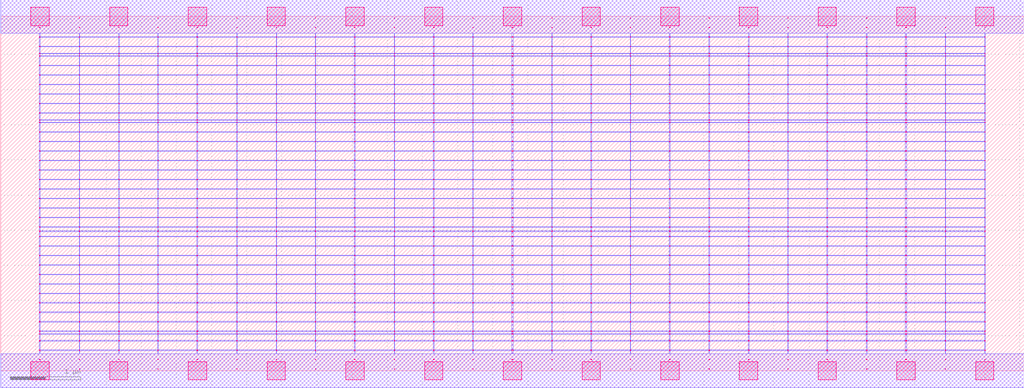
<source format=lef>
MACRO OAOOAI21141_DEBUG
 CLASS CORE ;
 FOREIGN OAOOAI21141_DEBUG 0 0 ;
 SIZE 14.56 BY 5.04 ;
 ORIGIN 0 0 ;
 SYMMETRY X Y R90 ;
 SITE unit ;

 OBS
    LAYER polycont ;
     RECT 7.27100000 2.58300000 7.28900000 2.59100000 ;
     RECT 7.27100000 2.71800000 7.28900000 2.72600000 ;
     RECT 7.27100000 2.85300000 7.28900000 2.86100000 ;
     RECT 7.27100000 2.98800000 7.28900000 2.99600000 ;
     RECT 9.51100000 2.58300000 9.52400000 2.59100000 ;
     RECT 10.07600000 2.58300000 10.08400000 2.59100000 ;
     RECT 10.63100000 2.58300000 10.64900000 2.59100000 ;
     RECT 11.19600000 2.58300000 11.20400000 2.59100000 ;
     RECT 11.75100000 2.58300000 11.76900000 2.59100000 ;
     RECT 12.31600000 2.58300000 12.32400000 2.59100000 ;
     RECT 12.87100000 2.58300000 12.88900000 2.59100000 ;
     RECT 13.43600000 2.58300000 13.44400000 2.59100000 ;
     RECT 13.99600000 2.58300000 14.00900000 2.59100000 ;
     RECT 7.83600000 2.58300000 7.84400000 2.59100000 ;
     RECT 7.83600000 2.71800000 7.84400000 2.72600000 ;
     RECT 8.39600000 2.71800000 8.40900000 2.72600000 ;
     RECT 8.95600000 2.71800000 8.96400000 2.72600000 ;
     RECT 9.51100000 2.71800000 9.52400000 2.72600000 ;
     RECT 10.07600000 2.71800000 10.08400000 2.72600000 ;
     RECT 10.63100000 2.71800000 10.64900000 2.72600000 ;
     RECT 11.19600000 2.71800000 11.20400000 2.72600000 ;
     RECT 11.75100000 2.71800000 11.76900000 2.72600000 ;
     RECT 12.31600000 2.71800000 12.32400000 2.72600000 ;
     RECT 12.87100000 2.71800000 12.88900000 2.72600000 ;
     RECT 13.43600000 2.71800000 13.44400000 2.72600000 ;
     RECT 13.99600000 2.71800000 14.00900000 2.72600000 ;
     RECT 8.39600000 2.58300000 8.40900000 2.59100000 ;
     RECT 7.83600000 2.85300000 7.84400000 2.86100000 ;
     RECT 8.39600000 2.85300000 8.40900000 2.86100000 ;
     RECT 8.95600000 2.85300000 8.96400000 2.86100000 ;
     RECT 9.51100000 2.85300000 9.52400000 2.86100000 ;
     RECT 10.07600000 2.85300000 10.08400000 2.86100000 ;
     RECT 10.63100000 2.85300000 10.64900000 2.86100000 ;
     RECT 11.19600000 2.85300000 11.20400000 2.86100000 ;
     RECT 11.75100000 2.85300000 11.76900000 2.86100000 ;
     RECT 12.31600000 2.85300000 12.32400000 2.86100000 ;
     RECT 12.87100000 2.85300000 12.88900000 2.86100000 ;
     RECT 13.43600000 2.85300000 13.44400000 2.86100000 ;
     RECT 13.99600000 2.85300000 14.00900000 2.86100000 ;
     RECT 8.95600000 2.58300000 8.96400000 2.59100000 ;
     RECT 7.83600000 2.98800000 7.84400000 2.99600000 ;
     RECT 8.39600000 2.98800000 8.40900000 2.99600000 ;
     RECT 8.95600000 2.98800000 8.96400000 2.99600000 ;
     RECT 9.51100000 2.98800000 9.52400000 2.99600000 ;
     RECT 10.07600000 2.98800000 10.08400000 2.99600000 ;
     RECT 10.63100000 2.98800000 10.64900000 2.99600000 ;
     RECT 11.19600000 2.98800000 11.20400000 2.99600000 ;
     RECT 11.75100000 2.98800000 11.76900000 2.99600000 ;
     RECT 12.31600000 2.98800000 12.32400000 2.99600000 ;
     RECT 12.87100000 2.98800000 12.88900000 2.99600000 ;
     RECT 13.43600000 2.98800000 13.44400000 2.99600000 ;
     RECT 13.99600000 2.98800000 14.00900000 2.99600000 ;
     RECT 8.95600000 3.12300000 8.96400000 3.13100000 ;
     RECT 8.95600000 3.25800000 8.96400000 3.26600000 ;
     RECT 8.95600000 3.39300000 8.96400000 3.40100000 ;
     RECT 8.95600000 3.52800000 8.96400000 3.53600000 ;
     RECT 8.95600000 3.56100000 8.96400000 3.56900000 ;
     RECT 8.95600000 3.66300000 8.96400000 3.67100000 ;
     RECT 8.95600000 3.79800000 8.96400000 3.80600000 ;
     RECT 8.95600000 3.93300000 8.96400000 3.94100000 ;
     RECT 8.95600000 4.06800000 8.96400000 4.07600000 ;
     RECT 8.95600000 4.20300000 8.96400000 4.21100000 ;
     RECT 8.95600000 4.33800000 8.96400000 4.34600000 ;
     RECT 8.95600000 4.47300000 8.96400000 4.48100000 ;
     RECT 8.95600000 4.51100000 8.96400000 4.51900000 ;
     RECT 8.95600000 4.60800000 8.96400000 4.61600000 ;
     RECT 8.95600000 4.74300000 8.96400000 4.75100000 ;
     RECT 8.95600000 4.87800000 8.96400000 4.88600000 ;
     RECT 4.47600000 2.71800000 4.48400000 2.72600000 ;
     RECT 5.03100000 2.71800000 5.04400000 2.72600000 ;
     RECT 5.59600000 2.71800000 5.60400000 2.72600000 ;
     RECT 6.15100000 2.71800000 6.16900000 2.72600000 ;
     RECT 6.71600000 2.71800000 6.72400000 2.72600000 ;
     RECT 1.11600000 2.58300000 1.12400000 2.59100000 ;
     RECT 1.67600000 2.58300000 1.68900000 2.59100000 ;
     RECT 0.55100000 2.98800000 0.56400000 2.99600000 ;
     RECT 1.11600000 2.98800000 1.12400000 2.99600000 ;
     RECT 1.67600000 2.98800000 1.68900000 2.99600000 ;
     RECT 2.23600000 2.98800000 2.24400000 2.99600000 ;
     RECT 2.79100000 2.98800000 2.80400000 2.99600000 ;
     RECT 3.35600000 2.98800000 3.36400000 2.99600000 ;
     RECT 3.91600000 2.98800000 3.92900000 2.99600000 ;
     RECT 4.47600000 2.98800000 4.48400000 2.99600000 ;
     RECT 5.03100000 2.98800000 5.04400000 2.99600000 ;
     RECT 5.59600000 2.98800000 5.60400000 2.99600000 ;
     RECT 6.15100000 2.98800000 6.16900000 2.99600000 ;
     RECT 6.71600000 2.98800000 6.72400000 2.99600000 ;
     RECT 2.23600000 2.58300000 2.24400000 2.59100000 ;
     RECT 2.79100000 2.58300000 2.80400000 2.59100000 ;
     RECT 3.35600000 2.58300000 3.36400000 2.59100000 ;
     RECT 3.91600000 2.58300000 3.92900000 2.59100000 ;
     RECT 4.47600000 2.58300000 4.48400000 2.59100000 ;
     RECT 5.03100000 2.58300000 5.04400000 2.59100000 ;
     RECT 5.59600000 2.58300000 5.60400000 2.59100000 ;
     RECT 6.15100000 2.58300000 6.16900000 2.59100000 ;
     RECT 6.71600000 2.58300000 6.72400000 2.59100000 ;
     RECT 0.55100000 2.58300000 0.56400000 2.59100000 ;
     RECT 0.55100000 2.71800000 0.56400000 2.72600000 ;
     RECT 0.55100000 2.85300000 0.56400000 2.86100000 ;
     RECT 1.11600000 2.85300000 1.12400000 2.86100000 ;
     RECT 2.23600000 3.12300000 2.24400000 3.13100000 ;
     RECT 4.47600000 3.12300000 4.48400000 3.13100000 ;
     RECT 1.67600000 2.85300000 1.68900000 2.86100000 ;
     RECT 2.23600000 3.25800000 2.24400000 3.26600000 ;
     RECT 4.47600000 3.25800000 4.48400000 3.26600000 ;
     RECT 2.23600000 2.85300000 2.24400000 2.86100000 ;
     RECT 2.23600000 3.39300000 2.24400000 3.40100000 ;
     RECT 4.47600000 3.39300000 4.48400000 3.40100000 ;
     RECT 2.79100000 2.85300000 2.80400000 2.86100000 ;
     RECT 2.23600000 3.52800000 2.24400000 3.53600000 ;
     RECT 4.47600000 3.52800000 4.48400000 3.53600000 ;
     RECT 3.35600000 2.85300000 3.36400000 2.86100000 ;
     RECT 2.23600000 3.56100000 2.24400000 3.56900000 ;
     RECT 4.47600000 3.56100000 4.48400000 3.56900000 ;
     RECT 3.91600000 2.85300000 3.92900000 2.86100000 ;
     RECT 2.23600000 3.66300000 2.24400000 3.67100000 ;
     RECT 4.47600000 3.66300000 4.48400000 3.67100000 ;
     RECT 4.47600000 2.85300000 4.48400000 2.86100000 ;
     RECT 2.23600000 3.79800000 2.24400000 3.80600000 ;
     RECT 4.47600000 3.79800000 4.48400000 3.80600000 ;
     RECT 5.03100000 2.85300000 5.04400000 2.86100000 ;
     RECT 2.23600000 3.93300000 2.24400000 3.94100000 ;
     RECT 4.47600000 3.93300000 4.48400000 3.94100000 ;
     RECT 5.59600000 2.85300000 5.60400000 2.86100000 ;
     RECT 2.23600000 4.06800000 2.24400000 4.07600000 ;
     RECT 4.47600000 4.06800000 4.48400000 4.07600000 ;
     RECT 6.15100000 2.85300000 6.16900000 2.86100000 ;
     RECT 2.23600000 4.20300000 2.24400000 4.21100000 ;
     RECT 4.47600000 4.20300000 4.48400000 4.21100000 ;
     RECT 6.71600000 2.85300000 6.72400000 2.86100000 ;
     RECT 2.23600000 4.33800000 2.24400000 4.34600000 ;
     RECT 4.47600000 4.33800000 4.48400000 4.34600000 ;
     RECT 1.11600000 2.71800000 1.12400000 2.72600000 ;
     RECT 2.23600000 4.47300000 2.24400000 4.48100000 ;
     RECT 4.47600000 4.47300000 4.48400000 4.48100000 ;
     RECT 1.67600000 2.71800000 1.68900000 2.72600000 ;
     RECT 2.23600000 4.51100000 2.24400000 4.51900000 ;
     RECT 4.47600000 4.51100000 4.48400000 4.51900000 ;
     RECT 2.23600000 2.71800000 2.24400000 2.72600000 ;
     RECT 2.23600000 4.60800000 2.24400000 4.61600000 ;
     RECT 4.47600000 4.60800000 4.48400000 4.61600000 ;
     RECT 2.79100000 2.71800000 2.80400000 2.72600000 ;
     RECT 2.23600000 4.74300000 2.24400000 4.75100000 ;
     RECT 4.47600000 4.74300000 4.48400000 4.75100000 ;
     RECT 3.35600000 2.71800000 3.36400000 2.72600000 ;
     RECT 2.23600000 4.87800000 2.24400000 4.88600000 ;
     RECT 4.47600000 4.87800000 4.48400000 4.88600000 ;
     RECT 3.91600000 2.71800000 3.92900000 2.72600000 ;
     RECT 4.47600000 1.09800000 4.48400000 1.10600000 ;
     RECT 4.47600000 1.23300000 4.48400000 1.24100000 ;
     RECT 4.47600000 1.36800000 4.48400000 1.37600000 ;
     RECT 4.47600000 1.50300000 4.48400000 1.51100000 ;
     RECT 4.47600000 1.63800000 4.48400000 1.64600000 ;
     RECT 4.47600000 1.77300000 4.48400000 1.78100000 ;
     RECT 4.47600000 1.90800000 4.48400000 1.91600000 ;
     RECT 4.47600000 1.98100000 4.48400000 1.98900000 ;
     RECT 4.47600000 2.04300000 4.48400000 2.05100000 ;
     RECT 4.47600000 2.17800000 4.48400000 2.18600000 ;
     RECT 4.47600000 2.31300000 4.48400000 2.32100000 ;
     RECT 4.47600000 2.44800000 4.48400000 2.45600000 ;
     RECT 4.47600000 0.15300000 4.48400000 0.16100000 ;
     RECT 4.47600000 0.28800000 4.48400000 0.29600000 ;
     RECT 4.47600000 0.42300000 4.48400000 0.43100000 ;
     RECT 4.47600000 0.52100000 4.48400000 0.52900000 ;
     RECT 4.47600000 0.55800000 4.48400000 0.56600000 ;
     RECT 4.47600000 0.69300000 4.48400000 0.70100000 ;
     RECT 4.47600000 0.82800000 4.48400000 0.83600000 ;
     RECT 4.47600000 0.96300000 4.48400000 0.97100000 ;
     RECT 13.43600000 2.17800000 13.44400000 2.18600000 ;
     RECT 13.99600000 2.17800000 14.00900000 2.18600000 ;
     RECT 13.43600000 0.52100000 13.44400000 0.52900000 ;
     RECT 12.31600000 2.31300000 12.32400000 2.32100000 ;
     RECT 12.87100000 2.31300000 12.88900000 2.32100000 ;
     RECT 13.43600000 2.31300000 13.44400000 2.32100000 ;
     RECT 13.99600000 2.31300000 14.00900000 2.32100000 ;
     RECT 13.99600000 0.52100000 14.00900000 0.52900000 ;
     RECT 12.31600000 2.44800000 12.32400000 2.45600000 ;
     RECT 12.87100000 2.44800000 12.88900000 2.45600000 ;
     RECT 13.43600000 2.44800000 13.44400000 2.45600000 ;
     RECT 13.99600000 2.44800000 14.00900000 2.45600000 ;
     RECT 13.99600000 0.15300000 14.00900000 0.16100000 ;
     RECT 12.31600000 0.55800000 12.32400000 0.56600000 ;
     RECT 12.87100000 0.55800000 12.88900000 0.56600000 ;
     RECT 13.43600000 0.55800000 13.44400000 0.56600000 ;
     RECT 13.99600000 0.55800000 14.00900000 0.56600000 ;
     RECT 12.31600000 0.15300000 12.32400000 0.16100000 ;
     RECT 12.31600000 0.69300000 12.32400000 0.70100000 ;
     RECT 12.87100000 0.69300000 12.88900000 0.70100000 ;
     RECT 13.43600000 0.69300000 13.44400000 0.70100000 ;
     RECT 13.99600000 0.69300000 14.00900000 0.70100000 ;
     RECT 12.31600000 0.28800000 12.32400000 0.29600000 ;
     RECT 12.31600000 0.82800000 12.32400000 0.83600000 ;
     RECT 12.87100000 0.82800000 12.88900000 0.83600000 ;
     RECT 13.43600000 0.82800000 13.44400000 0.83600000 ;
     RECT 13.99600000 0.82800000 14.00900000 0.83600000 ;
     RECT 12.87100000 0.28800000 12.88900000 0.29600000 ;
     RECT 12.31600000 0.96300000 12.32400000 0.97100000 ;
     RECT 12.87100000 0.96300000 12.88900000 0.97100000 ;
     RECT 13.43600000 0.96300000 13.44400000 0.97100000 ;
     RECT 13.99600000 0.96300000 14.00900000 0.97100000 ;
     RECT 13.43600000 0.28800000 13.44400000 0.29600000 ;
     RECT 12.31600000 1.09800000 12.32400000 1.10600000 ;
     RECT 12.87100000 1.09800000 12.88900000 1.10600000 ;
     RECT 13.43600000 1.09800000 13.44400000 1.10600000 ;
     RECT 13.99600000 1.09800000 14.00900000 1.10600000 ;
     RECT 13.99600000 0.28800000 14.00900000 0.29600000 ;
     RECT 12.31600000 1.23300000 12.32400000 1.24100000 ;
     RECT 12.87100000 1.23300000 12.88900000 1.24100000 ;
     RECT 13.43600000 1.23300000 13.44400000 1.24100000 ;
     RECT 13.99600000 1.23300000 14.00900000 1.24100000 ;
     RECT 12.87100000 0.15300000 12.88900000 0.16100000 ;
     RECT 12.31600000 1.36800000 12.32400000 1.37600000 ;
     RECT 12.87100000 1.36800000 12.88900000 1.37600000 ;
     RECT 13.43600000 1.36800000 13.44400000 1.37600000 ;
     RECT 13.99600000 1.36800000 14.00900000 1.37600000 ;
     RECT 12.31600000 0.42300000 12.32400000 0.43100000 ;
     RECT 12.31600000 1.50300000 12.32400000 1.51100000 ;
     RECT 12.87100000 1.50300000 12.88900000 1.51100000 ;
     RECT 13.43600000 1.50300000 13.44400000 1.51100000 ;
     RECT 13.99600000 1.50300000 14.00900000 1.51100000 ;
     RECT 12.87100000 0.42300000 12.88900000 0.43100000 ;
     RECT 12.31600000 1.63800000 12.32400000 1.64600000 ;
     RECT 12.87100000 1.63800000 12.88900000 1.64600000 ;
     RECT 13.43600000 1.63800000 13.44400000 1.64600000 ;
     RECT 13.99600000 1.63800000 14.00900000 1.64600000 ;
     RECT 13.43600000 0.42300000 13.44400000 0.43100000 ;
     RECT 12.31600000 1.77300000 12.32400000 1.78100000 ;
     RECT 12.87100000 1.77300000 12.88900000 1.78100000 ;
     RECT 13.43600000 1.77300000 13.44400000 1.78100000 ;
     RECT 13.99600000 1.77300000 14.00900000 1.78100000 ;
     RECT 13.99600000 0.42300000 14.00900000 0.43100000 ;
     RECT 12.31600000 1.90800000 12.32400000 1.91600000 ;
     RECT 12.87100000 1.90800000 12.88900000 1.91600000 ;
     RECT 13.43600000 1.90800000 13.44400000 1.91600000 ;
     RECT 13.99600000 1.90800000 14.00900000 1.91600000 ;
     RECT 13.43600000 0.15300000 13.44400000 0.16100000 ;
     RECT 12.31600000 1.98100000 12.32400000 1.98900000 ;
     RECT 12.87100000 1.98100000 12.88900000 1.98900000 ;
     RECT 13.43600000 1.98100000 13.44400000 1.98900000 ;
     RECT 13.99600000 1.98100000 14.00900000 1.98900000 ;
     RECT 12.31600000 0.52100000 12.32400000 0.52900000 ;
     RECT 12.31600000 2.04300000 12.32400000 2.05100000 ;
     RECT 12.87100000 2.04300000 12.88900000 2.05100000 ;
     RECT 13.43600000 2.04300000 13.44400000 2.05100000 ;
     RECT 13.99600000 2.04300000 14.00900000 2.05100000 ;
     RECT 12.87100000 0.52100000 12.88900000 0.52900000 ;
     RECT 12.31600000 2.17800000 12.32400000 2.18600000 ;
     RECT 12.87100000 2.17800000 12.88900000 2.18600000 ;

    LAYER pdiffc ;
     RECT 0.55100000 3.39300000 0.55900000 3.40100000 ;
     RECT 1.68100000 3.39300000 1.68900000 3.40100000 ;
     RECT 2.79100000 3.39300000 2.79900000 3.40100000 ;
     RECT 3.92100000 3.39300000 3.92900000 3.40100000 ;
     RECT 5.03100000 3.39300000 5.03900000 3.40100000 ;
     RECT 8.40100000 3.39300000 8.40900000 3.40100000 ;
     RECT 9.51100000 3.39300000 9.51900000 3.40100000 ;
     RECT 14.00100000 3.39300000 14.00900000 3.40100000 ;
     RECT 0.55100000 3.52800000 0.55900000 3.53600000 ;
     RECT 1.68100000 3.52800000 1.68900000 3.53600000 ;
     RECT 2.79100000 3.52800000 2.79900000 3.53600000 ;
     RECT 3.92100000 3.52800000 3.92900000 3.53600000 ;
     RECT 5.03100000 3.52800000 5.03900000 3.53600000 ;
     RECT 8.40100000 3.52800000 8.40900000 3.53600000 ;
     RECT 9.51100000 3.52800000 9.51900000 3.53600000 ;
     RECT 14.00100000 3.52800000 14.00900000 3.53600000 ;
     RECT 0.55100000 3.56100000 0.55900000 3.56900000 ;
     RECT 1.68100000 3.56100000 1.68900000 3.56900000 ;
     RECT 2.79100000 3.56100000 2.79900000 3.56900000 ;
     RECT 3.92100000 3.56100000 3.92900000 3.56900000 ;
     RECT 5.03100000 3.56100000 5.03900000 3.56900000 ;
     RECT 8.40100000 3.56100000 8.40900000 3.56900000 ;
     RECT 9.51100000 3.56100000 9.51900000 3.56900000 ;
     RECT 14.00100000 3.56100000 14.00900000 3.56900000 ;
     RECT 0.55100000 3.66300000 0.55900000 3.67100000 ;
     RECT 1.68100000 3.66300000 1.68900000 3.67100000 ;
     RECT 2.79100000 3.66300000 2.79900000 3.67100000 ;
     RECT 3.92100000 3.66300000 3.92900000 3.67100000 ;
     RECT 5.03100000 3.66300000 5.03900000 3.67100000 ;
     RECT 8.40100000 3.66300000 8.40900000 3.67100000 ;
     RECT 9.51100000 3.66300000 9.51900000 3.67100000 ;
     RECT 14.00100000 3.66300000 14.00900000 3.67100000 ;
     RECT 0.55100000 3.79800000 0.55900000 3.80600000 ;
     RECT 1.68100000 3.79800000 1.68900000 3.80600000 ;
     RECT 2.79100000 3.79800000 2.79900000 3.80600000 ;
     RECT 3.92100000 3.79800000 3.92900000 3.80600000 ;
     RECT 5.03100000 3.79800000 5.03900000 3.80600000 ;
     RECT 8.40100000 3.79800000 8.40900000 3.80600000 ;
     RECT 9.51100000 3.79800000 9.51900000 3.80600000 ;
     RECT 14.00100000 3.79800000 14.00900000 3.80600000 ;
     RECT 0.55100000 3.93300000 0.55900000 3.94100000 ;
     RECT 1.68100000 3.93300000 1.68900000 3.94100000 ;
     RECT 2.79100000 3.93300000 2.79900000 3.94100000 ;
     RECT 3.92100000 3.93300000 3.92900000 3.94100000 ;
     RECT 5.03100000 3.93300000 5.03900000 3.94100000 ;
     RECT 8.40100000 3.93300000 8.40900000 3.94100000 ;
     RECT 9.51100000 3.93300000 9.51900000 3.94100000 ;
     RECT 14.00100000 3.93300000 14.00900000 3.94100000 ;
     RECT 0.55100000 4.06800000 0.55900000 4.07600000 ;
     RECT 1.68100000 4.06800000 1.68900000 4.07600000 ;
     RECT 2.79100000 4.06800000 2.79900000 4.07600000 ;
     RECT 3.92100000 4.06800000 3.92900000 4.07600000 ;
     RECT 5.03100000 4.06800000 5.03900000 4.07600000 ;
     RECT 8.40100000 4.06800000 8.40900000 4.07600000 ;
     RECT 9.51100000 4.06800000 9.51900000 4.07600000 ;
     RECT 14.00100000 4.06800000 14.00900000 4.07600000 ;
     RECT 0.55100000 4.20300000 0.55900000 4.21100000 ;
     RECT 1.68100000 4.20300000 1.68900000 4.21100000 ;
     RECT 2.79100000 4.20300000 2.79900000 4.21100000 ;
     RECT 3.92100000 4.20300000 3.92900000 4.21100000 ;
     RECT 5.03100000 4.20300000 5.03900000 4.21100000 ;
     RECT 8.40100000 4.20300000 8.40900000 4.21100000 ;
     RECT 9.51100000 4.20300000 9.51900000 4.21100000 ;
     RECT 14.00100000 4.20300000 14.00900000 4.21100000 ;
     RECT 0.55100000 4.33800000 0.55900000 4.34600000 ;
     RECT 1.68100000 4.33800000 1.68900000 4.34600000 ;
     RECT 2.79100000 4.33800000 2.79900000 4.34600000 ;
     RECT 3.92100000 4.33800000 3.92900000 4.34600000 ;
     RECT 5.03100000 4.33800000 5.03900000 4.34600000 ;
     RECT 8.40100000 4.33800000 8.40900000 4.34600000 ;
     RECT 9.51100000 4.33800000 9.51900000 4.34600000 ;
     RECT 14.00100000 4.33800000 14.00900000 4.34600000 ;
     RECT 0.55100000 4.47300000 0.55900000 4.48100000 ;
     RECT 1.68100000 4.47300000 1.68900000 4.48100000 ;
     RECT 2.79100000 4.47300000 2.79900000 4.48100000 ;
     RECT 3.92100000 4.47300000 3.92900000 4.48100000 ;
     RECT 5.03100000 4.47300000 5.03900000 4.48100000 ;
     RECT 8.40100000 4.47300000 8.40900000 4.48100000 ;
     RECT 9.51100000 4.47300000 9.51900000 4.48100000 ;
     RECT 14.00100000 4.47300000 14.00900000 4.48100000 ;
     RECT 0.55100000 4.51100000 0.55900000 4.51900000 ;
     RECT 1.68100000 4.51100000 1.68900000 4.51900000 ;
     RECT 2.79100000 4.51100000 2.79900000 4.51900000 ;
     RECT 3.92100000 4.51100000 3.92900000 4.51900000 ;
     RECT 5.03100000 4.51100000 5.03900000 4.51900000 ;
     RECT 8.40100000 4.51100000 8.40900000 4.51900000 ;
     RECT 9.51100000 4.51100000 9.51900000 4.51900000 ;
     RECT 14.00100000 4.51100000 14.00900000 4.51900000 ;
     RECT 0.55100000 4.60800000 0.55900000 4.61600000 ;
     RECT 1.68100000 4.60800000 1.68900000 4.61600000 ;
     RECT 2.79100000 4.60800000 2.79900000 4.61600000 ;
     RECT 3.92100000 4.60800000 3.92900000 4.61600000 ;
     RECT 5.03100000 4.60800000 5.03900000 4.61600000 ;
     RECT 8.40100000 4.60800000 8.40900000 4.61600000 ;
     RECT 9.51100000 4.60800000 9.51900000 4.61600000 ;
     RECT 14.00100000 4.60800000 14.00900000 4.61600000 ;

    LAYER ndiffc ;
     RECT 6.15100000 0.42300000 6.16900000 0.43100000 ;
     RECT 6.15100000 0.52100000 6.16900000 0.52900000 ;
     RECT 6.15100000 0.55800000 6.16900000 0.56600000 ;
     RECT 6.15100000 0.69300000 6.16900000 0.70100000 ;
     RECT 6.15100000 0.82800000 6.16900000 0.83600000 ;
     RECT 6.15100000 0.96300000 6.16900000 0.97100000 ;
     RECT 6.15100000 1.09800000 6.16900000 1.10600000 ;
     RECT 6.15100000 1.23300000 6.16900000 1.24100000 ;
     RECT 6.15100000 1.36800000 6.16900000 1.37600000 ;
     RECT 6.15100000 1.50300000 6.16900000 1.51100000 ;
     RECT 6.15100000 1.63800000 6.16900000 1.64600000 ;
     RECT 6.15100000 1.77300000 6.16900000 1.78100000 ;
     RECT 6.15100000 1.90800000 6.16900000 1.91600000 ;
     RECT 6.15100000 1.98100000 6.16900000 1.98900000 ;
     RECT 6.15100000 2.04300000 6.16900000 2.05100000 ;
     RECT 9.51100000 0.55800000 9.52400000 0.56600000 ;
     RECT 10.63100000 0.55800000 10.64900000 0.56600000 ;
     RECT 11.75100000 0.55800000 11.76900000 0.56600000 ;
     RECT 9.51100000 0.42300000 9.52400000 0.43100000 ;
     RECT 7.27100000 0.69300000 7.28900000 0.70100000 ;
     RECT 8.39600000 0.69300000 8.40900000 0.70100000 ;
     RECT 9.51100000 0.69300000 9.52400000 0.70100000 ;
     RECT 10.63100000 0.69300000 10.64900000 0.70100000 ;
     RECT 11.75100000 0.69300000 11.76900000 0.70100000 ;
     RECT 10.63100000 0.42300000 10.64900000 0.43100000 ;
     RECT 7.27100000 0.82800000 7.28900000 0.83600000 ;
     RECT 8.39600000 0.82800000 8.40900000 0.83600000 ;
     RECT 9.51100000 0.82800000 9.52400000 0.83600000 ;
     RECT 10.63100000 0.82800000 10.64900000 0.83600000 ;
     RECT 11.75100000 0.82800000 11.76900000 0.83600000 ;
     RECT 11.75100000 0.42300000 11.76900000 0.43100000 ;
     RECT 7.27100000 0.96300000 7.28900000 0.97100000 ;
     RECT 8.39600000 0.96300000 8.40900000 0.97100000 ;
     RECT 9.51100000 0.96300000 9.52400000 0.97100000 ;
     RECT 10.63100000 0.96300000 10.64900000 0.97100000 ;
     RECT 11.75100000 0.96300000 11.76900000 0.97100000 ;
     RECT 7.27100000 0.42300000 7.28900000 0.43100000 ;
     RECT 7.27100000 1.09800000 7.28900000 1.10600000 ;
     RECT 8.39600000 1.09800000 8.40900000 1.10600000 ;
     RECT 9.51100000 1.09800000 9.52400000 1.10600000 ;
     RECT 10.63100000 1.09800000 10.64900000 1.10600000 ;
     RECT 11.75100000 1.09800000 11.76900000 1.10600000 ;
     RECT 7.27100000 0.52100000 7.28900000 0.52900000 ;
     RECT 7.27100000 1.23300000 7.28900000 1.24100000 ;
     RECT 8.39600000 1.23300000 8.40900000 1.24100000 ;
     RECT 9.51100000 1.23300000 9.52400000 1.24100000 ;
     RECT 10.63100000 1.23300000 10.64900000 1.24100000 ;
     RECT 11.75100000 1.23300000 11.76900000 1.24100000 ;
     RECT 8.39600000 0.52100000 8.40900000 0.52900000 ;
     RECT 7.27100000 1.36800000 7.28900000 1.37600000 ;
     RECT 8.39600000 1.36800000 8.40900000 1.37600000 ;
     RECT 9.51100000 1.36800000 9.52400000 1.37600000 ;
     RECT 10.63100000 1.36800000 10.64900000 1.37600000 ;
     RECT 11.75100000 1.36800000 11.76900000 1.37600000 ;
     RECT 9.51100000 0.52100000 9.52400000 0.52900000 ;
     RECT 7.27100000 1.50300000 7.28900000 1.51100000 ;
     RECT 8.39600000 1.50300000 8.40900000 1.51100000 ;
     RECT 9.51100000 1.50300000 9.52400000 1.51100000 ;
     RECT 10.63100000 1.50300000 10.64900000 1.51100000 ;
     RECT 11.75100000 1.50300000 11.76900000 1.51100000 ;
     RECT 10.63100000 0.52100000 10.64900000 0.52900000 ;
     RECT 7.27100000 1.63800000 7.28900000 1.64600000 ;
     RECT 8.39600000 1.63800000 8.40900000 1.64600000 ;
     RECT 9.51100000 1.63800000 9.52400000 1.64600000 ;
     RECT 10.63100000 1.63800000 10.64900000 1.64600000 ;
     RECT 11.75100000 1.63800000 11.76900000 1.64600000 ;
     RECT 11.75100000 0.52100000 11.76900000 0.52900000 ;
     RECT 7.27100000 1.77300000 7.28900000 1.78100000 ;
     RECT 8.39600000 1.77300000 8.40900000 1.78100000 ;
     RECT 9.51100000 1.77300000 9.52400000 1.78100000 ;
     RECT 10.63100000 1.77300000 10.64900000 1.78100000 ;
     RECT 11.75100000 1.77300000 11.76900000 1.78100000 ;
     RECT 8.39600000 0.42300000 8.40900000 0.43100000 ;
     RECT 7.27100000 1.90800000 7.28900000 1.91600000 ;
     RECT 8.39600000 1.90800000 8.40900000 1.91600000 ;
     RECT 9.51100000 1.90800000 9.52400000 1.91600000 ;
     RECT 10.63100000 1.90800000 10.64900000 1.91600000 ;
     RECT 11.75100000 1.90800000 11.76900000 1.91600000 ;
     RECT 7.27100000 0.55800000 7.28900000 0.56600000 ;
     RECT 7.27100000 1.98100000 7.28900000 1.98900000 ;
     RECT 8.39600000 1.98100000 8.40900000 1.98900000 ;
     RECT 9.51100000 1.98100000 9.52400000 1.98900000 ;
     RECT 10.63100000 1.98100000 10.64900000 1.98900000 ;
     RECT 11.75100000 1.98100000 11.76900000 1.98900000 ;
     RECT 8.39600000 0.55800000 8.40900000 0.56600000 ;
     RECT 7.27100000 2.04300000 7.28900000 2.05100000 ;
     RECT 8.39600000 2.04300000 8.40900000 2.05100000 ;
     RECT 9.51100000 2.04300000 9.52400000 2.05100000 ;
     RECT 10.63100000 2.04300000 10.64900000 2.05100000 ;
     RECT 11.75100000 2.04300000 11.76900000 2.05100000 ;
     RECT 2.79100000 1.36800000 2.80400000 1.37600000 ;
     RECT 3.91600000 1.36800000 3.92900000 1.37600000 ;
     RECT 5.03100000 1.36800000 5.04400000 1.37600000 ;
     RECT 5.03100000 0.82800000 5.04400000 0.83600000 ;
     RECT 2.79100000 0.55800000 2.80400000 0.56600000 ;
     RECT 3.91600000 0.55800000 3.92900000 0.56600000 ;
     RECT 5.03100000 0.55800000 5.04400000 0.56600000 ;
     RECT 1.67600000 0.52100000 1.68900000 0.52900000 ;
     RECT 2.79100000 0.52100000 2.80400000 0.52900000 ;
     RECT 0.55100000 1.50300000 0.56400000 1.51100000 ;
     RECT 1.67600000 1.50300000 1.68900000 1.51100000 ;
     RECT 2.79100000 1.50300000 2.80400000 1.51100000 ;
     RECT 3.91600000 1.50300000 3.92900000 1.51100000 ;
     RECT 5.03100000 1.50300000 5.04400000 1.51100000 ;
     RECT 3.91600000 0.52100000 3.92900000 0.52900000 ;
     RECT 0.55100000 0.96300000 0.56400000 0.97100000 ;
     RECT 1.67600000 0.96300000 1.68900000 0.97100000 ;
     RECT 2.79100000 0.96300000 2.80400000 0.97100000 ;
     RECT 3.91600000 0.96300000 3.92900000 0.97100000 ;
     RECT 5.03100000 0.96300000 5.04400000 0.97100000 ;
     RECT 0.55100000 1.63800000 0.56400000 1.64600000 ;
     RECT 1.67600000 1.63800000 1.68900000 1.64600000 ;
     RECT 2.79100000 1.63800000 2.80400000 1.64600000 ;
     RECT 3.91600000 1.63800000 3.92900000 1.64600000 ;
     RECT 5.03100000 1.63800000 5.04400000 1.64600000 ;
     RECT 5.03100000 0.52100000 5.04400000 0.52900000 ;
     RECT 1.67600000 0.42300000 1.68900000 0.43100000 ;
     RECT 2.79100000 0.42300000 2.80400000 0.43100000 ;
     RECT 0.55100000 0.69300000 0.56400000 0.70100000 ;
     RECT 1.67600000 0.69300000 1.68900000 0.70100000 ;
     RECT 2.79100000 0.69300000 2.80400000 0.70100000 ;
     RECT 0.55100000 1.77300000 0.56400000 1.78100000 ;
     RECT 1.67600000 1.77300000 1.68900000 1.78100000 ;
     RECT 2.79100000 1.77300000 2.80400000 1.78100000 ;
     RECT 3.91600000 1.77300000 3.92900000 1.78100000 ;
     RECT 5.03100000 1.77300000 5.04400000 1.78100000 ;
     RECT 0.55100000 1.09800000 0.56400000 1.10600000 ;
     RECT 1.67600000 1.09800000 1.68900000 1.10600000 ;
     RECT 2.79100000 1.09800000 2.80400000 1.10600000 ;
     RECT 3.91600000 1.09800000 3.92900000 1.10600000 ;
     RECT 5.03100000 1.09800000 5.04400000 1.10600000 ;
     RECT 3.91600000 0.69300000 3.92900000 0.70100000 ;
     RECT 0.55100000 1.90800000 0.56400000 1.91600000 ;
     RECT 1.67600000 1.90800000 1.68900000 1.91600000 ;
     RECT 2.79100000 1.90800000 2.80400000 1.91600000 ;
     RECT 3.91600000 1.90800000 3.92900000 1.91600000 ;
     RECT 5.03100000 1.90800000 5.04400000 1.91600000 ;
     RECT 5.03100000 0.69300000 5.04400000 0.70100000 ;
     RECT 3.91600000 0.42300000 3.92900000 0.43100000 ;
     RECT 5.03100000 0.42300000 5.04400000 0.43100000 ;
     RECT 0.55100000 0.42300000 0.56400000 0.43100000 ;
     RECT 0.55100000 0.52100000 0.56400000 0.52900000 ;
     RECT 0.55100000 1.23300000 0.56400000 1.24100000 ;
     RECT 0.55100000 1.98100000 0.56400000 1.98900000 ;
     RECT 1.67600000 1.98100000 1.68900000 1.98900000 ;
     RECT 2.79100000 1.98100000 2.80400000 1.98900000 ;
     RECT 3.91600000 1.98100000 3.92900000 1.98900000 ;
     RECT 5.03100000 1.98100000 5.04400000 1.98900000 ;
     RECT 1.67600000 1.23300000 1.68900000 1.24100000 ;
     RECT 2.79100000 1.23300000 2.80400000 1.24100000 ;
     RECT 3.91600000 1.23300000 3.92900000 1.24100000 ;
     RECT 5.03100000 1.23300000 5.04400000 1.24100000 ;
     RECT 0.55100000 0.55800000 0.56400000 0.56600000 ;
     RECT 1.67600000 0.55800000 1.68900000 0.56600000 ;
     RECT 0.55100000 2.04300000 0.56400000 2.05100000 ;
     RECT 1.67600000 2.04300000 1.68900000 2.05100000 ;
     RECT 2.79100000 2.04300000 2.80400000 2.05100000 ;
     RECT 3.91600000 2.04300000 3.92900000 2.05100000 ;
     RECT 5.03100000 2.04300000 5.04400000 2.05100000 ;
     RECT 0.55100000 0.82800000 0.56400000 0.83600000 ;
     RECT 1.67600000 0.82800000 1.68900000 0.83600000 ;
     RECT 2.79100000 0.82800000 2.80400000 0.83600000 ;
     RECT 3.91600000 0.82800000 3.92900000 0.83600000 ;
     RECT 0.55100000 1.36800000 0.56400000 1.37600000 ;
     RECT 1.67600000 1.36800000 1.68900000 1.37600000 ;

    LAYER met1 ;
     RECT 0.00000000 -0.24000000 14.56000000 0.24000000 ;
     RECT 7.27100000 0.24000000 7.28900000 0.28800000 ;
     RECT 0.55100000 0.28800000 14.00900000 0.29600000 ;
     RECT 7.27100000 0.29600000 7.28900000 0.42300000 ;
     RECT 0.55100000 0.42300000 14.00900000 0.43100000 ;
     RECT 7.27100000 0.43100000 7.28900000 0.52100000 ;
     RECT 0.55100000 0.52100000 14.00900000 0.52900000 ;
     RECT 7.27100000 0.52900000 7.28900000 0.55800000 ;
     RECT 0.55100000 0.55800000 14.00900000 0.56600000 ;
     RECT 7.27100000 0.56600000 7.28900000 0.69300000 ;
     RECT 0.55100000 0.69300000 14.00900000 0.70100000 ;
     RECT 7.27100000 0.70100000 7.28900000 0.82800000 ;
     RECT 0.55100000 0.82800000 14.00900000 0.83600000 ;
     RECT 7.27100000 0.83600000 7.28900000 0.96300000 ;
     RECT 0.55100000 0.96300000 14.00900000 0.97100000 ;
     RECT 7.27100000 0.97100000 7.28900000 1.09800000 ;
     RECT 0.55100000 1.09800000 14.00900000 1.10600000 ;
     RECT 7.27100000 1.10600000 7.28900000 1.23300000 ;
     RECT 0.55100000 1.23300000 14.00900000 1.24100000 ;
     RECT 7.27100000 1.24100000 7.28900000 1.36800000 ;
     RECT 0.55100000 1.36800000 14.00900000 1.37600000 ;
     RECT 7.27100000 1.37600000 7.28900000 1.50300000 ;
     RECT 0.55100000 1.50300000 14.00900000 1.51100000 ;
     RECT 7.27100000 1.51100000 7.28900000 1.63800000 ;
     RECT 0.55100000 1.63800000 14.00900000 1.64600000 ;
     RECT 7.27100000 1.64600000 7.28900000 1.77300000 ;
     RECT 0.55100000 1.77300000 14.00900000 1.78100000 ;
     RECT 7.27100000 1.78100000 7.28900000 1.90800000 ;
     RECT 0.55100000 1.90800000 14.00900000 1.91600000 ;
     RECT 7.27100000 1.91600000 7.28900000 1.98100000 ;
     RECT 0.55100000 1.98100000 14.00900000 1.98900000 ;
     RECT 7.27100000 1.98900000 7.28900000 2.04300000 ;
     RECT 0.55100000 2.04300000 14.00900000 2.05100000 ;
     RECT 7.27100000 2.05100000 7.28900000 2.17800000 ;
     RECT 0.55100000 2.17800000 14.00900000 2.18600000 ;
     RECT 7.27100000 2.18600000 7.28900000 2.31300000 ;
     RECT 0.55100000 2.31300000 14.00900000 2.32100000 ;
     RECT 7.27100000 2.32100000 7.28900000 2.44800000 ;
     RECT 0.55100000 2.44800000 14.00900000 2.45600000 ;
     RECT 0.55100000 2.45600000 0.56400000 2.58300000 ;
     RECT 1.11600000 2.45600000 1.12400000 2.58300000 ;
     RECT 1.67600000 2.45600000 1.68900000 2.58300000 ;
     RECT 2.23600000 2.45600000 2.24400000 2.58300000 ;
     RECT 2.79100000 2.45600000 2.80400000 2.58300000 ;
     RECT 3.35600000 2.45600000 3.36400000 2.58300000 ;
     RECT 3.91600000 2.45600000 3.92900000 2.58300000 ;
     RECT 4.47600000 2.45600000 4.48400000 2.58300000 ;
     RECT 5.03100000 2.45600000 5.04400000 2.58300000 ;
     RECT 5.59600000 2.45600000 5.60400000 2.58300000 ;
     RECT 6.15100000 2.45600000 6.16900000 2.58300000 ;
     RECT 6.71600000 2.45600000 6.72400000 2.58300000 ;
     RECT 7.27100000 2.45600000 7.28900000 2.58300000 ;
     RECT 7.83600000 2.45600000 7.84400000 2.58300000 ;
     RECT 8.39600000 2.45600000 8.40900000 2.58300000 ;
     RECT 8.95600000 2.45600000 8.96400000 2.58300000 ;
     RECT 9.51100000 2.45600000 9.52400000 2.58300000 ;
     RECT 10.07600000 2.45600000 10.08400000 2.58300000 ;
     RECT 10.63100000 2.45600000 10.64900000 2.58300000 ;
     RECT 11.19600000 2.45600000 11.20400000 2.58300000 ;
     RECT 11.75100000 2.45600000 11.76900000 2.58300000 ;
     RECT 12.31600000 2.45600000 12.32400000 2.58300000 ;
     RECT 12.87100000 2.45600000 12.88900000 2.58300000 ;
     RECT 13.43600000 2.45600000 13.44400000 2.58300000 ;
     RECT 13.99600000 2.45600000 14.00900000 2.58300000 ;
     RECT 0.55100000 2.58300000 14.00900000 2.59100000 ;
     RECT 7.27100000 2.59100000 7.28900000 2.71800000 ;
     RECT 0.55100000 2.71800000 14.00900000 2.72600000 ;
     RECT 7.27100000 2.72600000 7.28900000 2.85300000 ;
     RECT 0.55100000 2.85300000 14.00900000 2.86100000 ;
     RECT 7.27100000 2.86100000 7.28900000 2.98800000 ;
     RECT 0.55100000 2.98800000 14.00900000 2.99600000 ;
     RECT 7.27100000 2.99600000 7.28900000 3.12300000 ;
     RECT 0.55100000 3.12300000 14.00900000 3.13100000 ;
     RECT 7.27100000 3.13100000 7.28900000 3.25800000 ;
     RECT 0.55100000 3.25800000 14.00900000 3.26600000 ;
     RECT 7.27100000 3.26600000 7.28900000 3.39300000 ;
     RECT 0.55100000 3.39300000 14.00900000 3.40100000 ;
     RECT 7.27100000 3.40100000 7.28900000 3.52800000 ;
     RECT 0.55100000 3.52800000 14.00900000 3.53600000 ;
     RECT 7.27100000 3.53600000 7.28900000 3.56100000 ;
     RECT 0.55100000 3.56100000 14.00900000 3.56900000 ;
     RECT 7.27100000 3.56900000 7.28900000 3.66300000 ;
     RECT 0.55100000 3.66300000 14.00900000 3.67100000 ;
     RECT 7.27100000 3.67100000 7.28900000 3.79800000 ;
     RECT 0.55100000 3.79800000 14.00900000 3.80600000 ;
     RECT 7.27100000 3.80600000 7.28900000 3.93300000 ;
     RECT 0.55100000 3.93300000 14.00900000 3.94100000 ;
     RECT 7.27100000 3.94100000 7.28900000 4.06800000 ;
     RECT 0.55100000 4.06800000 14.00900000 4.07600000 ;
     RECT 7.27100000 4.07600000 7.28900000 4.20300000 ;
     RECT 0.55100000 4.20300000 14.00900000 4.21100000 ;
     RECT 7.27100000 4.21100000 7.28900000 4.33800000 ;
     RECT 0.55100000 4.33800000 14.00900000 4.34600000 ;
     RECT 7.27100000 4.34600000 7.28900000 4.47300000 ;
     RECT 0.55100000 4.47300000 14.00900000 4.48100000 ;
     RECT 7.27100000 4.48100000 7.28900000 4.51100000 ;
     RECT 0.55100000 4.51100000 14.00900000 4.51900000 ;
     RECT 7.27100000 4.51900000 7.28900000 4.60800000 ;
     RECT 0.55100000 4.60800000 14.00900000 4.61600000 ;
     RECT 7.27100000 4.61600000 7.28900000 4.74300000 ;
     RECT 0.55100000 4.74300000 14.00900000 4.75100000 ;
     RECT 7.27100000 4.75100000 7.28900000 4.80000000 ;
     RECT 0.00000000 4.80000000 14.56000000 5.28000000 ;
     RECT 7.83600000 3.80600000 7.84400000 3.93300000 ;
     RECT 8.39600000 3.80600000 8.40900000 3.93300000 ;
     RECT 8.95600000 3.80600000 8.96400000 3.93300000 ;
     RECT 9.51100000 3.80600000 9.52400000 3.93300000 ;
     RECT 10.07600000 3.80600000 10.08400000 3.93300000 ;
     RECT 10.63100000 3.80600000 10.64900000 3.93300000 ;
     RECT 11.19600000 3.80600000 11.20400000 3.93300000 ;
     RECT 11.75100000 3.80600000 11.76900000 3.93300000 ;
     RECT 12.31600000 3.80600000 12.32400000 3.93300000 ;
     RECT 12.87100000 3.80600000 12.88900000 3.93300000 ;
     RECT 13.43600000 3.80600000 13.44400000 3.93300000 ;
     RECT 13.99600000 3.80600000 14.00900000 3.93300000 ;
     RECT 11.19600000 3.94100000 11.20400000 4.06800000 ;
     RECT 11.75100000 3.94100000 11.76900000 4.06800000 ;
     RECT 12.31600000 3.94100000 12.32400000 4.06800000 ;
     RECT 12.87100000 3.94100000 12.88900000 4.06800000 ;
     RECT 13.43600000 3.94100000 13.44400000 4.06800000 ;
     RECT 13.99600000 3.94100000 14.00900000 4.06800000 ;
     RECT 11.19600000 4.07600000 11.20400000 4.20300000 ;
     RECT 11.75100000 4.07600000 11.76900000 4.20300000 ;
     RECT 12.31600000 4.07600000 12.32400000 4.20300000 ;
     RECT 12.87100000 4.07600000 12.88900000 4.20300000 ;
     RECT 13.43600000 4.07600000 13.44400000 4.20300000 ;
     RECT 13.99600000 4.07600000 14.00900000 4.20300000 ;
     RECT 11.19600000 4.21100000 11.20400000 4.33800000 ;
     RECT 11.75100000 4.21100000 11.76900000 4.33800000 ;
     RECT 12.31600000 4.21100000 12.32400000 4.33800000 ;
     RECT 12.87100000 4.21100000 12.88900000 4.33800000 ;
     RECT 13.43600000 4.21100000 13.44400000 4.33800000 ;
     RECT 13.99600000 4.21100000 14.00900000 4.33800000 ;
     RECT 11.19600000 4.34600000 11.20400000 4.47300000 ;
     RECT 11.75100000 4.34600000 11.76900000 4.47300000 ;
     RECT 12.31600000 4.34600000 12.32400000 4.47300000 ;
     RECT 12.87100000 4.34600000 12.88900000 4.47300000 ;
     RECT 13.43600000 4.34600000 13.44400000 4.47300000 ;
     RECT 13.99600000 4.34600000 14.00900000 4.47300000 ;
     RECT 11.19600000 4.48100000 11.20400000 4.51100000 ;
     RECT 11.75100000 4.48100000 11.76900000 4.51100000 ;
     RECT 12.31600000 4.48100000 12.32400000 4.51100000 ;
     RECT 12.87100000 4.48100000 12.88900000 4.51100000 ;
     RECT 13.43600000 4.48100000 13.44400000 4.51100000 ;
     RECT 13.99600000 4.48100000 14.00900000 4.51100000 ;
     RECT 11.19600000 4.51900000 11.20400000 4.60800000 ;
     RECT 11.75100000 4.51900000 11.76900000 4.60800000 ;
     RECT 12.31600000 4.51900000 12.32400000 4.60800000 ;
     RECT 12.87100000 4.51900000 12.88900000 4.60800000 ;
     RECT 13.43600000 4.51900000 13.44400000 4.60800000 ;
     RECT 13.99600000 4.51900000 14.00900000 4.60800000 ;
     RECT 11.19600000 4.61600000 11.20400000 4.74300000 ;
     RECT 11.75100000 4.61600000 11.76900000 4.74300000 ;
     RECT 12.31600000 4.61600000 12.32400000 4.74300000 ;
     RECT 12.87100000 4.61600000 12.88900000 4.74300000 ;
     RECT 13.43600000 4.61600000 13.44400000 4.74300000 ;
     RECT 13.99600000 4.61600000 14.00900000 4.74300000 ;
     RECT 11.19600000 4.75100000 11.20400000 4.80000000 ;
     RECT 11.75100000 4.75100000 11.76900000 4.80000000 ;
     RECT 12.31600000 4.75100000 12.32400000 4.80000000 ;
     RECT 12.87100000 4.75100000 12.88900000 4.80000000 ;
     RECT 13.43600000 4.75100000 13.44400000 4.80000000 ;
     RECT 13.99600000 4.75100000 14.00900000 4.80000000 ;
     RECT 7.83600000 4.48100000 7.84400000 4.51100000 ;
     RECT 8.39600000 4.48100000 8.40900000 4.51100000 ;
     RECT 8.95600000 4.48100000 8.96400000 4.51100000 ;
     RECT 9.51100000 4.48100000 9.52400000 4.51100000 ;
     RECT 10.07600000 4.48100000 10.08400000 4.51100000 ;
     RECT 10.63100000 4.48100000 10.64900000 4.51100000 ;
     RECT 7.83600000 4.21100000 7.84400000 4.33800000 ;
     RECT 8.39600000 4.21100000 8.40900000 4.33800000 ;
     RECT 8.95600000 4.21100000 8.96400000 4.33800000 ;
     RECT 9.51100000 4.21100000 9.52400000 4.33800000 ;
     RECT 10.07600000 4.21100000 10.08400000 4.33800000 ;
     RECT 10.63100000 4.21100000 10.64900000 4.33800000 ;
     RECT 7.83600000 4.51900000 7.84400000 4.60800000 ;
     RECT 8.39600000 4.51900000 8.40900000 4.60800000 ;
     RECT 8.95600000 4.51900000 8.96400000 4.60800000 ;
     RECT 9.51100000 4.51900000 9.52400000 4.60800000 ;
     RECT 10.07600000 4.51900000 10.08400000 4.60800000 ;
     RECT 10.63100000 4.51900000 10.64900000 4.60800000 ;
     RECT 7.83600000 4.07600000 7.84400000 4.20300000 ;
     RECT 8.39600000 4.07600000 8.40900000 4.20300000 ;
     RECT 8.95600000 4.07600000 8.96400000 4.20300000 ;
     RECT 9.51100000 4.07600000 9.52400000 4.20300000 ;
     RECT 10.07600000 4.07600000 10.08400000 4.20300000 ;
     RECT 10.63100000 4.07600000 10.64900000 4.20300000 ;
     RECT 7.83600000 4.61600000 7.84400000 4.74300000 ;
     RECT 8.39600000 4.61600000 8.40900000 4.74300000 ;
     RECT 8.95600000 4.61600000 8.96400000 4.74300000 ;
     RECT 9.51100000 4.61600000 9.52400000 4.74300000 ;
     RECT 10.07600000 4.61600000 10.08400000 4.74300000 ;
     RECT 10.63100000 4.61600000 10.64900000 4.74300000 ;
     RECT 7.83600000 4.34600000 7.84400000 4.47300000 ;
     RECT 8.39600000 4.34600000 8.40900000 4.47300000 ;
     RECT 8.95600000 4.34600000 8.96400000 4.47300000 ;
     RECT 9.51100000 4.34600000 9.52400000 4.47300000 ;
     RECT 10.07600000 4.34600000 10.08400000 4.47300000 ;
     RECT 10.63100000 4.34600000 10.64900000 4.47300000 ;
     RECT 7.83600000 4.75100000 7.84400000 4.80000000 ;
     RECT 8.39600000 4.75100000 8.40900000 4.80000000 ;
     RECT 8.95600000 4.75100000 8.96400000 4.80000000 ;
     RECT 9.51100000 4.75100000 9.52400000 4.80000000 ;
     RECT 10.07600000 4.75100000 10.08400000 4.80000000 ;
     RECT 10.63100000 4.75100000 10.64900000 4.80000000 ;
     RECT 7.83600000 3.94100000 7.84400000 4.06800000 ;
     RECT 8.39600000 3.94100000 8.40900000 4.06800000 ;
     RECT 8.95600000 3.94100000 8.96400000 4.06800000 ;
     RECT 9.51100000 3.94100000 9.52400000 4.06800000 ;
     RECT 10.07600000 3.94100000 10.08400000 4.06800000 ;
     RECT 10.63100000 3.94100000 10.64900000 4.06800000 ;
     RECT 7.83600000 2.99600000 7.84400000 3.12300000 ;
     RECT 8.39600000 2.99600000 8.40900000 3.12300000 ;
     RECT 8.95600000 2.99600000 8.96400000 3.12300000 ;
     RECT 9.51100000 2.99600000 9.52400000 3.12300000 ;
     RECT 10.07600000 2.99600000 10.08400000 3.12300000 ;
     RECT 10.63100000 2.99600000 10.64900000 3.12300000 ;
     RECT 7.83600000 2.86100000 7.84400000 2.98800000 ;
     RECT 8.39600000 2.86100000 8.40900000 2.98800000 ;
     RECT 7.83600000 3.13100000 7.84400000 3.25800000 ;
     RECT 8.39600000 3.13100000 8.40900000 3.25800000 ;
     RECT 8.95600000 3.13100000 8.96400000 3.25800000 ;
     RECT 9.51100000 3.13100000 9.52400000 3.25800000 ;
     RECT 10.07600000 3.13100000 10.08400000 3.25800000 ;
     RECT 10.63100000 3.13100000 10.64900000 3.25800000 ;
     RECT 7.83600000 3.26600000 7.84400000 3.39300000 ;
     RECT 8.39600000 3.26600000 8.40900000 3.39300000 ;
     RECT 8.95600000 3.26600000 8.96400000 3.39300000 ;
     RECT 9.51100000 3.26600000 9.52400000 3.39300000 ;
     RECT 10.07600000 3.26600000 10.08400000 3.39300000 ;
     RECT 10.63100000 3.26600000 10.64900000 3.39300000 ;
     RECT 8.95600000 2.86100000 8.96400000 2.98800000 ;
     RECT 9.51100000 2.86100000 9.52400000 2.98800000 ;
     RECT 7.83600000 3.40100000 7.84400000 3.52800000 ;
     RECT 8.39600000 3.40100000 8.40900000 3.52800000 ;
     RECT 8.95600000 3.40100000 8.96400000 3.52800000 ;
     RECT 9.51100000 3.40100000 9.52400000 3.52800000 ;
     RECT 10.07600000 3.40100000 10.08400000 3.52800000 ;
     RECT 10.63100000 3.40100000 10.64900000 3.52800000 ;
     RECT 7.83600000 2.59100000 7.84400000 2.71800000 ;
     RECT 8.39600000 2.59100000 8.40900000 2.71800000 ;
     RECT 7.83600000 3.53600000 7.84400000 3.56100000 ;
     RECT 8.39600000 3.53600000 8.40900000 3.56100000 ;
     RECT 8.95600000 3.53600000 8.96400000 3.56100000 ;
     RECT 9.51100000 3.53600000 9.52400000 3.56100000 ;
     RECT 10.07600000 2.86100000 10.08400000 2.98800000 ;
     RECT 10.63100000 2.86100000 10.64900000 2.98800000 ;
     RECT 10.07600000 3.53600000 10.08400000 3.56100000 ;
     RECT 10.63100000 3.53600000 10.64900000 3.56100000 ;
     RECT 7.83600000 2.72600000 7.84400000 2.85300000 ;
     RECT 8.39600000 2.72600000 8.40900000 2.85300000 ;
     RECT 7.83600000 3.56900000 7.84400000 3.66300000 ;
     RECT 8.39600000 3.56900000 8.40900000 3.66300000 ;
     RECT 8.95600000 3.56900000 8.96400000 3.66300000 ;
     RECT 9.51100000 3.56900000 9.52400000 3.66300000 ;
     RECT 10.07600000 3.56900000 10.08400000 3.66300000 ;
     RECT 10.63100000 3.56900000 10.64900000 3.66300000 ;
     RECT 8.95600000 2.72600000 8.96400000 2.85300000 ;
     RECT 9.51100000 2.72600000 9.52400000 2.85300000 ;
     RECT 7.83600000 3.67100000 7.84400000 3.79800000 ;
     RECT 8.39600000 3.67100000 8.40900000 3.79800000 ;
     RECT 8.95600000 3.67100000 8.96400000 3.79800000 ;
     RECT 9.51100000 3.67100000 9.52400000 3.79800000 ;
     RECT 8.95600000 2.59100000 8.96400000 2.71800000 ;
     RECT 9.51100000 2.59100000 9.52400000 2.71800000 ;
     RECT 10.07600000 3.67100000 10.08400000 3.79800000 ;
     RECT 10.63100000 3.67100000 10.64900000 3.79800000 ;
     RECT 10.07600000 2.72600000 10.08400000 2.85300000 ;
     RECT 10.63100000 2.72600000 10.64900000 2.85300000 ;
     RECT 10.07600000 2.59100000 10.08400000 2.71800000 ;
     RECT 10.63100000 2.59100000 10.64900000 2.71800000 ;
     RECT 12.31600000 3.13100000 12.32400000 3.25800000 ;
     RECT 12.87100000 3.13100000 12.88900000 3.25800000 ;
     RECT 13.43600000 3.13100000 13.44400000 3.25800000 ;
     RECT 13.99600000 3.13100000 14.00900000 3.25800000 ;
     RECT 11.19600000 2.72600000 11.20400000 2.85300000 ;
     RECT 11.75100000 2.72600000 11.76900000 2.85300000 ;
     RECT 12.31600000 2.59100000 12.32400000 2.71800000 ;
     RECT 12.87100000 2.59100000 12.88900000 2.71800000 ;
     RECT 12.87100000 2.99600000 12.88900000 3.12300000 ;
     RECT 11.19600000 3.53600000 11.20400000 3.56100000 ;
     RECT 11.75100000 3.53600000 11.76900000 3.56100000 ;
     RECT 12.31600000 3.53600000 12.32400000 3.56100000 ;
     RECT 12.87100000 3.53600000 12.88900000 3.56100000 ;
     RECT 13.43600000 3.53600000 13.44400000 3.56100000 ;
     RECT 13.99600000 3.53600000 14.00900000 3.56100000 ;
     RECT 13.43600000 2.99600000 13.44400000 3.12300000 ;
     RECT 13.99600000 2.99600000 14.00900000 3.12300000 ;
     RECT 11.19600000 2.59100000 11.20400000 2.71800000 ;
     RECT 12.31600000 2.72600000 12.32400000 2.85300000 ;
     RECT 12.87100000 2.72600000 12.88900000 2.85300000 ;
     RECT 11.75100000 2.59100000 11.76900000 2.71800000 ;
     RECT 13.99600000 2.86100000 14.00900000 2.98800000 ;
     RECT 11.19600000 3.26600000 11.20400000 3.39300000 ;
     RECT 11.75100000 3.26600000 11.76900000 3.39300000 ;
     RECT 12.31600000 3.26600000 12.32400000 3.39300000 ;
     RECT 11.19600000 3.56900000 11.20400000 3.66300000 ;
     RECT 11.75100000 3.56900000 11.76900000 3.66300000 ;
     RECT 12.31600000 3.56900000 12.32400000 3.66300000 ;
     RECT 12.87100000 3.56900000 12.88900000 3.66300000 ;
     RECT 13.43600000 3.56900000 13.44400000 3.66300000 ;
     RECT 13.99600000 3.56900000 14.00900000 3.66300000 ;
     RECT 12.87100000 3.26600000 12.88900000 3.39300000 ;
     RECT 13.43600000 2.72600000 13.44400000 2.85300000 ;
     RECT 13.99600000 2.72600000 14.00900000 2.85300000 ;
     RECT 13.43600000 3.26600000 13.44400000 3.39300000 ;
     RECT 13.99600000 3.26600000 14.00900000 3.39300000 ;
     RECT 13.43600000 2.59100000 13.44400000 2.71800000 ;
     RECT 13.99600000 2.59100000 14.00900000 2.71800000 ;
     RECT 12.87100000 2.86100000 12.88900000 2.98800000 ;
     RECT 13.43600000 2.86100000 13.44400000 2.98800000 ;
     RECT 11.19600000 2.99600000 11.20400000 3.12300000 ;
     RECT 11.19600000 3.67100000 11.20400000 3.79800000 ;
     RECT 11.75100000 3.67100000 11.76900000 3.79800000 ;
     RECT 12.31600000 3.67100000 12.32400000 3.79800000 ;
     RECT 12.87100000 3.67100000 12.88900000 3.79800000 ;
     RECT 11.19600000 2.86100000 11.20400000 2.98800000 ;
     RECT 11.75100000 2.86100000 11.76900000 2.98800000 ;
     RECT 13.43600000 3.67100000 13.44400000 3.79800000 ;
     RECT 13.99600000 3.67100000 14.00900000 3.79800000 ;
     RECT 11.75100000 2.99600000 11.76900000 3.12300000 ;
     RECT 12.31600000 2.99600000 12.32400000 3.12300000 ;
     RECT 11.19600000 3.13100000 11.20400000 3.25800000 ;
     RECT 11.19600000 3.40100000 11.20400000 3.52800000 ;
     RECT 11.75100000 3.40100000 11.76900000 3.52800000 ;
     RECT 12.31600000 3.40100000 12.32400000 3.52800000 ;
     RECT 12.87100000 3.40100000 12.88900000 3.52800000 ;
     RECT 13.43600000 3.40100000 13.44400000 3.52800000 ;
     RECT 13.99600000 3.40100000 14.00900000 3.52800000 ;
     RECT 11.75100000 3.13100000 11.76900000 3.25800000 ;
     RECT 12.31600000 2.86100000 12.32400000 2.98800000 ;
     RECT 3.91600000 3.80600000 3.92900000 3.93300000 ;
     RECT 4.47600000 3.80600000 4.48400000 3.93300000 ;
     RECT 5.03100000 3.80600000 5.04400000 3.93300000 ;
     RECT 5.59600000 3.80600000 5.60400000 3.93300000 ;
     RECT 6.15100000 3.80600000 6.16900000 3.93300000 ;
     RECT 6.71600000 3.80600000 6.72400000 3.93300000 ;
     RECT 0.55100000 3.80600000 0.56400000 3.93300000 ;
     RECT 1.11600000 3.80600000 1.12400000 3.93300000 ;
     RECT 1.67600000 3.80600000 1.68900000 3.93300000 ;
     RECT 2.23600000 3.80600000 2.24400000 3.93300000 ;
     RECT 2.79100000 3.80600000 2.80400000 3.93300000 ;
     RECT 3.35600000 3.80600000 3.36400000 3.93300000 ;
     RECT 3.91600000 4.07600000 3.92900000 4.20300000 ;
     RECT 4.47600000 4.07600000 4.48400000 4.20300000 ;
     RECT 5.03100000 4.07600000 5.04400000 4.20300000 ;
     RECT 5.59600000 4.07600000 5.60400000 4.20300000 ;
     RECT 6.15100000 4.07600000 6.16900000 4.20300000 ;
     RECT 6.71600000 4.07600000 6.72400000 4.20300000 ;
     RECT 3.91600000 4.21100000 3.92900000 4.33800000 ;
     RECT 4.47600000 4.21100000 4.48400000 4.33800000 ;
     RECT 5.03100000 4.21100000 5.04400000 4.33800000 ;
     RECT 5.59600000 4.21100000 5.60400000 4.33800000 ;
     RECT 6.15100000 4.21100000 6.16900000 4.33800000 ;
     RECT 6.71600000 4.21100000 6.72400000 4.33800000 ;
     RECT 3.91600000 4.34600000 3.92900000 4.47300000 ;
     RECT 4.47600000 4.34600000 4.48400000 4.47300000 ;
     RECT 5.03100000 4.34600000 5.04400000 4.47300000 ;
     RECT 5.59600000 4.34600000 5.60400000 4.47300000 ;
     RECT 6.15100000 4.34600000 6.16900000 4.47300000 ;
     RECT 6.71600000 4.34600000 6.72400000 4.47300000 ;
     RECT 3.91600000 4.48100000 3.92900000 4.51100000 ;
     RECT 4.47600000 4.48100000 4.48400000 4.51100000 ;
     RECT 5.03100000 4.48100000 5.04400000 4.51100000 ;
     RECT 5.59600000 4.48100000 5.60400000 4.51100000 ;
     RECT 6.15100000 4.48100000 6.16900000 4.51100000 ;
     RECT 6.71600000 4.48100000 6.72400000 4.51100000 ;
     RECT 3.91600000 4.51900000 3.92900000 4.60800000 ;
     RECT 4.47600000 4.51900000 4.48400000 4.60800000 ;
     RECT 5.03100000 4.51900000 5.04400000 4.60800000 ;
     RECT 5.59600000 4.51900000 5.60400000 4.60800000 ;
     RECT 6.15100000 4.51900000 6.16900000 4.60800000 ;
     RECT 6.71600000 4.51900000 6.72400000 4.60800000 ;
     RECT 3.91600000 4.61600000 3.92900000 4.74300000 ;
     RECT 4.47600000 4.61600000 4.48400000 4.74300000 ;
     RECT 5.03100000 4.61600000 5.04400000 4.74300000 ;
     RECT 5.59600000 4.61600000 5.60400000 4.74300000 ;
     RECT 6.15100000 4.61600000 6.16900000 4.74300000 ;
     RECT 6.71600000 4.61600000 6.72400000 4.74300000 ;
     RECT 3.91600000 4.75100000 3.92900000 4.80000000 ;
     RECT 4.47600000 4.75100000 4.48400000 4.80000000 ;
     RECT 5.03100000 4.75100000 5.04400000 4.80000000 ;
     RECT 5.59600000 4.75100000 5.60400000 4.80000000 ;
     RECT 6.15100000 4.75100000 6.16900000 4.80000000 ;
     RECT 6.71600000 4.75100000 6.72400000 4.80000000 ;
     RECT 3.91600000 3.94100000 3.92900000 4.06800000 ;
     RECT 4.47600000 3.94100000 4.48400000 4.06800000 ;
     RECT 5.03100000 3.94100000 5.04400000 4.06800000 ;
     RECT 5.59600000 3.94100000 5.60400000 4.06800000 ;
     RECT 6.15100000 3.94100000 6.16900000 4.06800000 ;
     RECT 6.71600000 3.94100000 6.72400000 4.06800000 ;
     RECT 0.55100000 4.21100000 0.56400000 4.33800000 ;
     RECT 1.11600000 4.21100000 1.12400000 4.33800000 ;
     RECT 1.67600000 4.21100000 1.68900000 4.33800000 ;
     RECT 2.23600000 4.21100000 2.24400000 4.33800000 ;
     RECT 2.79100000 4.21100000 2.80400000 4.33800000 ;
     RECT 3.35600000 4.21100000 3.36400000 4.33800000 ;
     RECT 0.55100000 4.51900000 0.56400000 4.60800000 ;
     RECT 1.11600000 4.51900000 1.12400000 4.60800000 ;
     RECT 1.67600000 4.51900000 1.68900000 4.60800000 ;
     RECT 2.23600000 4.51900000 2.24400000 4.60800000 ;
     RECT 2.79100000 4.51900000 2.80400000 4.60800000 ;
     RECT 3.35600000 4.51900000 3.36400000 4.60800000 ;
     RECT 0.55100000 4.07600000 0.56400000 4.20300000 ;
     RECT 1.11600000 4.07600000 1.12400000 4.20300000 ;
     RECT 1.67600000 4.07600000 1.68900000 4.20300000 ;
     RECT 2.23600000 4.07600000 2.24400000 4.20300000 ;
     RECT 2.79100000 4.07600000 2.80400000 4.20300000 ;
     RECT 3.35600000 4.07600000 3.36400000 4.20300000 ;
     RECT 0.55100000 4.61600000 0.56400000 4.74300000 ;
     RECT 1.11600000 4.61600000 1.12400000 4.74300000 ;
     RECT 1.67600000 4.61600000 1.68900000 4.74300000 ;
     RECT 2.23600000 4.61600000 2.24400000 4.74300000 ;
     RECT 2.79100000 4.61600000 2.80400000 4.74300000 ;
     RECT 3.35600000 4.61600000 3.36400000 4.74300000 ;
     RECT 0.55100000 4.34600000 0.56400000 4.47300000 ;
     RECT 1.11600000 4.34600000 1.12400000 4.47300000 ;
     RECT 1.67600000 4.34600000 1.68900000 4.47300000 ;
     RECT 2.23600000 4.34600000 2.24400000 4.47300000 ;
     RECT 2.79100000 4.34600000 2.80400000 4.47300000 ;
     RECT 3.35600000 4.34600000 3.36400000 4.47300000 ;
     RECT 0.55100000 4.75100000 0.56400000 4.80000000 ;
     RECT 1.11600000 4.75100000 1.12400000 4.80000000 ;
     RECT 1.67600000 4.75100000 1.68900000 4.80000000 ;
     RECT 2.23600000 4.75100000 2.24400000 4.80000000 ;
     RECT 2.79100000 4.75100000 2.80400000 4.80000000 ;
     RECT 3.35600000 4.75100000 3.36400000 4.80000000 ;
     RECT 0.55100000 3.94100000 0.56400000 4.06800000 ;
     RECT 1.11600000 3.94100000 1.12400000 4.06800000 ;
     RECT 1.67600000 3.94100000 1.68900000 4.06800000 ;
     RECT 2.23600000 3.94100000 2.24400000 4.06800000 ;
     RECT 2.79100000 3.94100000 2.80400000 4.06800000 ;
     RECT 3.35600000 3.94100000 3.36400000 4.06800000 ;
     RECT 0.55100000 4.48100000 0.56400000 4.51100000 ;
     RECT 1.11600000 4.48100000 1.12400000 4.51100000 ;
     RECT 1.67600000 4.48100000 1.68900000 4.51100000 ;
     RECT 2.23600000 4.48100000 2.24400000 4.51100000 ;
     RECT 2.79100000 4.48100000 2.80400000 4.51100000 ;
     RECT 3.35600000 4.48100000 3.36400000 4.51100000 ;
     RECT 0.55100000 2.72600000 0.56400000 2.85300000 ;
     RECT 1.11600000 2.72600000 1.12400000 2.85300000 ;
     RECT 2.79100000 2.99600000 2.80400000 3.12300000 ;
     RECT 3.35600000 2.99600000 3.36400000 3.12300000 ;
     RECT 0.55100000 3.40100000 0.56400000 3.52800000 ;
     RECT 1.11600000 3.40100000 1.12400000 3.52800000 ;
     RECT 0.55100000 2.59100000 0.56400000 2.71800000 ;
     RECT 1.11600000 2.59100000 1.12400000 2.71800000 ;
     RECT 1.67600000 3.40100000 1.68900000 3.52800000 ;
     RECT 2.23600000 3.40100000 2.24400000 3.52800000 ;
     RECT 2.79100000 3.40100000 2.80400000 3.52800000 ;
     RECT 3.35600000 3.40100000 3.36400000 3.52800000 ;
     RECT 2.79100000 2.86100000 2.80400000 2.98800000 ;
     RECT 3.35600000 2.86100000 3.36400000 2.98800000 ;
     RECT 1.67600000 2.72600000 1.68900000 2.85300000 ;
     RECT 2.23600000 2.72600000 2.24400000 2.85300000 ;
     RECT 0.55100000 3.67100000 0.56400000 3.79800000 ;
     RECT 1.11600000 3.67100000 1.12400000 3.79800000 ;
     RECT 1.67600000 3.67100000 1.68900000 3.79800000 ;
     RECT 2.23600000 3.67100000 2.24400000 3.79800000 ;
     RECT 0.55100000 2.99600000 0.56400000 3.12300000 ;
     RECT 1.11600000 2.99600000 1.12400000 3.12300000 ;
     RECT 0.55100000 2.86100000 0.56400000 2.98800000 ;
     RECT 1.11600000 2.86100000 1.12400000 2.98800000 ;
     RECT 1.67600000 2.86100000 1.68900000 2.98800000 ;
     RECT 2.23600000 2.86100000 2.24400000 2.98800000 ;
     RECT 0.55100000 3.13100000 0.56400000 3.25800000 ;
     RECT 1.11600000 3.13100000 1.12400000 3.25800000 ;
     RECT 1.67600000 3.13100000 1.68900000 3.25800000 ;
     RECT 2.23600000 3.13100000 2.24400000 3.25800000 ;
     RECT 2.79100000 3.13100000 2.80400000 3.25800000 ;
     RECT 3.35600000 3.13100000 3.36400000 3.25800000 ;
     RECT 2.79100000 3.67100000 2.80400000 3.79800000 ;
     RECT 3.35600000 3.67100000 3.36400000 3.79800000 ;
     RECT 2.79100000 2.72600000 2.80400000 2.85300000 ;
     RECT 3.35600000 2.72600000 3.36400000 2.85300000 ;
     RECT 0.55100000 3.26600000 0.56400000 3.39300000 ;
     RECT 1.11600000 3.26600000 1.12400000 3.39300000 ;
     RECT 0.55100000 3.56900000 0.56400000 3.66300000 ;
     RECT 1.11600000 3.56900000 1.12400000 3.66300000 ;
     RECT 1.67600000 2.99600000 1.68900000 3.12300000 ;
     RECT 2.23600000 2.99600000 2.24400000 3.12300000 ;
     RECT 1.67600000 2.59100000 1.68900000 2.71800000 ;
     RECT 2.23600000 2.59100000 2.24400000 2.71800000 ;
     RECT 2.79100000 2.59100000 2.80400000 2.71800000 ;
     RECT 3.35600000 2.59100000 3.36400000 2.71800000 ;
     RECT 0.55100000 3.53600000 0.56400000 3.56100000 ;
     RECT 1.11600000 3.53600000 1.12400000 3.56100000 ;
     RECT 1.67600000 3.53600000 1.68900000 3.56100000 ;
     RECT 2.23600000 3.53600000 2.24400000 3.56100000 ;
     RECT 1.67600000 3.26600000 1.68900000 3.39300000 ;
     RECT 2.23600000 3.26600000 2.24400000 3.39300000 ;
     RECT 2.79100000 3.26600000 2.80400000 3.39300000 ;
     RECT 3.35600000 3.26600000 3.36400000 3.39300000 ;
     RECT 2.79100000 3.53600000 2.80400000 3.56100000 ;
     RECT 3.35600000 3.53600000 3.36400000 3.56100000 ;
     RECT 1.67600000 3.56900000 1.68900000 3.66300000 ;
     RECT 2.23600000 3.56900000 2.24400000 3.66300000 ;
     RECT 2.79100000 3.56900000 2.80400000 3.66300000 ;
     RECT 3.35600000 3.56900000 3.36400000 3.66300000 ;
     RECT 6.15100000 2.86100000 6.16900000 2.98800000 ;
     RECT 6.71600000 2.86100000 6.72400000 2.98800000 ;
     RECT 3.91600000 3.53600000 3.92900000 3.56100000 ;
     RECT 4.47600000 3.53600000 4.48400000 3.56100000 ;
     RECT 5.03100000 3.53600000 5.04400000 3.56100000 ;
     RECT 5.59600000 3.53600000 5.60400000 3.56100000 ;
     RECT 6.15100000 3.53600000 6.16900000 3.56100000 ;
     RECT 6.71600000 3.53600000 6.72400000 3.56100000 ;
     RECT 5.03100000 2.59100000 5.04400000 2.71800000 ;
     RECT 5.59600000 2.59100000 5.60400000 2.71800000 ;
     RECT 6.15100000 2.59100000 6.16900000 2.71800000 ;
     RECT 6.71600000 2.59100000 6.72400000 2.71800000 ;
     RECT 6.15100000 2.72600000 6.16900000 2.85300000 ;
     RECT 6.71600000 2.72600000 6.72400000 2.85300000 ;
     RECT 6.15100000 3.26600000 6.16900000 3.39300000 ;
     RECT 6.71600000 3.26600000 6.72400000 3.39300000 ;
     RECT 5.03100000 2.72600000 5.04400000 2.85300000 ;
     RECT 5.59600000 2.72600000 5.60400000 2.85300000 ;
     RECT 3.91600000 3.40100000 3.92900000 3.52800000 ;
     RECT 4.47600000 3.40100000 4.48400000 3.52800000 ;
     RECT 3.91600000 3.56900000 3.92900000 3.66300000 ;
     RECT 4.47600000 3.56900000 4.48400000 3.66300000 ;
     RECT 3.91600000 3.67100000 3.92900000 3.79800000 ;
     RECT 4.47600000 3.67100000 4.48400000 3.79800000 ;
     RECT 5.03100000 3.67100000 5.04400000 3.79800000 ;
     RECT 5.59600000 3.67100000 5.60400000 3.79800000 ;
     RECT 6.15100000 3.67100000 6.16900000 3.79800000 ;
     RECT 6.71600000 3.67100000 6.72400000 3.79800000 ;
     RECT 5.03100000 3.56900000 5.04400000 3.66300000 ;
     RECT 5.59600000 3.56900000 5.60400000 3.66300000 ;
     RECT 3.91600000 2.72600000 3.92900000 2.85300000 ;
     RECT 4.47600000 2.72600000 4.48400000 2.85300000 ;
     RECT 6.15100000 3.56900000 6.16900000 3.66300000 ;
     RECT 6.71600000 3.56900000 6.72400000 3.66300000 ;
     RECT 5.03100000 3.13100000 5.04400000 3.25800000 ;
     RECT 5.59600000 3.13100000 5.60400000 3.25800000 ;
     RECT 6.15100000 3.13100000 6.16900000 3.25800000 ;
     RECT 6.71600000 3.13100000 6.72400000 3.25800000 ;
     RECT 5.03100000 3.40100000 5.04400000 3.52800000 ;
     RECT 5.59600000 3.40100000 5.60400000 3.52800000 ;
     RECT 6.15100000 3.40100000 6.16900000 3.52800000 ;
     RECT 6.71600000 3.40100000 6.72400000 3.52800000 ;
     RECT 3.91600000 2.99600000 3.92900000 3.12300000 ;
     RECT 4.47600000 2.99600000 4.48400000 3.12300000 ;
     RECT 5.03100000 2.99600000 5.04400000 3.12300000 ;
     RECT 5.59600000 2.99600000 5.60400000 3.12300000 ;
     RECT 6.15100000 2.99600000 6.16900000 3.12300000 ;
     RECT 6.71600000 2.99600000 6.72400000 3.12300000 ;
     RECT 3.91600000 2.59100000 3.92900000 2.71800000 ;
     RECT 4.47600000 2.59100000 4.48400000 2.71800000 ;
     RECT 3.91600000 3.26600000 3.92900000 3.39300000 ;
     RECT 4.47600000 3.26600000 4.48400000 3.39300000 ;
     RECT 5.03100000 3.26600000 5.04400000 3.39300000 ;
     RECT 5.59600000 3.26600000 5.60400000 3.39300000 ;
     RECT 3.91600000 3.13100000 3.92900000 3.25800000 ;
     RECT 4.47600000 3.13100000 4.48400000 3.25800000 ;
     RECT 3.91600000 2.86100000 3.92900000 2.98800000 ;
     RECT 4.47600000 2.86100000 4.48400000 2.98800000 ;
     RECT 5.03100000 2.86100000 5.04400000 2.98800000 ;
     RECT 5.59600000 2.86100000 5.60400000 2.98800000 ;
     RECT 0.55100000 1.10600000 0.56400000 1.23300000 ;
     RECT 1.11600000 1.10600000 1.12400000 1.23300000 ;
     RECT 1.67600000 1.10600000 1.68900000 1.23300000 ;
     RECT 2.23600000 1.10600000 2.24400000 1.23300000 ;
     RECT 2.79100000 1.10600000 2.80400000 1.23300000 ;
     RECT 3.35600000 1.10600000 3.36400000 1.23300000 ;
     RECT 3.91600000 1.10600000 3.92900000 1.23300000 ;
     RECT 4.47600000 1.10600000 4.48400000 1.23300000 ;
     RECT 5.03100000 1.10600000 5.04400000 1.23300000 ;
     RECT 5.59600000 1.10600000 5.60400000 1.23300000 ;
     RECT 6.15100000 1.10600000 6.16900000 1.23300000 ;
     RECT 6.71600000 1.10600000 6.72400000 1.23300000 ;
     RECT 3.91600000 1.24100000 3.92900000 1.36800000 ;
     RECT 4.47600000 1.24100000 4.48400000 1.36800000 ;
     RECT 5.03100000 1.24100000 5.04400000 1.36800000 ;
     RECT 5.59600000 1.24100000 5.60400000 1.36800000 ;
     RECT 6.15100000 1.24100000 6.16900000 1.36800000 ;
     RECT 6.71600000 1.24100000 6.72400000 1.36800000 ;
     RECT 3.91600000 1.37600000 3.92900000 1.50300000 ;
     RECT 4.47600000 1.37600000 4.48400000 1.50300000 ;
     RECT 5.03100000 1.37600000 5.04400000 1.50300000 ;
     RECT 5.59600000 1.37600000 5.60400000 1.50300000 ;
     RECT 6.15100000 1.37600000 6.16900000 1.50300000 ;
     RECT 6.71600000 1.37600000 6.72400000 1.50300000 ;
     RECT 3.91600000 1.51100000 3.92900000 1.63800000 ;
     RECT 4.47600000 1.51100000 4.48400000 1.63800000 ;
     RECT 5.03100000 1.51100000 5.04400000 1.63800000 ;
     RECT 5.59600000 1.51100000 5.60400000 1.63800000 ;
     RECT 6.15100000 1.51100000 6.16900000 1.63800000 ;
     RECT 6.71600000 1.51100000 6.72400000 1.63800000 ;
     RECT 3.91600000 1.64600000 3.92900000 1.77300000 ;
     RECT 4.47600000 1.64600000 4.48400000 1.77300000 ;
     RECT 5.03100000 1.64600000 5.04400000 1.77300000 ;
     RECT 5.59600000 1.64600000 5.60400000 1.77300000 ;
     RECT 6.15100000 1.64600000 6.16900000 1.77300000 ;
     RECT 6.71600000 1.64600000 6.72400000 1.77300000 ;
     RECT 3.91600000 1.78100000 3.92900000 1.90800000 ;
     RECT 4.47600000 1.78100000 4.48400000 1.90800000 ;
     RECT 5.03100000 1.78100000 5.04400000 1.90800000 ;
     RECT 5.59600000 1.78100000 5.60400000 1.90800000 ;
     RECT 6.15100000 1.78100000 6.16900000 1.90800000 ;
     RECT 6.71600000 1.78100000 6.72400000 1.90800000 ;
     RECT 3.91600000 1.91600000 3.92900000 1.98100000 ;
     RECT 4.47600000 1.91600000 4.48400000 1.98100000 ;
     RECT 5.03100000 1.91600000 5.04400000 1.98100000 ;
     RECT 5.59600000 1.91600000 5.60400000 1.98100000 ;
     RECT 6.15100000 1.91600000 6.16900000 1.98100000 ;
     RECT 6.71600000 1.91600000 6.72400000 1.98100000 ;
     RECT 3.91600000 1.98900000 3.92900000 2.04300000 ;
     RECT 4.47600000 1.98900000 4.48400000 2.04300000 ;
     RECT 5.03100000 1.98900000 5.04400000 2.04300000 ;
     RECT 5.59600000 1.98900000 5.60400000 2.04300000 ;
     RECT 6.15100000 1.98900000 6.16900000 2.04300000 ;
     RECT 6.71600000 1.98900000 6.72400000 2.04300000 ;
     RECT 3.91600000 2.05100000 3.92900000 2.17800000 ;
     RECT 4.47600000 2.05100000 4.48400000 2.17800000 ;
     RECT 5.03100000 2.05100000 5.04400000 2.17800000 ;
     RECT 5.59600000 2.05100000 5.60400000 2.17800000 ;
     RECT 6.15100000 2.05100000 6.16900000 2.17800000 ;
     RECT 6.71600000 2.05100000 6.72400000 2.17800000 ;
     RECT 3.91600000 2.18600000 3.92900000 2.31300000 ;
     RECT 4.47600000 2.18600000 4.48400000 2.31300000 ;
     RECT 5.03100000 2.18600000 5.04400000 2.31300000 ;
     RECT 5.59600000 2.18600000 5.60400000 2.31300000 ;
     RECT 6.15100000 2.18600000 6.16900000 2.31300000 ;
     RECT 6.71600000 2.18600000 6.72400000 2.31300000 ;
     RECT 3.91600000 2.32100000 3.92900000 2.44800000 ;
     RECT 4.47600000 2.32100000 4.48400000 2.44800000 ;
     RECT 5.03100000 2.32100000 5.04400000 2.44800000 ;
     RECT 5.59600000 2.32100000 5.60400000 2.44800000 ;
     RECT 6.15100000 2.32100000 6.16900000 2.44800000 ;
     RECT 6.71600000 2.32100000 6.72400000 2.44800000 ;
     RECT 0.55100000 1.91600000 0.56400000 1.98100000 ;
     RECT 1.11600000 1.91600000 1.12400000 1.98100000 ;
     RECT 1.67600000 1.91600000 1.68900000 1.98100000 ;
     RECT 2.23600000 1.91600000 2.24400000 1.98100000 ;
     RECT 2.79100000 1.91600000 2.80400000 1.98100000 ;
     RECT 3.35600000 1.91600000 3.36400000 1.98100000 ;
     RECT 0.55100000 1.37600000 0.56400000 1.50300000 ;
     RECT 1.11600000 1.37600000 1.12400000 1.50300000 ;
     RECT 1.67600000 1.37600000 1.68900000 1.50300000 ;
     RECT 2.23600000 1.37600000 2.24400000 1.50300000 ;
     RECT 2.79100000 1.37600000 2.80400000 1.50300000 ;
     RECT 3.35600000 1.37600000 3.36400000 1.50300000 ;
     RECT 0.55100000 1.98900000 0.56400000 2.04300000 ;
     RECT 1.11600000 1.98900000 1.12400000 2.04300000 ;
     RECT 1.67600000 1.98900000 1.68900000 2.04300000 ;
     RECT 2.23600000 1.98900000 2.24400000 2.04300000 ;
     RECT 2.79100000 1.98900000 2.80400000 2.04300000 ;
     RECT 3.35600000 1.98900000 3.36400000 2.04300000 ;
     RECT 0.55100000 1.64600000 0.56400000 1.77300000 ;
     RECT 1.11600000 1.64600000 1.12400000 1.77300000 ;
     RECT 1.67600000 1.64600000 1.68900000 1.77300000 ;
     RECT 2.23600000 1.64600000 2.24400000 1.77300000 ;
     RECT 2.79100000 1.64600000 2.80400000 1.77300000 ;
     RECT 3.35600000 1.64600000 3.36400000 1.77300000 ;
     RECT 0.55100000 2.05100000 0.56400000 2.17800000 ;
     RECT 1.11600000 2.05100000 1.12400000 2.17800000 ;
     RECT 1.67600000 2.05100000 1.68900000 2.17800000 ;
     RECT 2.23600000 2.05100000 2.24400000 2.17800000 ;
     RECT 2.79100000 2.05100000 2.80400000 2.17800000 ;
     RECT 3.35600000 2.05100000 3.36400000 2.17800000 ;
     RECT 0.55100000 1.24100000 0.56400000 1.36800000 ;
     RECT 1.11600000 1.24100000 1.12400000 1.36800000 ;
     RECT 1.67600000 1.24100000 1.68900000 1.36800000 ;
     RECT 2.23600000 1.24100000 2.24400000 1.36800000 ;
     RECT 2.79100000 1.24100000 2.80400000 1.36800000 ;
     RECT 3.35600000 1.24100000 3.36400000 1.36800000 ;
     RECT 0.55100000 2.18600000 0.56400000 2.31300000 ;
     RECT 1.11600000 2.18600000 1.12400000 2.31300000 ;
     RECT 1.67600000 2.18600000 1.68900000 2.31300000 ;
     RECT 2.23600000 2.18600000 2.24400000 2.31300000 ;
     RECT 2.79100000 2.18600000 2.80400000 2.31300000 ;
     RECT 3.35600000 2.18600000 3.36400000 2.31300000 ;
     RECT 0.55100000 1.78100000 0.56400000 1.90800000 ;
     RECT 1.11600000 1.78100000 1.12400000 1.90800000 ;
     RECT 1.67600000 1.78100000 1.68900000 1.90800000 ;
     RECT 2.23600000 1.78100000 2.24400000 1.90800000 ;
     RECT 2.79100000 1.78100000 2.80400000 1.90800000 ;
     RECT 3.35600000 1.78100000 3.36400000 1.90800000 ;
     RECT 0.55100000 2.32100000 0.56400000 2.44800000 ;
     RECT 1.11600000 2.32100000 1.12400000 2.44800000 ;
     RECT 1.67600000 2.32100000 1.68900000 2.44800000 ;
     RECT 2.23600000 2.32100000 2.24400000 2.44800000 ;
     RECT 2.79100000 2.32100000 2.80400000 2.44800000 ;
     RECT 3.35600000 2.32100000 3.36400000 2.44800000 ;
     RECT 0.55100000 1.51100000 0.56400000 1.63800000 ;
     RECT 1.11600000 1.51100000 1.12400000 1.63800000 ;
     RECT 1.67600000 1.51100000 1.68900000 1.63800000 ;
     RECT 2.23600000 1.51100000 2.24400000 1.63800000 ;
     RECT 2.79100000 1.51100000 2.80400000 1.63800000 ;
     RECT 3.35600000 1.51100000 3.36400000 1.63800000 ;
     RECT 1.67600000 0.24000000 1.68900000 0.28800000 ;
     RECT 2.23600000 0.24000000 2.24400000 0.28800000 ;
     RECT 2.79100000 0.97100000 2.80400000 1.09800000 ;
     RECT 3.35600000 0.97100000 3.36400000 1.09800000 ;
     RECT 0.55100000 0.43100000 0.56400000 0.52100000 ;
     RECT 1.11600000 0.43100000 1.12400000 0.52100000 ;
     RECT 2.79100000 0.43100000 2.80400000 0.52100000 ;
     RECT 3.35600000 0.43100000 3.36400000 0.52100000 ;
     RECT 1.67600000 0.43100000 1.68900000 0.52100000 ;
     RECT 2.23600000 0.43100000 2.24400000 0.52100000 ;
     RECT 0.55100000 0.29600000 0.56400000 0.42300000 ;
     RECT 1.11600000 0.29600000 1.12400000 0.42300000 ;
     RECT 1.67600000 0.29600000 1.68900000 0.42300000 ;
     RECT 2.23600000 0.29600000 2.24400000 0.42300000 ;
     RECT 2.79100000 0.29600000 2.80400000 0.42300000 ;
     RECT 3.35600000 0.29600000 3.36400000 0.42300000 ;
     RECT 2.79100000 0.24000000 2.80400000 0.28800000 ;
     RECT 3.35600000 0.24000000 3.36400000 0.28800000 ;
     RECT 0.55100000 0.52900000 0.56400000 0.55800000 ;
     RECT 1.11600000 0.52900000 1.12400000 0.55800000 ;
     RECT 1.67600000 0.52900000 1.68900000 0.55800000 ;
     RECT 2.23600000 0.52900000 2.24400000 0.55800000 ;
     RECT 2.79100000 0.52900000 2.80400000 0.55800000 ;
     RECT 3.35600000 0.52900000 3.36400000 0.55800000 ;
     RECT 0.55100000 0.56600000 0.56400000 0.69300000 ;
     RECT 1.11600000 0.56600000 1.12400000 0.69300000 ;
     RECT 1.67600000 0.56600000 1.68900000 0.69300000 ;
     RECT 2.23600000 0.56600000 2.24400000 0.69300000 ;
     RECT 2.79100000 0.56600000 2.80400000 0.69300000 ;
     RECT 3.35600000 0.56600000 3.36400000 0.69300000 ;
     RECT 0.55100000 0.70100000 0.56400000 0.82800000 ;
     RECT 1.11600000 0.70100000 1.12400000 0.82800000 ;
     RECT 1.67600000 0.70100000 1.68900000 0.82800000 ;
     RECT 2.23600000 0.70100000 2.24400000 0.82800000 ;
     RECT 2.79100000 0.70100000 2.80400000 0.82800000 ;
     RECT 3.35600000 0.70100000 3.36400000 0.82800000 ;
     RECT 0.55100000 0.83600000 0.56400000 0.96300000 ;
     RECT 1.11600000 0.83600000 1.12400000 0.96300000 ;
     RECT 1.67600000 0.83600000 1.68900000 0.96300000 ;
     RECT 2.23600000 0.83600000 2.24400000 0.96300000 ;
     RECT 2.79100000 0.83600000 2.80400000 0.96300000 ;
     RECT 3.35600000 0.83600000 3.36400000 0.96300000 ;
     RECT 0.55100000 0.24000000 0.56400000 0.28800000 ;
     RECT 1.11600000 0.24000000 1.12400000 0.28800000 ;
     RECT 0.55100000 0.97100000 0.56400000 1.09800000 ;
     RECT 1.11600000 0.97100000 1.12400000 1.09800000 ;
     RECT 1.67600000 0.97100000 1.68900000 1.09800000 ;
     RECT 2.23600000 0.97100000 2.24400000 1.09800000 ;
     RECT 3.91600000 0.24000000 3.92900000 0.28800000 ;
     RECT 4.47600000 0.24000000 4.48400000 0.28800000 ;
     RECT 3.91600000 0.97100000 3.92900000 1.09800000 ;
     RECT 4.47600000 0.97100000 4.48400000 1.09800000 ;
     RECT 5.03100000 0.97100000 5.04400000 1.09800000 ;
     RECT 5.59600000 0.97100000 5.60400000 1.09800000 ;
     RECT 5.03100000 0.29600000 5.04400000 0.42300000 ;
     RECT 5.59600000 0.29600000 5.60400000 0.42300000 ;
     RECT 3.91600000 0.56600000 3.92900000 0.69300000 ;
     RECT 4.47600000 0.56600000 4.48400000 0.69300000 ;
     RECT 5.03100000 0.56600000 5.04400000 0.69300000 ;
     RECT 5.59600000 0.56600000 5.60400000 0.69300000 ;
     RECT 6.15100000 0.56600000 6.16900000 0.69300000 ;
     RECT 6.71600000 0.56600000 6.72400000 0.69300000 ;
     RECT 5.03100000 0.24000000 5.04400000 0.28800000 ;
     RECT 5.59600000 0.24000000 5.60400000 0.28800000 ;
     RECT 5.03100000 0.43100000 5.04400000 0.52100000 ;
     RECT 5.59600000 0.43100000 5.60400000 0.52100000 ;
     RECT 6.15100000 0.43100000 6.16900000 0.52100000 ;
     RECT 6.71600000 0.43100000 6.72400000 0.52100000 ;
     RECT 3.91600000 0.43100000 3.92900000 0.52100000 ;
     RECT 4.47600000 0.43100000 4.48400000 0.52100000 ;
     RECT 3.91600000 0.70100000 3.92900000 0.82800000 ;
     RECT 4.47600000 0.70100000 4.48400000 0.82800000 ;
     RECT 5.03100000 0.70100000 5.04400000 0.82800000 ;
     RECT 5.59600000 0.70100000 5.60400000 0.82800000 ;
     RECT 6.15100000 0.70100000 6.16900000 0.82800000 ;
     RECT 6.71600000 0.70100000 6.72400000 0.82800000 ;
     RECT 6.15100000 0.24000000 6.16900000 0.28800000 ;
     RECT 6.71600000 0.24000000 6.72400000 0.28800000 ;
     RECT 6.15100000 0.97100000 6.16900000 1.09800000 ;
     RECT 6.71600000 0.97100000 6.72400000 1.09800000 ;
     RECT 6.15100000 0.29600000 6.16900000 0.42300000 ;
     RECT 6.71600000 0.29600000 6.72400000 0.42300000 ;
     RECT 3.91600000 0.29600000 3.92900000 0.42300000 ;
     RECT 4.47600000 0.29600000 4.48400000 0.42300000 ;
     RECT 3.91600000 0.83600000 3.92900000 0.96300000 ;
     RECT 4.47600000 0.83600000 4.48400000 0.96300000 ;
     RECT 5.03100000 0.83600000 5.04400000 0.96300000 ;
     RECT 5.59600000 0.83600000 5.60400000 0.96300000 ;
     RECT 6.15100000 0.83600000 6.16900000 0.96300000 ;
     RECT 6.71600000 0.83600000 6.72400000 0.96300000 ;
     RECT 3.91600000 0.52900000 3.92900000 0.55800000 ;
     RECT 4.47600000 0.52900000 4.48400000 0.55800000 ;
     RECT 5.03100000 0.52900000 5.04400000 0.55800000 ;
     RECT 5.59600000 0.52900000 5.60400000 0.55800000 ;
     RECT 6.15100000 0.52900000 6.16900000 0.55800000 ;
     RECT 6.71600000 0.52900000 6.72400000 0.55800000 ;
     RECT 7.83600000 1.10600000 7.84400000 1.23300000 ;
     RECT 8.39600000 1.10600000 8.40900000 1.23300000 ;
     RECT 8.95600000 1.10600000 8.96400000 1.23300000 ;
     RECT 9.51100000 1.10600000 9.52400000 1.23300000 ;
     RECT 10.07600000 1.10600000 10.08400000 1.23300000 ;
     RECT 10.63100000 1.10600000 10.64900000 1.23300000 ;
     RECT 11.19600000 1.10600000 11.20400000 1.23300000 ;
     RECT 11.75100000 1.10600000 11.76900000 1.23300000 ;
     RECT 12.31600000 1.10600000 12.32400000 1.23300000 ;
     RECT 12.87100000 1.10600000 12.88900000 1.23300000 ;
     RECT 13.43600000 1.10600000 13.44400000 1.23300000 ;
     RECT 13.99600000 1.10600000 14.00900000 1.23300000 ;
     RECT 11.19600000 1.91600000 11.20400000 1.98100000 ;
     RECT 11.75100000 1.91600000 11.76900000 1.98100000 ;
     RECT 12.31600000 1.91600000 12.32400000 1.98100000 ;
     RECT 12.87100000 1.91600000 12.88900000 1.98100000 ;
     RECT 13.43600000 1.91600000 13.44400000 1.98100000 ;
     RECT 13.99600000 1.91600000 14.00900000 1.98100000 ;
     RECT 11.19600000 1.64600000 11.20400000 1.77300000 ;
     RECT 11.75100000 1.64600000 11.76900000 1.77300000 ;
     RECT 11.19600000 1.98900000 11.20400000 2.04300000 ;
     RECT 11.75100000 1.98900000 11.76900000 2.04300000 ;
     RECT 12.31600000 1.98900000 12.32400000 2.04300000 ;
     RECT 12.87100000 1.98900000 12.88900000 2.04300000 ;
     RECT 13.43600000 1.98900000 13.44400000 2.04300000 ;
     RECT 13.99600000 1.98900000 14.00900000 2.04300000 ;
     RECT 12.31600000 1.64600000 12.32400000 1.77300000 ;
     RECT 12.87100000 1.64600000 12.88900000 1.77300000 ;
     RECT 13.43600000 1.64600000 13.44400000 1.77300000 ;
     RECT 13.99600000 1.64600000 14.00900000 1.77300000 ;
     RECT 11.19600000 1.78100000 11.20400000 1.90800000 ;
     RECT 11.75100000 1.78100000 11.76900000 1.90800000 ;
     RECT 12.31600000 1.78100000 12.32400000 1.90800000 ;
     RECT 12.87100000 1.78100000 12.88900000 1.90800000 ;
     RECT 13.43600000 1.78100000 13.44400000 1.90800000 ;
     RECT 13.99600000 1.78100000 14.00900000 1.90800000 ;
     RECT 11.19600000 2.05100000 11.20400000 2.17800000 ;
     RECT 11.75100000 2.05100000 11.76900000 2.17800000 ;
     RECT 12.31600000 2.05100000 12.32400000 2.17800000 ;
     RECT 12.87100000 2.05100000 12.88900000 2.17800000 ;
     RECT 13.43600000 2.05100000 13.44400000 2.17800000 ;
     RECT 13.99600000 2.05100000 14.00900000 2.17800000 ;
     RECT 11.19600000 2.18600000 11.20400000 2.31300000 ;
     RECT 11.75100000 2.18600000 11.76900000 2.31300000 ;
     RECT 12.31600000 2.18600000 12.32400000 2.31300000 ;
     RECT 12.87100000 2.18600000 12.88900000 2.31300000 ;
     RECT 13.43600000 2.18600000 13.44400000 2.31300000 ;
     RECT 13.99600000 2.18600000 14.00900000 2.31300000 ;
     RECT 11.19600000 1.24100000 11.20400000 1.36800000 ;
     RECT 11.75100000 1.24100000 11.76900000 1.36800000 ;
     RECT 12.31600000 1.24100000 12.32400000 1.36800000 ;
     RECT 12.87100000 1.24100000 12.88900000 1.36800000 ;
     RECT 13.43600000 1.24100000 13.44400000 1.36800000 ;
     RECT 13.99600000 1.24100000 14.00900000 1.36800000 ;
     RECT 11.19600000 2.32100000 11.20400000 2.44800000 ;
     RECT 11.75100000 2.32100000 11.76900000 2.44800000 ;
     RECT 12.31600000 2.32100000 12.32400000 2.44800000 ;
     RECT 12.87100000 2.32100000 12.88900000 2.44800000 ;
     RECT 13.43600000 2.32100000 13.44400000 2.44800000 ;
     RECT 13.99600000 2.32100000 14.00900000 2.44800000 ;
     RECT 11.19600000 1.37600000 11.20400000 1.50300000 ;
     RECT 11.75100000 1.37600000 11.76900000 1.50300000 ;
     RECT 12.31600000 1.37600000 12.32400000 1.50300000 ;
     RECT 12.87100000 1.37600000 12.88900000 1.50300000 ;
     RECT 13.43600000 1.37600000 13.44400000 1.50300000 ;
     RECT 13.99600000 1.37600000 14.00900000 1.50300000 ;
     RECT 11.19600000 1.51100000 11.20400000 1.63800000 ;
     RECT 11.75100000 1.51100000 11.76900000 1.63800000 ;
     RECT 12.31600000 1.51100000 12.32400000 1.63800000 ;
     RECT 12.87100000 1.51100000 12.88900000 1.63800000 ;
     RECT 13.43600000 1.51100000 13.44400000 1.63800000 ;
     RECT 13.99600000 1.51100000 14.00900000 1.63800000 ;
     RECT 8.39600000 2.18600000 8.40900000 2.31300000 ;
     RECT 8.95600000 2.18600000 8.96400000 2.31300000 ;
     RECT 9.51100000 2.18600000 9.52400000 2.31300000 ;
     RECT 10.07600000 2.18600000 10.08400000 2.31300000 ;
     RECT 10.63100000 2.18600000 10.64900000 2.31300000 ;
     RECT 10.07600000 1.91600000 10.08400000 1.98100000 ;
     RECT 10.63100000 1.91600000 10.64900000 1.98100000 ;
     RECT 10.63100000 1.78100000 10.64900000 1.90800000 ;
     RECT 10.63100000 1.64600000 10.64900000 1.77300000 ;
     RECT 7.83600000 1.78100000 7.84400000 1.90800000 ;
     RECT 8.39600000 1.78100000 8.40900000 1.90800000 ;
     RECT 10.07600000 1.24100000 10.08400000 1.36800000 ;
     RECT 10.63100000 1.24100000 10.64900000 1.36800000 ;
     RECT 8.95600000 1.78100000 8.96400000 1.90800000 ;
     RECT 9.51100000 1.78100000 9.52400000 1.90800000 ;
     RECT 10.07600000 1.78100000 10.08400000 1.90800000 ;
     RECT 7.83600000 1.91600000 7.84400000 1.98100000 ;
     RECT 7.83600000 1.98900000 7.84400000 2.04300000 ;
     RECT 8.39600000 1.98900000 8.40900000 2.04300000 ;
     RECT 7.83600000 2.32100000 7.84400000 2.44800000 ;
     RECT 8.39600000 2.32100000 8.40900000 2.44800000 ;
     RECT 8.95600000 2.32100000 8.96400000 2.44800000 ;
     RECT 9.51100000 2.32100000 9.52400000 2.44800000 ;
     RECT 10.07600000 2.32100000 10.08400000 2.44800000 ;
     RECT 10.63100000 2.32100000 10.64900000 2.44800000 ;
     RECT 8.95600000 1.98900000 8.96400000 2.04300000 ;
     RECT 7.83600000 2.05100000 7.84400000 2.17800000 ;
     RECT 8.39600000 2.05100000 8.40900000 2.17800000 ;
     RECT 8.95600000 2.05100000 8.96400000 2.17800000 ;
     RECT 9.51100000 2.05100000 9.52400000 2.17800000 ;
     RECT 10.07600000 2.05100000 10.08400000 2.17800000 ;
     RECT 7.83600000 1.37600000 7.84400000 1.50300000 ;
     RECT 8.39600000 1.37600000 8.40900000 1.50300000 ;
     RECT 8.95600000 1.37600000 8.96400000 1.50300000 ;
     RECT 9.51100000 1.37600000 9.52400000 1.50300000 ;
     RECT 10.07600000 1.37600000 10.08400000 1.50300000 ;
     RECT 10.63100000 1.37600000 10.64900000 1.50300000 ;
     RECT 10.63100000 2.05100000 10.64900000 2.17800000 ;
     RECT 9.51100000 1.98900000 9.52400000 2.04300000 ;
     RECT 10.07600000 1.98900000 10.08400000 2.04300000 ;
     RECT 10.63100000 1.98900000 10.64900000 2.04300000 ;
     RECT 8.39600000 1.91600000 8.40900000 1.98100000 ;
     RECT 8.95600000 1.91600000 8.96400000 1.98100000 ;
     RECT 7.83600000 1.51100000 7.84400000 1.63800000 ;
     RECT 8.39600000 1.51100000 8.40900000 1.63800000 ;
     RECT 8.95600000 1.51100000 8.96400000 1.63800000 ;
     RECT 9.51100000 1.51100000 9.52400000 1.63800000 ;
     RECT 10.07600000 1.51100000 10.08400000 1.63800000 ;
     RECT 10.63100000 1.51100000 10.64900000 1.63800000 ;
     RECT 9.51100000 1.91600000 9.52400000 1.98100000 ;
     RECT 7.83600000 1.24100000 7.84400000 1.36800000 ;
     RECT 8.39600000 1.24100000 8.40900000 1.36800000 ;
     RECT 8.95600000 1.24100000 8.96400000 1.36800000 ;
     RECT 9.51100000 1.24100000 9.52400000 1.36800000 ;
     RECT 7.83600000 2.18600000 7.84400000 2.31300000 ;
     RECT 7.83600000 1.64600000 7.84400000 1.77300000 ;
     RECT 8.39600000 1.64600000 8.40900000 1.77300000 ;
     RECT 8.95600000 1.64600000 8.96400000 1.77300000 ;
     RECT 9.51100000 1.64600000 9.52400000 1.77300000 ;
     RECT 10.07600000 1.64600000 10.08400000 1.77300000 ;
     RECT 9.51100000 0.70100000 9.52400000 0.82800000 ;
     RECT 10.07600000 0.70100000 10.08400000 0.82800000 ;
     RECT 10.63100000 0.70100000 10.64900000 0.82800000 ;
     RECT 7.83600000 0.24000000 7.84400000 0.28800000 ;
     RECT 8.39600000 0.24000000 8.40900000 0.28800000 ;
     RECT 7.83600000 0.43100000 7.84400000 0.52100000 ;
     RECT 8.39600000 0.43100000 8.40900000 0.52100000 ;
     RECT 8.95600000 0.43100000 8.96400000 0.52100000 ;
     RECT 9.51100000 0.43100000 9.52400000 0.52100000 ;
     RECT 7.83600000 0.56600000 7.84400000 0.69300000 ;
     RECT 8.39600000 0.56600000 8.40900000 0.69300000 ;
     RECT 10.07600000 0.43100000 10.08400000 0.52100000 ;
     RECT 10.63100000 0.43100000 10.64900000 0.52100000 ;
     RECT 8.95600000 0.29600000 8.96400000 0.42300000 ;
     RECT 9.51100000 0.29600000 9.52400000 0.42300000 ;
     RECT 8.95600000 0.24000000 8.96400000 0.28800000 ;
     RECT 9.51100000 0.24000000 9.52400000 0.28800000 ;
     RECT 10.07600000 0.24000000 10.08400000 0.28800000 ;
     RECT 10.63100000 0.24000000 10.64900000 0.28800000 ;
     RECT 7.83600000 0.52900000 7.84400000 0.55800000 ;
     RECT 8.39600000 0.52900000 8.40900000 0.55800000 ;
     RECT 8.95600000 0.52900000 8.96400000 0.55800000 ;
     RECT 9.51100000 0.52900000 9.52400000 0.55800000 ;
     RECT 10.07600000 0.29600000 10.08400000 0.42300000 ;
     RECT 10.63100000 0.29600000 10.64900000 0.42300000 ;
     RECT 7.83600000 0.70100000 7.84400000 0.82800000 ;
     RECT 8.39600000 0.70100000 8.40900000 0.82800000 ;
     RECT 8.95600000 0.56600000 8.96400000 0.69300000 ;
     RECT 9.51100000 0.56600000 9.52400000 0.69300000 ;
     RECT 10.07600000 0.56600000 10.08400000 0.69300000 ;
     RECT 10.63100000 0.56600000 10.64900000 0.69300000 ;
     RECT 7.83600000 0.97100000 7.84400000 1.09800000 ;
     RECT 8.39600000 0.97100000 8.40900000 1.09800000 ;
     RECT 8.95600000 0.97100000 8.96400000 1.09800000 ;
     RECT 9.51100000 0.97100000 9.52400000 1.09800000 ;
     RECT 10.07600000 0.52900000 10.08400000 0.55800000 ;
     RECT 10.63100000 0.52900000 10.64900000 0.55800000 ;
     RECT 7.83600000 0.83600000 7.84400000 0.96300000 ;
     RECT 8.39600000 0.83600000 8.40900000 0.96300000 ;
     RECT 8.95600000 0.83600000 8.96400000 0.96300000 ;
     RECT 9.51100000 0.83600000 9.52400000 0.96300000 ;
     RECT 10.07600000 0.83600000 10.08400000 0.96300000 ;
     RECT 10.63100000 0.83600000 10.64900000 0.96300000 ;
     RECT 10.07600000 0.97100000 10.08400000 1.09800000 ;
     RECT 10.63100000 0.97100000 10.64900000 1.09800000 ;
     RECT 7.83600000 0.29600000 7.84400000 0.42300000 ;
     RECT 8.39600000 0.29600000 8.40900000 0.42300000 ;
     RECT 8.95600000 0.70100000 8.96400000 0.82800000 ;
     RECT 11.75100000 0.43100000 11.76900000 0.52100000 ;
     RECT 12.31600000 0.43100000 12.32400000 0.52100000 ;
     RECT 12.87100000 0.43100000 12.88900000 0.52100000 ;
     RECT 13.43600000 0.70100000 13.44400000 0.82800000 ;
     RECT 13.99600000 0.70100000 14.00900000 0.82800000 ;
     RECT 12.31600000 0.29600000 12.32400000 0.42300000 ;
     RECT 12.87100000 0.29600000 12.88900000 0.42300000 ;
     RECT 13.43600000 0.29600000 13.44400000 0.42300000 ;
     RECT 13.99600000 0.29600000 14.00900000 0.42300000 ;
     RECT 11.19600000 0.29600000 11.20400000 0.42300000 ;
     RECT 11.75100000 0.29600000 11.76900000 0.42300000 ;
     RECT 13.43600000 0.43100000 13.44400000 0.52100000 ;
     RECT 13.99600000 0.43100000 14.00900000 0.52100000 ;
     RECT 11.19600000 0.56600000 11.20400000 0.69300000 ;
     RECT 11.75100000 0.56600000 11.76900000 0.69300000 ;
     RECT 12.31600000 0.52900000 12.32400000 0.55800000 ;
     RECT 12.87100000 0.52900000 12.88900000 0.55800000 ;
     RECT 13.43600000 0.52900000 13.44400000 0.55800000 ;
     RECT 13.99600000 0.52900000 14.00900000 0.55800000 ;
     RECT 12.31600000 0.56600000 12.32400000 0.69300000 ;
     RECT 12.87100000 0.56600000 12.88900000 0.69300000 ;
     RECT 13.43600000 0.56600000 13.44400000 0.69300000 ;
     RECT 13.99600000 0.56600000 14.00900000 0.69300000 ;
     RECT 11.19600000 0.24000000 11.20400000 0.28800000 ;
     RECT 11.75100000 0.24000000 11.76900000 0.28800000 ;
     RECT 11.19600000 0.97100000 11.20400000 1.09800000 ;
     RECT 11.75100000 0.97100000 11.76900000 1.09800000 ;
     RECT 12.31600000 0.97100000 12.32400000 1.09800000 ;
     RECT 12.87100000 0.97100000 12.88900000 1.09800000 ;
     RECT 11.19600000 0.70100000 11.20400000 0.82800000 ;
     RECT 11.75100000 0.70100000 11.76900000 0.82800000 ;
     RECT 12.31600000 0.70100000 12.32400000 0.82800000 ;
     RECT 12.87100000 0.70100000 12.88900000 0.82800000 ;
     RECT 13.43600000 0.97100000 13.44400000 1.09800000 ;
     RECT 13.99600000 0.97100000 14.00900000 1.09800000 ;
     RECT 12.31600000 0.24000000 12.32400000 0.28800000 ;
     RECT 12.87100000 0.24000000 12.88900000 0.28800000 ;
     RECT 11.19600000 0.83600000 11.20400000 0.96300000 ;
     RECT 11.75100000 0.83600000 11.76900000 0.96300000 ;
     RECT 12.31600000 0.83600000 12.32400000 0.96300000 ;
     RECT 12.87100000 0.83600000 12.88900000 0.96300000 ;
     RECT 13.43600000 0.83600000 13.44400000 0.96300000 ;
     RECT 13.99600000 0.83600000 14.00900000 0.96300000 ;
     RECT 13.43600000 0.24000000 13.44400000 0.28800000 ;
     RECT 13.99600000 0.24000000 14.00900000 0.28800000 ;
     RECT 11.19600000 0.52900000 11.20400000 0.55800000 ;
     RECT 11.75100000 0.52900000 11.76900000 0.55800000 ;
     RECT 11.19600000 0.43100000 11.20400000 0.52100000 ;

    LAYER via1 ;
     RECT 7.15000000 -0.13000000 7.41000000 0.13000000 ;
     RECT 7.27100000 0.15300000 7.28900000 0.16100000 ;
     RECT 7.27100000 0.28800000 7.28900000 0.29600000 ;
     RECT 7.27100000 0.42300000 7.28900000 0.43100000 ;
     RECT 7.27100000 0.52100000 7.28900000 0.52900000 ;
     RECT 7.27100000 0.55800000 7.28900000 0.56600000 ;
     RECT 7.27100000 0.69300000 7.28900000 0.70100000 ;
     RECT 7.27100000 0.82800000 7.28900000 0.83600000 ;
     RECT 7.27100000 0.96300000 7.28900000 0.97100000 ;
     RECT 7.27100000 1.09800000 7.28900000 1.10600000 ;
     RECT 7.27100000 1.23300000 7.28900000 1.24100000 ;
     RECT 7.27100000 1.36800000 7.28900000 1.37600000 ;
     RECT 7.27100000 1.50300000 7.28900000 1.51100000 ;
     RECT 7.27100000 1.63800000 7.28900000 1.64600000 ;
     RECT 7.27100000 1.77300000 7.28900000 1.78100000 ;
     RECT 7.27100000 1.90800000 7.28900000 1.91600000 ;
     RECT 7.27100000 1.98100000 7.28900000 1.98900000 ;
     RECT 7.27100000 2.04300000 7.28900000 2.05100000 ;
     RECT 7.27100000 2.17800000 7.28900000 2.18600000 ;
     RECT 7.27100000 2.31300000 7.28900000 2.32100000 ;
     RECT 7.27100000 2.44800000 7.28900000 2.45600000 ;
     RECT 7.27100000 2.58300000 7.28900000 2.59100000 ;
     RECT 7.27100000 2.71800000 7.28900000 2.72600000 ;
     RECT 7.27100000 2.85300000 7.28900000 2.86100000 ;
     RECT 7.27100000 2.98800000 7.28900000 2.99600000 ;
     RECT 7.27100000 3.12300000 7.28900000 3.13100000 ;
     RECT 7.27100000 3.25800000 7.28900000 3.26600000 ;
     RECT 7.27100000 3.39300000 7.28900000 3.40100000 ;
     RECT 7.27100000 3.52800000 7.28900000 3.53600000 ;
     RECT 7.27100000 3.56100000 7.28900000 3.56900000 ;
     RECT 7.27100000 3.66300000 7.28900000 3.67100000 ;
     RECT 7.27100000 3.79800000 7.28900000 3.80600000 ;
     RECT 7.27100000 3.93300000 7.28900000 3.94100000 ;
     RECT 7.27100000 4.06800000 7.28900000 4.07600000 ;
     RECT 7.27100000 4.20300000 7.28900000 4.21100000 ;
     RECT 7.27100000 4.33800000 7.28900000 4.34600000 ;
     RECT 7.27100000 4.47300000 7.28900000 4.48100000 ;
     RECT 7.27100000 4.51100000 7.28900000 4.51900000 ;
     RECT 7.27100000 4.60800000 7.28900000 4.61600000 ;
     RECT 7.27100000 4.74300000 7.28900000 4.75100000 ;
     RECT 7.27100000 4.87800000 7.28900000 4.88600000 ;
     RECT 7.15000000 4.91000000 7.41000000 5.17000000 ;
     RECT 10.51000000 4.91000000 10.77000000 5.17000000 ;
     RECT 11.75100000 3.93300000 11.76900000 3.94100000 ;
     RECT 12.31600000 3.93300000 12.32400000 3.94100000 ;
     RECT 12.87100000 3.93300000 12.88900000 3.94100000 ;
     RECT 13.43600000 3.93300000 13.44400000 3.94100000 ;
     RECT 13.99600000 3.93300000 14.00900000 3.94100000 ;
     RECT 11.19600000 4.06800000 11.20400000 4.07600000 ;
     RECT 11.75100000 4.06800000 11.76900000 4.07600000 ;
     RECT 12.31600000 4.06800000 12.32400000 4.07600000 ;
     RECT 12.87100000 4.06800000 12.88900000 4.07600000 ;
     RECT 13.43600000 4.06800000 13.44400000 4.07600000 ;
     RECT 13.99600000 4.06800000 14.00900000 4.07600000 ;
     RECT 11.19600000 4.20300000 11.20400000 4.21100000 ;
     RECT 11.75100000 4.20300000 11.76900000 4.21100000 ;
     RECT 12.31600000 4.20300000 12.32400000 4.21100000 ;
     RECT 12.87100000 4.20300000 12.88900000 4.21100000 ;
     RECT 13.43600000 4.20300000 13.44400000 4.21100000 ;
     RECT 13.99600000 4.20300000 14.00900000 4.21100000 ;
     RECT 11.19600000 4.33800000 11.20400000 4.34600000 ;
     RECT 11.75100000 4.33800000 11.76900000 4.34600000 ;
     RECT 12.31600000 4.33800000 12.32400000 4.34600000 ;
     RECT 12.87100000 4.33800000 12.88900000 4.34600000 ;
     RECT 13.43600000 4.33800000 13.44400000 4.34600000 ;
     RECT 13.99600000 4.33800000 14.00900000 4.34600000 ;
     RECT 11.19600000 4.47300000 11.20400000 4.48100000 ;
     RECT 11.75100000 4.47300000 11.76900000 4.48100000 ;
     RECT 12.31600000 4.47300000 12.32400000 4.48100000 ;
     RECT 12.87100000 4.47300000 12.88900000 4.48100000 ;
     RECT 13.43600000 4.47300000 13.44400000 4.48100000 ;
     RECT 13.99600000 4.47300000 14.00900000 4.48100000 ;
     RECT 11.19600000 4.51100000 11.20400000 4.51900000 ;
     RECT 11.75100000 4.51100000 11.76900000 4.51900000 ;
     RECT 12.31600000 4.51100000 12.32400000 4.51900000 ;
     RECT 12.87100000 4.51100000 12.88900000 4.51900000 ;
     RECT 13.43600000 4.51100000 13.44400000 4.51900000 ;
     RECT 13.99600000 4.51100000 14.00900000 4.51900000 ;
     RECT 11.19600000 4.60800000 11.20400000 4.61600000 ;
     RECT 11.75100000 4.60800000 11.76900000 4.61600000 ;
     RECT 12.31600000 4.60800000 12.32400000 4.61600000 ;
     RECT 12.87100000 4.60800000 12.88900000 4.61600000 ;
     RECT 13.43600000 4.60800000 13.44400000 4.61600000 ;
     RECT 13.99600000 4.60800000 14.00900000 4.61600000 ;
     RECT 11.19600000 4.74300000 11.20400000 4.75100000 ;
     RECT 11.75100000 4.74300000 11.76900000 4.75100000 ;
     RECT 12.31600000 4.74300000 12.32400000 4.75100000 ;
     RECT 12.87100000 4.74300000 12.88900000 4.75100000 ;
     RECT 13.43600000 4.74300000 13.44400000 4.75100000 ;
     RECT 13.99600000 4.74300000 14.00900000 4.75100000 ;
     RECT 11.19600000 4.87800000 11.20400000 4.88600000 ;
     RECT 11.75100000 4.87800000 11.76900000 4.88600000 ;
     RECT 12.31600000 4.87800000 12.32400000 4.88600000 ;
     RECT 12.87100000 4.87800000 12.88900000 4.88600000 ;
     RECT 13.43600000 4.87800000 13.44400000 4.88600000 ;
     RECT 13.99600000 4.87800000 14.00900000 4.88600000 ;
     RECT 11.19600000 5.01300000 11.20400000 5.02100000 ;
     RECT 12.31600000 5.01300000 12.32400000 5.02100000 ;
     RECT 13.43600000 5.01300000 13.44400000 5.02100000 ;
     RECT 11.19600000 3.93300000 11.20400000 3.94100000 ;
     RECT 11.63000000 4.91000000 11.89000000 5.17000000 ;
     RECT 12.75000000 4.91000000 13.01000000 5.17000000 ;
     RECT 13.87000000 4.91000000 14.13000000 5.17000000 ;
     RECT 8.39600000 4.51100000 8.40900000 4.51900000 ;
     RECT 8.95600000 4.51100000 8.96400000 4.51900000 ;
     RECT 9.51100000 4.51100000 9.52400000 4.51900000 ;
     RECT 10.07600000 4.51100000 10.08400000 4.51900000 ;
     RECT 10.63100000 4.51100000 10.64900000 4.51900000 ;
     RECT 7.83600000 4.06800000 7.84400000 4.07600000 ;
     RECT 8.39600000 4.06800000 8.40900000 4.07600000 ;
     RECT 8.95600000 4.06800000 8.96400000 4.07600000 ;
     RECT 9.51100000 4.06800000 9.52400000 4.07600000 ;
     RECT 10.07600000 4.06800000 10.08400000 4.07600000 ;
     RECT 10.63100000 4.06800000 10.64900000 4.07600000 ;
     RECT 7.83600000 4.60800000 7.84400000 4.61600000 ;
     RECT 8.39600000 4.60800000 8.40900000 4.61600000 ;
     RECT 8.95600000 4.60800000 8.96400000 4.61600000 ;
     RECT 9.51100000 4.60800000 9.52400000 4.61600000 ;
     RECT 10.07600000 4.60800000 10.08400000 4.61600000 ;
     RECT 10.63100000 4.60800000 10.64900000 4.61600000 ;
     RECT 7.83600000 4.33800000 7.84400000 4.34600000 ;
     RECT 8.39600000 4.33800000 8.40900000 4.34600000 ;
     RECT 8.95600000 4.33800000 8.96400000 4.34600000 ;
     RECT 9.51100000 4.33800000 9.52400000 4.34600000 ;
     RECT 10.07600000 4.33800000 10.08400000 4.34600000 ;
     RECT 10.63100000 4.33800000 10.64900000 4.34600000 ;
     RECT 7.83600000 4.74300000 7.84400000 4.75100000 ;
     RECT 8.39600000 4.74300000 8.40900000 4.75100000 ;
     RECT 8.95600000 4.74300000 8.96400000 4.75100000 ;
     RECT 9.51100000 4.74300000 9.52400000 4.75100000 ;
     RECT 10.07600000 4.74300000 10.08400000 4.75100000 ;
     RECT 10.63100000 4.74300000 10.64900000 4.75100000 ;
     RECT 7.83600000 3.93300000 7.84400000 3.94100000 ;
     RECT 8.39600000 3.93300000 8.40900000 3.94100000 ;
     RECT 8.95600000 3.93300000 8.96400000 3.94100000 ;
     RECT 9.51100000 3.93300000 9.52400000 3.94100000 ;
     RECT 10.07600000 3.93300000 10.08400000 3.94100000 ;
     RECT 10.63100000 3.93300000 10.64900000 3.94100000 ;
     RECT 7.83600000 4.87800000 7.84400000 4.88600000 ;
     RECT 8.39600000 4.87800000 8.40900000 4.88600000 ;
     RECT 8.95600000 4.87800000 8.96400000 4.88600000 ;
     RECT 9.51100000 4.87800000 9.52400000 4.88600000 ;
     RECT 10.07600000 4.87800000 10.08400000 4.88600000 ;
     RECT 10.63100000 4.87800000 10.64900000 4.88600000 ;
     RECT 7.83600000 4.47300000 7.84400000 4.48100000 ;
     RECT 8.39600000 4.47300000 8.40900000 4.48100000 ;
     RECT 8.95600000 4.47300000 8.96400000 4.48100000 ;
     RECT 9.51100000 4.47300000 9.52400000 4.48100000 ;
     RECT 10.07600000 4.47300000 10.08400000 4.48100000 ;
     RECT 10.63100000 4.47300000 10.64900000 4.48100000 ;
     RECT 7.83600000 5.01300000 7.84400000 5.02100000 ;
     RECT 8.95600000 5.01300000 8.96400000 5.02100000 ;
     RECT 10.07600000 5.01300000 10.08400000 5.02100000 ;
     RECT 7.83600000 4.20300000 7.84400000 4.21100000 ;
     RECT 8.39600000 4.20300000 8.40900000 4.21100000 ;
     RECT 8.95600000 4.20300000 8.96400000 4.21100000 ;
     RECT 8.27000000 4.91000000 8.53000000 5.17000000 ;
     RECT 9.39000000 4.91000000 9.65000000 5.17000000 ;
     RECT 9.51100000 4.20300000 9.52400000 4.21100000 ;
     RECT 10.07600000 4.20300000 10.08400000 4.21100000 ;
     RECT 10.63100000 4.20300000 10.64900000 4.21100000 ;
     RECT 7.83600000 4.51100000 7.84400000 4.51900000 ;
     RECT 10.63100000 3.79800000 10.64900000 3.80600000 ;
     RECT 8.39600000 2.58300000 8.40900000 2.59100000 ;
     RECT 8.95600000 2.71800000 8.96400000 2.72600000 ;
     RECT 7.83600000 2.85300000 7.84400000 2.86100000 ;
     RECT 8.39600000 2.85300000 8.40900000 2.86100000 ;
     RECT 8.95600000 2.85300000 8.96400000 2.86100000 ;
     RECT 9.51100000 2.85300000 9.52400000 2.86100000 ;
     RECT 10.07600000 2.85300000 10.08400000 2.86100000 ;
     RECT 10.63100000 2.85300000 10.64900000 2.86100000 ;
     RECT 8.95600000 2.58300000 8.96400000 2.59100000 ;
     RECT 7.83600000 2.98800000 7.84400000 2.99600000 ;
     RECT 8.39600000 2.98800000 8.40900000 2.99600000 ;
     RECT 8.95600000 2.98800000 8.96400000 2.99600000 ;
     RECT 9.51100000 2.98800000 9.52400000 2.99600000 ;
     RECT 10.07600000 2.98800000 10.08400000 2.99600000 ;
     RECT 9.51100000 2.71800000 9.52400000 2.72600000 ;
     RECT 10.63100000 2.98800000 10.64900000 2.99600000 ;
     RECT 9.51100000 2.58300000 9.52400000 2.59100000 ;
     RECT 7.83600000 3.12300000 7.84400000 3.13100000 ;
     RECT 8.39600000 3.12300000 8.40900000 3.13100000 ;
     RECT 8.95600000 3.12300000 8.96400000 3.13100000 ;
     RECT 9.51100000 3.12300000 9.52400000 3.13100000 ;
     RECT 10.07600000 3.12300000 10.08400000 3.13100000 ;
     RECT 10.63100000 3.12300000 10.64900000 3.13100000 ;
     RECT 10.07600000 2.58300000 10.08400000 2.59100000 ;
     RECT 7.83600000 3.25800000 7.84400000 3.26600000 ;
     RECT 8.39600000 3.25800000 8.40900000 3.26600000 ;
     RECT 7.83600000 2.58300000 7.84400000 2.59100000 ;
     RECT 10.07600000 2.71800000 10.08400000 2.72600000 ;
     RECT 8.95600000 3.25800000 8.96400000 3.26600000 ;
     RECT 9.51100000 3.25800000 9.52400000 3.26600000 ;
     RECT 10.07600000 3.25800000 10.08400000 3.26600000 ;
     RECT 10.63100000 3.25800000 10.64900000 3.26600000 ;
     RECT 10.63100000 2.58300000 10.64900000 2.59100000 ;
     RECT 7.83600000 3.39300000 7.84400000 3.40100000 ;
     RECT 8.39600000 3.39300000 8.40900000 3.40100000 ;
     RECT 8.95600000 3.39300000 8.96400000 3.40100000 ;
     RECT 9.51100000 3.39300000 9.52400000 3.40100000 ;
     RECT 10.07600000 3.39300000 10.08400000 3.40100000 ;
     RECT 10.63100000 3.39300000 10.64900000 3.40100000 ;
     RECT 7.83600000 3.52800000 7.84400000 3.53600000 ;
     RECT 10.63100000 2.71800000 10.64900000 2.72600000 ;
     RECT 7.83600000 2.71800000 7.84400000 2.72600000 ;
     RECT 8.39600000 3.52800000 8.40900000 3.53600000 ;
     RECT 8.95600000 3.52800000 8.96400000 3.53600000 ;
     RECT 9.51100000 3.52800000 9.52400000 3.53600000 ;
     RECT 10.07600000 3.52800000 10.08400000 3.53600000 ;
     RECT 10.63100000 3.52800000 10.64900000 3.53600000 ;
     RECT 7.83600000 3.56100000 7.84400000 3.56900000 ;
     RECT 8.39600000 3.56100000 8.40900000 3.56900000 ;
     RECT 8.95600000 3.56100000 8.96400000 3.56900000 ;
     RECT 9.51100000 3.56100000 9.52400000 3.56900000 ;
     RECT 10.07600000 3.56100000 10.08400000 3.56900000 ;
     RECT 10.63100000 3.56100000 10.64900000 3.56900000 ;
     RECT 7.83600000 3.66300000 7.84400000 3.67100000 ;
     RECT 8.39600000 2.71800000 8.40900000 2.72600000 ;
     RECT 8.39600000 3.66300000 8.40900000 3.67100000 ;
     RECT 8.95600000 3.66300000 8.96400000 3.67100000 ;
     RECT 9.51100000 3.66300000 9.52400000 3.67100000 ;
     RECT 10.07600000 3.66300000 10.08400000 3.67100000 ;
     RECT 10.63100000 3.66300000 10.64900000 3.67100000 ;
     RECT 7.83600000 3.79800000 7.84400000 3.80600000 ;
     RECT 8.39600000 3.79800000 8.40900000 3.80600000 ;
     RECT 8.95600000 3.79800000 8.96400000 3.80600000 ;
     RECT 9.51100000 3.79800000 9.52400000 3.80600000 ;
     RECT 10.07600000 3.79800000 10.08400000 3.80600000 ;
     RECT 13.99600000 3.79800000 14.00900000 3.80600000 ;
     RECT 13.43600000 2.58300000 13.44400000 2.59100000 ;
     RECT 13.99600000 2.98800000 14.00900000 2.99600000 ;
     RECT 12.31600000 2.85300000 12.32400000 2.86100000 ;
     RECT 12.87100000 2.85300000 12.88900000 2.86100000 ;
     RECT 13.43600000 2.85300000 13.44400000 2.86100000 ;
     RECT 13.99600000 2.85300000 14.00900000 2.86100000 ;
     RECT 11.19600000 3.39300000 11.20400000 3.40100000 ;
     RECT 11.75100000 3.39300000 11.76900000 3.40100000 ;
     RECT 12.31600000 3.39300000 12.32400000 3.40100000 ;
     RECT 12.87100000 3.39300000 12.88900000 3.40100000 ;
     RECT 13.43600000 3.39300000 13.44400000 3.40100000 ;
     RECT 13.99600000 3.39300000 14.00900000 3.40100000 ;
     RECT 11.19600000 2.58300000 11.20400000 2.59100000 ;
     RECT 13.99600000 2.58300000 14.00900000 2.59100000 ;
     RECT 12.87100000 2.71800000 12.88900000 2.72600000 ;
     RECT 13.43600000 2.71800000 13.44400000 2.72600000 ;
     RECT 13.99600000 2.71800000 14.00900000 2.72600000 ;
     RECT 11.19600000 3.12300000 11.20400000 3.13100000 ;
     RECT 11.75100000 3.12300000 11.76900000 3.13100000 ;
     RECT 12.31600000 3.12300000 12.32400000 3.13100000 ;
     RECT 11.19600000 3.52800000 11.20400000 3.53600000 ;
     RECT 11.75100000 3.52800000 11.76900000 3.53600000 ;
     RECT 12.31600000 3.52800000 12.32400000 3.53600000 ;
     RECT 12.87100000 3.52800000 12.88900000 3.53600000 ;
     RECT 13.43600000 3.52800000 13.44400000 3.53600000 ;
     RECT 13.99600000 3.52800000 14.00900000 3.53600000 ;
     RECT 11.75100000 2.58300000 11.76900000 2.59100000 ;
     RECT 12.87100000 3.12300000 12.88900000 3.13100000 ;
     RECT 13.43600000 3.12300000 13.44400000 3.13100000 ;
     RECT 13.99600000 3.12300000 14.00900000 3.13100000 ;
     RECT 11.75100000 2.71800000 11.76900000 2.72600000 ;
     RECT 12.31600000 2.71800000 12.32400000 2.72600000 ;
     RECT 11.19600000 2.85300000 11.20400000 2.86100000 ;
     RECT 11.19600000 3.56100000 11.20400000 3.56900000 ;
     RECT 11.75100000 3.56100000 11.76900000 3.56900000 ;
     RECT 12.31600000 3.56100000 12.32400000 3.56900000 ;
     RECT 12.87100000 3.56100000 12.88900000 3.56900000 ;
     RECT 13.43600000 3.56100000 13.44400000 3.56900000 ;
     RECT 13.99600000 3.56100000 14.00900000 3.56900000 ;
     RECT 12.31600000 2.58300000 12.32400000 2.59100000 ;
     RECT 11.75100000 2.85300000 11.76900000 2.86100000 ;
     RECT 11.19600000 2.98800000 11.20400000 2.99600000 ;
     RECT 11.75100000 2.98800000 11.76900000 2.99600000 ;
     RECT 12.31600000 2.98800000 12.32400000 2.99600000 ;
     RECT 11.19600000 3.25800000 11.20400000 3.26600000 ;
     RECT 11.75100000 3.25800000 11.76900000 3.26600000 ;
     RECT 11.19600000 3.66300000 11.20400000 3.67100000 ;
     RECT 11.75100000 3.66300000 11.76900000 3.67100000 ;
     RECT 12.31600000 3.66300000 12.32400000 3.67100000 ;
     RECT 12.87100000 3.66300000 12.88900000 3.67100000 ;
     RECT 13.43600000 3.66300000 13.44400000 3.67100000 ;
     RECT 13.99600000 3.66300000 14.00900000 3.67100000 ;
     RECT 12.87100000 2.58300000 12.88900000 2.59100000 ;
     RECT 12.31600000 3.25800000 12.32400000 3.26600000 ;
     RECT 12.87100000 3.25800000 12.88900000 3.26600000 ;
     RECT 13.43600000 3.25800000 13.44400000 3.26600000 ;
     RECT 13.99600000 3.25800000 14.00900000 3.26600000 ;
     RECT 12.87100000 2.98800000 12.88900000 2.99600000 ;
     RECT 11.19600000 2.71800000 11.20400000 2.72600000 ;
     RECT 13.43600000 2.98800000 13.44400000 2.99600000 ;
     RECT 11.19600000 3.79800000 11.20400000 3.80600000 ;
     RECT 11.75100000 3.79800000 11.76900000 3.80600000 ;
     RECT 12.31600000 3.79800000 12.32400000 3.80600000 ;
     RECT 12.87100000 3.79800000 12.88900000 3.80600000 ;
     RECT 13.43600000 3.79800000 13.44400000 3.80600000 ;
     RECT 3.79000000 4.91000000 4.05000000 5.17000000 ;
     RECT 4.47600000 3.93300000 4.48400000 3.94100000 ;
     RECT 5.03100000 3.93300000 5.04400000 3.94100000 ;
     RECT 5.59600000 3.93300000 5.60400000 3.94100000 ;
     RECT 6.15100000 3.93300000 6.16900000 3.94100000 ;
     RECT 6.71600000 3.93300000 6.72400000 3.94100000 ;
     RECT 3.91600000 4.06800000 3.92900000 4.07600000 ;
     RECT 4.47600000 4.06800000 4.48400000 4.07600000 ;
     RECT 5.03100000 4.06800000 5.04400000 4.07600000 ;
     RECT 5.59600000 4.06800000 5.60400000 4.07600000 ;
     RECT 6.15100000 4.06800000 6.16900000 4.07600000 ;
     RECT 6.71600000 4.06800000 6.72400000 4.07600000 ;
     RECT 3.91600000 4.20300000 3.92900000 4.21100000 ;
     RECT 4.47600000 4.20300000 4.48400000 4.21100000 ;
     RECT 5.03100000 4.20300000 5.04400000 4.21100000 ;
     RECT 5.59600000 4.20300000 5.60400000 4.21100000 ;
     RECT 6.15100000 4.20300000 6.16900000 4.21100000 ;
     RECT 6.71600000 4.20300000 6.72400000 4.21100000 ;
     RECT 3.91600000 4.33800000 3.92900000 4.34600000 ;
     RECT 4.47600000 4.33800000 4.48400000 4.34600000 ;
     RECT 5.03100000 4.33800000 5.04400000 4.34600000 ;
     RECT 5.59600000 4.33800000 5.60400000 4.34600000 ;
     RECT 6.15100000 4.33800000 6.16900000 4.34600000 ;
     RECT 6.71600000 4.33800000 6.72400000 4.34600000 ;
     RECT 3.91600000 4.47300000 3.92900000 4.48100000 ;
     RECT 4.47600000 4.47300000 4.48400000 4.48100000 ;
     RECT 5.03100000 4.47300000 5.04400000 4.48100000 ;
     RECT 5.59600000 4.47300000 5.60400000 4.48100000 ;
     RECT 6.15100000 4.47300000 6.16900000 4.48100000 ;
     RECT 6.71600000 4.47300000 6.72400000 4.48100000 ;
     RECT 3.91600000 4.51100000 3.92900000 4.51900000 ;
     RECT 4.47600000 4.51100000 4.48400000 4.51900000 ;
     RECT 5.03100000 4.51100000 5.04400000 4.51900000 ;
     RECT 5.59600000 4.51100000 5.60400000 4.51900000 ;
     RECT 6.15100000 4.51100000 6.16900000 4.51900000 ;
     RECT 6.71600000 4.51100000 6.72400000 4.51900000 ;
     RECT 3.91600000 4.60800000 3.92900000 4.61600000 ;
     RECT 4.47600000 4.60800000 4.48400000 4.61600000 ;
     RECT 5.03100000 4.60800000 5.04400000 4.61600000 ;
     RECT 5.59600000 4.60800000 5.60400000 4.61600000 ;
     RECT 6.15100000 4.60800000 6.16900000 4.61600000 ;
     RECT 6.71600000 4.60800000 6.72400000 4.61600000 ;
     RECT 3.91600000 4.74300000 3.92900000 4.75100000 ;
     RECT 4.47600000 4.74300000 4.48400000 4.75100000 ;
     RECT 5.03100000 4.74300000 5.04400000 4.75100000 ;
     RECT 5.59600000 4.74300000 5.60400000 4.75100000 ;
     RECT 6.15100000 4.74300000 6.16900000 4.75100000 ;
     RECT 6.71600000 4.74300000 6.72400000 4.75100000 ;
     RECT 3.91600000 4.87800000 3.92900000 4.88600000 ;
     RECT 4.47600000 4.87800000 4.48400000 4.88600000 ;
     RECT 5.03100000 4.87800000 5.04400000 4.88600000 ;
     RECT 5.59600000 4.87800000 5.60400000 4.88600000 ;
     RECT 6.15100000 4.87800000 6.16900000 4.88600000 ;
     RECT 6.71600000 4.87800000 6.72400000 4.88600000 ;
     RECT 4.47600000 5.01300000 4.48400000 5.02100000 ;
     RECT 5.59600000 5.01300000 5.60400000 5.02100000 ;
     RECT 6.71600000 5.01300000 6.72400000 5.02100000 ;
     RECT 3.91600000 3.93300000 3.92900000 3.94100000 ;
     RECT 4.91000000 4.91000000 5.17000000 5.17000000 ;
     RECT 6.03000000 4.91000000 6.29000000 5.17000000 ;
     RECT 0.55100000 4.51100000 0.56400000 4.51900000 ;
     RECT 1.11600000 4.51100000 1.12400000 4.51900000 ;
     RECT 1.67600000 4.51100000 1.68900000 4.51900000 ;
     RECT 2.23600000 4.51100000 2.24400000 4.51900000 ;
     RECT 2.79100000 4.51100000 2.80400000 4.51900000 ;
     RECT 3.35600000 4.51100000 3.36400000 4.51900000 ;
     RECT 0.55100000 4.06800000 0.56400000 4.07600000 ;
     RECT 1.11600000 4.06800000 1.12400000 4.07600000 ;
     RECT 1.67600000 4.06800000 1.68900000 4.07600000 ;
     RECT 2.23600000 4.06800000 2.24400000 4.07600000 ;
     RECT 2.79100000 4.06800000 2.80400000 4.07600000 ;
     RECT 3.35600000 4.06800000 3.36400000 4.07600000 ;
     RECT 0.55100000 4.60800000 0.56400000 4.61600000 ;
     RECT 1.11600000 4.60800000 1.12400000 4.61600000 ;
     RECT 1.67600000 4.60800000 1.68900000 4.61600000 ;
     RECT 2.23600000 4.60800000 2.24400000 4.61600000 ;
     RECT 2.79100000 4.60800000 2.80400000 4.61600000 ;
     RECT 3.35600000 4.60800000 3.36400000 4.61600000 ;
     RECT 0.55100000 4.33800000 0.56400000 4.34600000 ;
     RECT 1.11600000 4.33800000 1.12400000 4.34600000 ;
     RECT 1.67600000 4.33800000 1.68900000 4.34600000 ;
     RECT 2.23600000 4.33800000 2.24400000 4.34600000 ;
     RECT 2.79100000 4.33800000 2.80400000 4.34600000 ;
     RECT 3.35600000 4.33800000 3.36400000 4.34600000 ;
     RECT 0.55100000 4.74300000 0.56400000 4.75100000 ;
     RECT 1.11600000 4.74300000 1.12400000 4.75100000 ;
     RECT 1.67600000 4.74300000 1.68900000 4.75100000 ;
     RECT 2.23600000 4.74300000 2.24400000 4.75100000 ;
     RECT 2.79100000 4.74300000 2.80400000 4.75100000 ;
     RECT 3.35600000 4.74300000 3.36400000 4.75100000 ;
     RECT 0.55100000 3.93300000 0.56400000 3.94100000 ;
     RECT 1.11600000 3.93300000 1.12400000 3.94100000 ;
     RECT 1.67600000 3.93300000 1.68900000 3.94100000 ;
     RECT 2.23600000 3.93300000 2.24400000 3.94100000 ;
     RECT 2.79100000 3.93300000 2.80400000 3.94100000 ;
     RECT 3.35600000 3.93300000 3.36400000 3.94100000 ;
     RECT 0.55100000 4.87800000 0.56400000 4.88600000 ;
     RECT 1.11600000 4.87800000 1.12400000 4.88600000 ;
     RECT 1.67600000 4.87800000 1.68900000 4.88600000 ;
     RECT 2.23600000 4.87800000 2.24400000 4.88600000 ;
     RECT 2.79100000 4.87800000 2.80400000 4.88600000 ;
     RECT 3.35600000 4.87800000 3.36400000 4.88600000 ;
     RECT 0.55100000 4.47300000 0.56400000 4.48100000 ;
     RECT 1.11600000 4.47300000 1.12400000 4.48100000 ;
     RECT 1.67600000 4.47300000 1.68900000 4.48100000 ;
     RECT 2.23600000 4.47300000 2.24400000 4.48100000 ;
     RECT 2.79100000 4.47300000 2.80400000 4.48100000 ;
     RECT 3.35600000 4.47300000 3.36400000 4.48100000 ;
     RECT 1.11600000 5.01300000 1.12400000 5.02100000 ;
     RECT 2.23600000 5.01300000 2.24400000 5.02100000 ;
     RECT 3.35600000 5.01300000 3.36400000 5.02100000 ;
     RECT 0.55100000 4.20300000 0.56400000 4.21100000 ;
     RECT 1.11600000 4.20300000 1.12400000 4.21100000 ;
     RECT 1.67600000 4.20300000 1.68900000 4.21100000 ;
     RECT 0.43000000 4.91000000 0.69000000 5.17000000 ;
     RECT 1.55000000 4.91000000 1.81000000 5.17000000 ;
     RECT 2.67000000 4.91000000 2.93000000 5.17000000 ;
     RECT 2.23600000 4.20300000 2.24400000 4.21100000 ;
     RECT 2.79100000 4.20300000 2.80400000 4.21100000 ;
     RECT 3.35600000 4.20300000 3.36400000 4.21100000 ;
     RECT 1.11600000 3.52800000 1.12400000 3.53600000 ;
     RECT 1.67600000 3.52800000 1.68900000 3.53600000 ;
     RECT 2.23600000 3.52800000 2.24400000 3.53600000 ;
     RECT 2.79100000 3.52800000 2.80400000 3.53600000 ;
     RECT 2.23600000 2.85300000 2.24400000 2.86100000 ;
     RECT 2.79100000 2.85300000 2.80400000 2.86100000 ;
     RECT 3.35600000 2.85300000 3.36400000 2.86100000 ;
     RECT 0.55100000 3.66300000 0.56400000 3.67100000 ;
     RECT 1.11600000 3.66300000 1.12400000 3.67100000 ;
     RECT 1.67600000 3.66300000 1.68900000 3.67100000 ;
     RECT 2.23600000 3.66300000 2.24400000 3.67100000 ;
     RECT 2.79100000 3.66300000 2.80400000 3.67100000 ;
     RECT 3.35600000 3.66300000 3.36400000 3.67100000 ;
     RECT 3.35600000 3.52800000 3.36400000 3.53600000 ;
     RECT 2.79100000 2.98800000 2.80400000 2.99600000 ;
     RECT 1.11600000 2.85300000 1.12400000 2.86100000 ;
     RECT 0.55100000 3.12300000 0.56400000 3.13100000 ;
     RECT 1.11600000 3.12300000 1.12400000 3.13100000 ;
     RECT 1.67600000 3.12300000 1.68900000 3.13100000 ;
     RECT 2.23600000 3.12300000 2.24400000 3.13100000 ;
     RECT 0.55100000 3.56100000 0.56400000 3.56900000 ;
     RECT 1.11600000 3.56100000 1.12400000 3.56900000 ;
     RECT 1.67600000 3.56100000 1.68900000 3.56900000 ;
     RECT 2.23600000 3.56100000 2.24400000 3.56900000 ;
     RECT 2.79100000 3.56100000 2.80400000 3.56900000 ;
     RECT 1.11600000 2.71800000 1.12400000 2.72600000 ;
     RECT 1.67600000 2.71800000 1.68900000 2.72600000 ;
     RECT 2.23600000 2.71800000 2.24400000 2.72600000 ;
     RECT 0.55100000 3.25800000 0.56400000 3.26600000 ;
     RECT 1.11600000 3.25800000 1.12400000 3.26600000 ;
     RECT 3.35600000 3.56100000 3.36400000 3.56900000 ;
     RECT 3.35600000 2.98800000 3.36400000 2.99600000 ;
     RECT 1.67600000 2.58300000 1.68900000 2.59100000 ;
     RECT 0.55100000 2.98800000 0.56400000 2.99600000 ;
     RECT 1.11600000 2.98800000 1.12400000 2.99600000 ;
     RECT 1.67600000 2.98800000 1.68900000 2.99600000 ;
     RECT 0.55100000 3.39300000 0.56400000 3.40100000 ;
     RECT 1.11600000 3.39300000 1.12400000 3.40100000 ;
     RECT 1.67600000 3.39300000 1.68900000 3.40100000 ;
     RECT 2.23600000 3.39300000 2.24400000 3.40100000 ;
     RECT 2.79100000 3.39300000 2.80400000 3.40100000 ;
     RECT 3.35600000 3.39300000 3.36400000 3.40100000 ;
     RECT 1.67600000 3.25800000 1.68900000 3.26600000 ;
     RECT 2.23600000 3.25800000 2.24400000 3.26600000 ;
     RECT 2.79100000 3.25800000 2.80400000 3.26600000 ;
     RECT 0.55100000 3.79800000 0.56400000 3.80600000 ;
     RECT 1.11600000 3.79800000 1.12400000 3.80600000 ;
     RECT 1.67600000 3.79800000 1.68900000 3.80600000 ;
     RECT 2.23600000 3.79800000 2.24400000 3.80600000 ;
     RECT 2.79100000 3.79800000 2.80400000 3.80600000 ;
     RECT 3.35600000 3.79800000 3.36400000 3.80600000 ;
     RECT 0.55100000 2.58300000 0.56400000 2.59100000 ;
     RECT 2.79100000 3.12300000 2.80400000 3.13100000 ;
     RECT 3.35600000 3.12300000 3.36400000 3.13100000 ;
     RECT 1.67600000 2.85300000 1.68900000 2.86100000 ;
     RECT 0.55100000 2.71800000 0.56400000 2.72600000 ;
     RECT 0.55100000 2.85300000 0.56400000 2.86100000 ;
     RECT 3.35600000 3.25800000 3.36400000 3.26600000 ;
     RECT 1.11600000 2.58300000 1.12400000 2.59100000 ;
     RECT 2.23600000 2.98800000 2.24400000 2.99600000 ;
     RECT 2.23600000 2.58300000 2.24400000 2.59100000 ;
     RECT 2.79100000 2.58300000 2.80400000 2.59100000 ;
     RECT 3.35600000 2.58300000 3.36400000 2.59100000 ;
     RECT 0.55100000 3.52800000 0.56400000 3.53600000 ;
     RECT 2.79100000 2.71800000 2.80400000 2.72600000 ;
     RECT 3.35600000 2.71800000 3.36400000 2.72600000 ;
     RECT 6.71600000 3.56100000 6.72400000 3.56900000 ;
     RECT 4.47600000 2.98800000 4.48400000 2.99600000 ;
     RECT 6.15100000 2.98800000 6.16900000 2.99600000 ;
     RECT 5.59600000 3.66300000 5.60400000 3.67100000 ;
     RECT 6.15100000 3.66300000 6.16900000 3.67100000 ;
     RECT 6.71600000 3.66300000 6.72400000 3.67100000 ;
     RECT 4.47600000 2.85300000 4.48400000 2.86100000 ;
     RECT 5.03100000 2.85300000 5.04400000 2.86100000 ;
     RECT 5.59600000 2.85300000 5.60400000 2.86100000 ;
     RECT 6.15100000 2.85300000 6.16900000 2.86100000 ;
     RECT 6.71600000 2.85300000 6.72400000 2.86100000 ;
     RECT 3.91600000 3.12300000 3.92900000 3.13100000 ;
     RECT 4.47600000 3.12300000 4.48400000 3.13100000 ;
     RECT 5.03100000 3.12300000 5.04400000 3.13100000 ;
     RECT 5.59600000 3.12300000 5.60400000 3.13100000 ;
     RECT 6.15100000 3.12300000 6.16900000 3.13100000 ;
     RECT 6.71600000 3.12300000 6.72400000 3.13100000 ;
     RECT 6.71600000 2.98800000 6.72400000 2.99600000 ;
     RECT 5.03100000 2.98800000 5.04400000 2.99600000 ;
     RECT 5.59600000 2.98800000 5.60400000 2.99600000 ;
     RECT 6.15100000 2.71800000 6.16900000 2.72600000 ;
     RECT 3.91600000 2.58300000 3.92900000 2.59100000 ;
     RECT 3.91600000 3.39300000 3.92900000 3.40100000 ;
     RECT 4.47600000 3.52800000 4.48400000 3.53600000 ;
     RECT 5.03100000 3.52800000 5.04400000 3.53600000 ;
     RECT 5.59600000 3.52800000 5.60400000 3.53600000 ;
     RECT 6.15100000 3.52800000 6.16900000 3.53600000 ;
     RECT 6.71600000 3.52800000 6.72400000 3.53600000 ;
     RECT 4.47600000 2.58300000 4.48400000 2.59100000 ;
     RECT 5.03100000 2.58300000 5.04400000 2.59100000 ;
     RECT 5.59600000 2.58300000 5.60400000 2.59100000 ;
     RECT 3.91600000 3.56100000 3.92900000 3.56900000 ;
     RECT 4.47600000 3.56100000 4.48400000 3.56900000 ;
     RECT 3.91600000 2.85300000 3.92900000 2.86100000 ;
     RECT 6.15100000 2.58300000 6.16900000 2.59100000 ;
     RECT 6.71600000 2.58300000 6.72400000 2.59100000 ;
     RECT 4.47600000 3.39300000 4.48400000 3.40100000 ;
     RECT 3.91600000 3.79800000 3.92900000 3.80600000 ;
     RECT 4.47600000 3.79800000 4.48400000 3.80600000 ;
     RECT 5.03100000 3.79800000 5.04400000 3.80600000 ;
     RECT 5.59600000 3.79800000 5.60400000 3.80600000 ;
     RECT 5.03100000 3.39300000 5.04400000 3.40100000 ;
     RECT 5.59600000 3.39300000 5.60400000 3.40100000 ;
     RECT 6.15100000 3.39300000 6.16900000 3.40100000 ;
     RECT 3.91600000 3.66300000 3.92900000 3.67100000 ;
     RECT 4.47600000 3.66300000 4.48400000 3.67100000 ;
     RECT 5.03100000 3.66300000 5.04400000 3.67100000 ;
     RECT 6.15100000 3.79800000 6.16900000 3.80600000 ;
     RECT 6.71600000 3.79800000 6.72400000 3.80600000 ;
     RECT 6.71600000 3.39300000 6.72400000 3.40100000 ;
     RECT 3.91600000 3.25800000 3.92900000 3.26600000 ;
     RECT 4.47600000 3.25800000 4.48400000 3.26600000 ;
     RECT 5.03100000 3.25800000 5.04400000 3.26600000 ;
     RECT 3.91600000 3.52800000 3.92900000 3.53600000 ;
     RECT 6.71600000 2.71800000 6.72400000 2.72600000 ;
     RECT 5.03100000 2.71800000 5.04400000 2.72600000 ;
     RECT 5.59600000 2.71800000 5.60400000 2.72600000 ;
     RECT 3.91600000 2.98800000 3.92900000 2.99600000 ;
     RECT 5.03100000 3.56100000 5.04400000 3.56900000 ;
     RECT 5.59600000 3.25800000 5.60400000 3.26600000 ;
     RECT 6.15100000 3.25800000 6.16900000 3.26600000 ;
     RECT 6.71600000 3.25800000 6.72400000 3.26600000 ;
     RECT 5.59600000 3.56100000 5.60400000 3.56900000 ;
     RECT 6.15100000 3.56100000 6.16900000 3.56900000 ;
     RECT 3.91600000 2.71800000 3.92900000 2.72600000 ;
     RECT 4.47600000 2.71800000 4.48400000 2.72600000 ;
     RECT 3.79000000 -0.13000000 4.05000000 0.13000000 ;
     RECT 3.91600000 1.23300000 3.92900000 1.24100000 ;
     RECT 4.47600000 1.23300000 4.48400000 1.24100000 ;
     RECT 5.03100000 1.23300000 5.04400000 1.24100000 ;
     RECT 5.59600000 1.23300000 5.60400000 1.24100000 ;
     RECT 6.15100000 1.23300000 6.16900000 1.24100000 ;
     RECT 6.71600000 1.23300000 6.72400000 1.24100000 ;
     RECT 3.91600000 1.36800000 3.92900000 1.37600000 ;
     RECT 4.47600000 1.36800000 4.48400000 1.37600000 ;
     RECT 5.03100000 1.36800000 5.04400000 1.37600000 ;
     RECT 5.59600000 1.36800000 5.60400000 1.37600000 ;
     RECT 6.15100000 1.36800000 6.16900000 1.37600000 ;
     RECT 6.71600000 1.36800000 6.72400000 1.37600000 ;
     RECT 3.91600000 1.50300000 3.92900000 1.51100000 ;
     RECT 4.47600000 1.50300000 4.48400000 1.51100000 ;
     RECT 5.03100000 1.50300000 5.04400000 1.51100000 ;
     RECT 5.59600000 1.50300000 5.60400000 1.51100000 ;
     RECT 6.15100000 1.50300000 6.16900000 1.51100000 ;
     RECT 6.71600000 1.50300000 6.72400000 1.51100000 ;
     RECT 3.91600000 1.63800000 3.92900000 1.64600000 ;
     RECT 4.47600000 1.63800000 4.48400000 1.64600000 ;
     RECT 5.03100000 1.63800000 5.04400000 1.64600000 ;
     RECT 5.59600000 1.63800000 5.60400000 1.64600000 ;
     RECT 6.15100000 1.63800000 6.16900000 1.64600000 ;
     RECT 6.71600000 1.63800000 6.72400000 1.64600000 ;
     RECT 3.91600000 1.77300000 3.92900000 1.78100000 ;
     RECT 4.47600000 1.77300000 4.48400000 1.78100000 ;
     RECT 5.03100000 1.77300000 5.04400000 1.78100000 ;
     RECT 5.59600000 1.77300000 5.60400000 1.78100000 ;
     RECT 6.15100000 1.77300000 6.16900000 1.78100000 ;
     RECT 6.71600000 1.77300000 6.72400000 1.78100000 ;
     RECT 3.91600000 1.90800000 3.92900000 1.91600000 ;
     RECT 4.47600000 1.90800000 4.48400000 1.91600000 ;
     RECT 5.03100000 1.90800000 5.04400000 1.91600000 ;
     RECT 5.59600000 1.90800000 5.60400000 1.91600000 ;
     RECT 6.15100000 1.90800000 6.16900000 1.91600000 ;
     RECT 6.71600000 1.90800000 6.72400000 1.91600000 ;
     RECT 3.91600000 1.98100000 3.92900000 1.98900000 ;
     RECT 4.47600000 1.98100000 4.48400000 1.98900000 ;
     RECT 5.03100000 1.98100000 5.04400000 1.98900000 ;
     RECT 5.59600000 1.98100000 5.60400000 1.98900000 ;
     RECT 6.15100000 1.98100000 6.16900000 1.98900000 ;
     RECT 6.71600000 1.98100000 6.72400000 1.98900000 ;
     RECT 3.91600000 2.04300000 3.92900000 2.05100000 ;
     RECT 4.47600000 2.04300000 4.48400000 2.05100000 ;
     RECT 5.03100000 2.04300000 5.04400000 2.05100000 ;
     RECT 5.59600000 2.04300000 5.60400000 2.05100000 ;
     RECT 6.15100000 2.04300000 6.16900000 2.05100000 ;
     RECT 6.71600000 2.04300000 6.72400000 2.05100000 ;
     RECT 3.91600000 2.17800000 3.92900000 2.18600000 ;
     RECT 4.47600000 2.17800000 4.48400000 2.18600000 ;
     RECT 5.03100000 2.17800000 5.04400000 2.18600000 ;
     RECT 5.59600000 2.17800000 5.60400000 2.18600000 ;
     RECT 6.15100000 2.17800000 6.16900000 2.18600000 ;
     RECT 6.71600000 2.17800000 6.72400000 2.18600000 ;
     RECT 3.91600000 2.31300000 3.92900000 2.32100000 ;
     RECT 4.47600000 2.31300000 4.48400000 2.32100000 ;
     RECT 5.03100000 2.31300000 5.04400000 2.32100000 ;
     RECT 5.59600000 2.31300000 5.60400000 2.32100000 ;
     RECT 6.15100000 2.31300000 6.16900000 2.32100000 ;
     RECT 6.71600000 2.31300000 6.72400000 2.32100000 ;
     RECT 3.91600000 2.44800000 3.92900000 2.45600000 ;
     RECT 4.47600000 2.44800000 4.48400000 2.45600000 ;
     RECT 5.03100000 2.44800000 5.04400000 2.45600000 ;
     RECT 5.59600000 2.44800000 5.60400000 2.45600000 ;
     RECT 6.15100000 2.44800000 6.16900000 2.45600000 ;
     RECT 6.71600000 2.44800000 6.72400000 2.45600000 ;
     RECT 0.55100000 1.36800000 0.56400000 1.37600000 ;
     RECT 1.11600000 1.36800000 1.12400000 1.37600000 ;
     RECT 1.67600000 1.36800000 1.68900000 1.37600000 ;
     RECT 2.23600000 1.36800000 2.24400000 1.37600000 ;
     RECT 2.79100000 1.36800000 2.80400000 1.37600000 ;
     RECT 3.35600000 1.36800000 3.36400000 1.37600000 ;
     RECT 0.55100000 1.98100000 0.56400000 1.98900000 ;
     RECT 1.11600000 1.98100000 1.12400000 1.98900000 ;
     RECT 1.67600000 1.98100000 1.68900000 1.98900000 ;
     RECT 2.23600000 1.98100000 2.24400000 1.98900000 ;
     RECT 2.79100000 1.98100000 2.80400000 1.98900000 ;
     RECT 3.35600000 1.98100000 3.36400000 1.98900000 ;
     RECT 0.55100000 1.63800000 0.56400000 1.64600000 ;
     RECT 1.11600000 1.63800000 1.12400000 1.64600000 ;
     RECT 1.67600000 1.63800000 1.68900000 1.64600000 ;
     RECT 2.23600000 1.63800000 2.24400000 1.64600000 ;
     RECT 2.79100000 1.63800000 2.80400000 1.64600000 ;
     RECT 3.35600000 1.63800000 3.36400000 1.64600000 ;
     RECT 0.55100000 2.04300000 0.56400000 2.05100000 ;
     RECT 1.11600000 2.04300000 1.12400000 2.05100000 ;
     RECT 1.67600000 2.04300000 1.68900000 2.05100000 ;
     RECT 2.23600000 2.04300000 2.24400000 2.05100000 ;
     RECT 2.79100000 2.04300000 2.80400000 2.05100000 ;
     RECT 3.35600000 2.04300000 3.36400000 2.05100000 ;
     RECT 0.55100000 1.23300000 0.56400000 1.24100000 ;
     RECT 1.11600000 1.23300000 1.12400000 1.24100000 ;
     RECT 1.67600000 1.23300000 1.68900000 1.24100000 ;
     RECT 2.23600000 1.23300000 2.24400000 1.24100000 ;
     RECT 2.79100000 1.23300000 2.80400000 1.24100000 ;
     RECT 3.35600000 1.23300000 3.36400000 1.24100000 ;
     RECT 0.55100000 2.17800000 0.56400000 2.18600000 ;
     RECT 1.11600000 2.17800000 1.12400000 2.18600000 ;
     RECT 1.67600000 2.17800000 1.68900000 2.18600000 ;
     RECT 2.23600000 2.17800000 2.24400000 2.18600000 ;
     RECT 2.79100000 2.17800000 2.80400000 2.18600000 ;
     RECT 3.35600000 2.17800000 3.36400000 2.18600000 ;
     RECT 0.55100000 1.77300000 0.56400000 1.78100000 ;
     RECT 1.11600000 1.77300000 1.12400000 1.78100000 ;
     RECT 1.67600000 1.77300000 1.68900000 1.78100000 ;
     RECT 2.23600000 1.77300000 2.24400000 1.78100000 ;
     RECT 2.79100000 1.77300000 2.80400000 1.78100000 ;
     RECT 3.35600000 1.77300000 3.36400000 1.78100000 ;
     RECT 0.55100000 2.31300000 0.56400000 2.32100000 ;
     RECT 1.11600000 2.31300000 1.12400000 2.32100000 ;
     RECT 1.67600000 2.31300000 1.68900000 2.32100000 ;
     RECT 2.23600000 2.31300000 2.24400000 2.32100000 ;
     RECT 2.79100000 2.31300000 2.80400000 2.32100000 ;
     RECT 3.35600000 2.31300000 3.36400000 2.32100000 ;
     RECT 0.55100000 1.50300000 0.56400000 1.51100000 ;
     RECT 1.11600000 1.50300000 1.12400000 1.51100000 ;
     RECT 1.67600000 1.50300000 1.68900000 1.51100000 ;
     RECT 2.23600000 1.50300000 2.24400000 1.51100000 ;
     RECT 2.79100000 1.50300000 2.80400000 1.51100000 ;
     RECT 3.35600000 1.50300000 3.36400000 1.51100000 ;
     RECT 0.55100000 2.44800000 0.56400000 2.45600000 ;
     RECT 1.11600000 2.44800000 1.12400000 2.45600000 ;
     RECT 1.67600000 2.44800000 1.68900000 2.45600000 ;
     RECT 2.23600000 2.44800000 2.24400000 2.45600000 ;
     RECT 2.79100000 2.44800000 2.80400000 2.45600000 ;
     RECT 3.35600000 2.44800000 3.36400000 2.45600000 ;
     RECT 0.55100000 1.90800000 0.56400000 1.91600000 ;
     RECT 1.11600000 1.90800000 1.12400000 1.91600000 ;
     RECT 1.67600000 1.90800000 1.68900000 1.91600000 ;
     RECT 2.23600000 1.90800000 2.24400000 1.91600000 ;
     RECT 2.79100000 1.90800000 2.80400000 1.91600000 ;
     RECT 3.35600000 1.90800000 3.36400000 1.91600000 ;
     RECT 2.79100000 0.42300000 2.80400000 0.43100000 ;
     RECT 3.35600000 0.42300000 3.36400000 0.43100000 ;
     RECT 0.55100000 0.52100000 0.56400000 0.52900000 ;
     RECT 1.11600000 0.52100000 1.12400000 0.52900000 ;
     RECT 1.67600000 0.52100000 1.68900000 0.52900000 ;
     RECT 2.23600000 0.52100000 2.24400000 0.52900000 ;
     RECT 0.55100000 0.15300000 0.56400000 0.16100000 ;
     RECT 2.79100000 0.52100000 2.80400000 0.52900000 ;
     RECT 3.35600000 0.52100000 3.36400000 0.52900000 ;
     RECT 0.55100000 0.55800000 0.56400000 0.56600000 ;
     RECT 1.11600000 0.55800000 1.12400000 0.56600000 ;
     RECT 2.79100000 0.15300000 2.80400000 0.16100000 ;
     RECT 1.67600000 0.55800000 1.68900000 0.56600000 ;
     RECT 2.23600000 0.55800000 2.24400000 0.56600000 ;
     RECT 2.79100000 0.55800000 2.80400000 0.56600000 ;
     RECT 3.35600000 0.55800000 3.36400000 0.56600000 ;
     RECT 0.55100000 0.69300000 0.56400000 0.70100000 ;
     RECT 1.11600000 0.69300000 1.12400000 0.70100000 ;
     RECT 1.67600000 0.69300000 1.68900000 0.70100000 ;
     RECT 2.23600000 0.69300000 2.24400000 0.70100000 ;
     RECT 1.11600000 0.15300000 1.12400000 0.16100000 ;
     RECT 2.79100000 0.69300000 2.80400000 0.70100000 ;
     RECT 3.35600000 0.69300000 3.36400000 0.70100000 ;
     RECT 0.43000000 -0.13000000 0.69000000 0.13000000 ;
     RECT 3.35600000 0.15300000 3.36400000 0.16100000 ;
     RECT 0.55100000 0.82800000 0.56400000 0.83600000 ;
     RECT 1.11600000 0.82800000 1.12400000 0.83600000 ;
     RECT 1.67600000 0.82800000 1.68900000 0.83600000 ;
     RECT 2.23600000 0.82800000 2.24400000 0.83600000 ;
     RECT 2.79100000 0.82800000 2.80400000 0.83600000 ;
     RECT 3.35600000 0.82800000 3.36400000 0.83600000 ;
     RECT 1.55000000 -0.13000000 1.81000000 0.13000000 ;
     RECT 0.55100000 0.96300000 0.56400000 0.97100000 ;
     RECT 1.11600000 0.96300000 1.12400000 0.97100000 ;
     RECT 1.67600000 0.15300000 1.68900000 0.16100000 ;
     RECT 1.67600000 0.96300000 1.68900000 0.97100000 ;
     RECT 2.23600000 0.96300000 2.24400000 0.97100000 ;
     RECT 2.79100000 0.96300000 2.80400000 0.97100000 ;
     RECT 3.35600000 0.96300000 3.36400000 0.97100000 ;
     RECT 2.67000000 -0.13000000 2.93000000 0.13000000 ;
     RECT 0.55100000 1.09800000 0.56400000 1.10600000 ;
     RECT 1.11600000 0.01800000 1.12400000 0.02600000 ;
     RECT 1.11600000 1.09800000 1.12400000 1.10600000 ;
     RECT 1.67600000 1.09800000 1.68900000 1.10600000 ;
     RECT 2.23600000 1.09800000 2.24400000 1.10600000 ;
     RECT 2.79100000 1.09800000 2.80400000 1.10600000 ;
     RECT 3.35600000 1.09800000 3.36400000 1.10600000 ;
     RECT 2.23600000 0.15300000 2.24400000 0.16100000 ;
     RECT 2.23600000 0.42300000 2.24400000 0.43100000 ;
     RECT 2.23600000 0.01800000 2.24400000 0.02600000 ;
     RECT 0.55100000 0.28800000 0.56400000 0.29600000 ;
     RECT 1.11600000 0.28800000 1.12400000 0.29600000 ;
     RECT 1.67600000 0.28800000 1.68900000 0.29600000 ;
     RECT 2.23600000 0.28800000 2.24400000 0.29600000 ;
     RECT 2.79100000 0.28800000 2.80400000 0.29600000 ;
     RECT 3.35600000 0.28800000 3.36400000 0.29600000 ;
     RECT 3.35600000 0.01800000 3.36400000 0.02600000 ;
     RECT 0.55100000 0.42300000 0.56400000 0.43100000 ;
     RECT 1.11600000 0.42300000 1.12400000 0.43100000 ;
     RECT 1.67600000 0.42300000 1.68900000 0.43100000 ;
     RECT 5.59600000 0.42300000 5.60400000 0.43100000 ;
     RECT 4.91000000 -0.13000000 5.17000000 0.13000000 ;
     RECT 3.91600000 0.82800000 3.92900000 0.83600000 ;
     RECT 4.47600000 0.82800000 4.48400000 0.83600000 ;
     RECT 5.03100000 0.82800000 5.04400000 0.83600000 ;
     RECT 5.59600000 0.82800000 5.60400000 0.83600000 ;
     RECT 6.15100000 0.82800000 6.16900000 0.83600000 ;
     RECT 6.71600000 0.82800000 6.72400000 0.83600000 ;
     RECT 6.15100000 0.42300000 6.16900000 0.43100000 ;
     RECT 3.91600000 0.55800000 3.92900000 0.56600000 ;
     RECT 4.47600000 0.55800000 4.48400000 0.56600000 ;
     RECT 5.03100000 0.55800000 5.04400000 0.56600000 ;
     RECT 5.59600000 0.55800000 5.60400000 0.56600000 ;
     RECT 6.15100000 0.55800000 6.16900000 0.56600000 ;
     RECT 6.03000000 -0.13000000 6.29000000 0.13000000 ;
     RECT 6.71600000 0.55800000 6.72400000 0.56600000 ;
     RECT 3.91600000 0.96300000 3.92900000 0.97100000 ;
     RECT 4.47600000 0.96300000 4.48400000 0.97100000 ;
     RECT 5.03100000 0.96300000 5.04400000 0.97100000 ;
     RECT 5.59600000 0.96300000 5.60400000 0.97100000 ;
     RECT 6.15100000 0.96300000 6.16900000 0.97100000 ;
     RECT 6.71600000 0.96300000 6.72400000 0.97100000 ;
     RECT 6.71600000 0.01800000 6.72400000 0.02600000 ;
     RECT 6.71600000 0.42300000 6.72400000 0.43100000 ;
     RECT 3.91600000 0.15300000 3.92900000 0.16100000 ;
     RECT 3.91600000 0.52100000 3.92900000 0.52900000 ;
     RECT 4.47600000 0.52100000 4.48400000 0.52900000 ;
     RECT 5.03100000 0.52100000 5.04400000 0.52900000 ;
     RECT 5.59600000 0.52100000 5.60400000 0.52900000 ;
     RECT 6.15100000 0.52100000 6.16900000 0.52900000 ;
     RECT 3.91600000 1.09800000 3.92900000 1.10600000 ;
     RECT 4.47600000 1.09800000 4.48400000 1.10600000 ;
     RECT 5.03100000 1.09800000 5.04400000 1.10600000 ;
     RECT 5.59600000 1.09800000 5.60400000 1.10600000 ;
     RECT 6.15100000 1.09800000 6.16900000 1.10600000 ;
     RECT 6.71600000 1.09800000 6.72400000 1.10600000 ;
     RECT 3.91600000 0.69300000 3.92900000 0.70100000 ;
     RECT 4.47600000 0.15300000 4.48400000 0.16100000 ;
     RECT 5.03100000 0.15300000 5.04400000 0.16100000 ;
     RECT 5.59600000 0.15300000 5.60400000 0.16100000 ;
     RECT 6.15100000 0.15300000 6.16900000 0.16100000 ;
     RECT 6.71600000 0.15300000 6.72400000 0.16100000 ;
     RECT 4.47600000 0.69300000 4.48400000 0.70100000 ;
     RECT 5.03100000 0.69300000 5.04400000 0.70100000 ;
     RECT 5.59600000 0.69300000 5.60400000 0.70100000 ;
     RECT 6.15100000 0.69300000 6.16900000 0.70100000 ;
     RECT 6.71600000 0.69300000 6.72400000 0.70100000 ;
     RECT 6.71600000 0.52100000 6.72400000 0.52900000 ;
     RECT 5.59600000 0.01800000 5.60400000 0.02600000 ;
     RECT 3.91600000 0.28800000 3.92900000 0.29600000 ;
     RECT 4.47600000 0.28800000 4.48400000 0.29600000 ;
     RECT 5.03100000 0.28800000 5.04400000 0.29600000 ;
     RECT 5.59600000 0.28800000 5.60400000 0.29600000 ;
     RECT 6.15100000 0.28800000 6.16900000 0.29600000 ;
     RECT 6.71600000 0.28800000 6.72400000 0.29600000 ;
     RECT 4.47600000 0.01800000 4.48400000 0.02600000 ;
     RECT 3.91600000 0.42300000 3.92900000 0.43100000 ;
     RECT 4.47600000 0.42300000 4.48400000 0.43100000 ;
     RECT 5.03100000 0.42300000 5.04400000 0.43100000 ;
     RECT 10.51000000 -0.13000000 10.77000000 0.13000000 ;
     RECT 11.75100000 1.36800000 11.76900000 1.37600000 ;
     RECT 12.31600000 1.36800000 12.32400000 1.37600000 ;
     RECT 12.87100000 1.36800000 12.88900000 1.37600000 ;
     RECT 13.43600000 1.36800000 13.44400000 1.37600000 ;
     RECT 13.99600000 1.36800000 14.00900000 1.37600000 ;
     RECT 11.19600000 1.50300000 11.20400000 1.51100000 ;
     RECT 11.75100000 1.50300000 11.76900000 1.51100000 ;
     RECT 12.31600000 1.50300000 12.32400000 1.51100000 ;
     RECT 12.87100000 1.50300000 12.88900000 1.51100000 ;
     RECT 13.43600000 1.50300000 13.44400000 1.51100000 ;
     RECT 13.99600000 1.50300000 14.00900000 1.51100000 ;
     RECT 11.19600000 1.63800000 11.20400000 1.64600000 ;
     RECT 11.75100000 1.63800000 11.76900000 1.64600000 ;
     RECT 12.31600000 1.63800000 12.32400000 1.64600000 ;
     RECT 12.87100000 1.63800000 12.88900000 1.64600000 ;
     RECT 13.43600000 1.63800000 13.44400000 1.64600000 ;
     RECT 13.99600000 1.63800000 14.00900000 1.64600000 ;
     RECT 11.19600000 1.77300000 11.20400000 1.78100000 ;
     RECT 11.75100000 1.77300000 11.76900000 1.78100000 ;
     RECT 12.31600000 1.77300000 12.32400000 1.78100000 ;
     RECT 12.87100000 1.77300000 12.88900000 1.78100000 ;
     RECT 13.43600000 1.77300000 13.44400000 1.78100000 ;
     RECT 13.99600000 1.77300000 14.00900000 1.78100000 ;
     RECT 11.19600000 1.36800000 11.20400000 1.37600000 ;
     RECT 11.19600000 1.90800000 11.20400000 1.91600000 ;
     RECT 11.75100000 1.90800000 11.76900000 1.91600000 ;
     RECT 12.31600000 1.90800000 12.32400000 1.91600000 ;
     RECT 12.87100000 1.90800000 12.88900000 1.91600000 ;
     RECT 13.43600000 1.90800000 13.44400000 1.91600000 ;
     RECT 13.99600000 1.90800000 14.00900000 1.91600000 ;
     RECT 11.19600000 1.98100000 11.20400000 1.98900000 ;
     RECT 11.75100000 1.98100000 11.76900000 1.98900000 ;
     RECT 12.31600000 1.98100000 12.32400000 1.98900000 ;
     RECT 12.87100000 1.98100000 12.88900000 1.98900000 ;
     RECT 13.43600000 1.98100000 13.44400000 1.98900000 ;
     RECT 13.99600000 1.98100000 14.00900000 1.98900000 ;
     RECT 11.19600000 2.04300000 11.20400000 2.05100000 ;
     RECT 11.75100000 2.04300000 11.76900000 2.05100000 ;
     RECT 12.31600000 2.04300000 12.32400000 2.05100000 ;
     RECT 12.87100000 2.04300000 12.88900000 2.05100000 ;
     RECT 13.43600000 2.04300000 13.44400000 2.05100000 ;
     RECT 13.99600000 2.04300000 14.00900000 2.05100000 ;
     RECT 11.19600000 2.17800000 11.20400000 2.18600000 ;
     RECT 11.75100000 2.17800000 11.76900000 2.18600000 ;
     RECT 12.31600000 2.17800000 12.32400000 2.18600000 ;
     RECT 12.87100000 2.17800000 12.88900000 2.18600000 ;
     RECT 13.43600000 2.17800000 13.44400000 2.18600000 ;
     RECT 13.99600000 2.17800000 14.00900000 2.18600000 ;
     RECT 11.19600000 2.31300000 11.20400000 2.32100000 ;
     RECT 11.75100000 2.31300000 11.76900000 2.32100000 ;
     RECT 12.31600000 2.31300000 12.32400000 2.32100000 ;
     RECT 12.87100000 2.31300000 12.88900000 2.32100000 ;
     RECT 13.43600000 2.31300000 13.44400000 2.32100000 ;
     RECT 13.99600000 2.31300000 14.00900000 2.32100000 ;
     RECT 11.19600000 1.23300000 11.20400000 1.24100000 ;
     RECT 11.75100000 1.23300000 11.76900000 1.24100000 ;
     RECT 12.31600000 1.23300000 12.32400000 1.24100000 ;
     RECT 12.87100000 1.23300000 12.88900000 1.24100000 ;
     RECT 11.19600000 2.44800000 11.20400000 2.45600000 ;
     RECT 11.75100000 2.44800000 11.76900000 2.45600000 ;
     RECT 12.31600000 2.44800000 12.32400000 2.45600000 ;
     RECT 12.87100000 2.44800000 12.88900000 2.45600000 ;
     RECT 13.43600000 2.44800000 13.44400000 2.45600000 ;
     RECT 13.99600000 2.44800000 14.00900000 2.45600000 ;
     RECT 13.43600000 1.23300000 13.44400000 1.24100000 ;
     RECT 13.99600000 1.23300000 14.00900000 1.24100000 ;
     RECT 7.83600000 2.04300000 7.84400000 2.05100000 ;
     RECT 8.39600000 2.04300000 8.40900000 2.05100000 ;
     RECT 8.95600000 2.04300000 8.96400000 2.05100000 ;
     RECT 9.51100000 2.04300000 9.52400000 2.05100000 ;
     RECT 10.07600000 2.04300000 10.08400000 2.05100000 ;
     RECT 10.63100000 2.04300000 10.64900000 2.05100000 ;
     RECT 8.39600000 1.63800000 8.40900000 1.64600000 ;
     RECT 8.95600000 1.63800000 8.96400000 1.64600000 ;
     RECT 9.51100000 1.63800000 9.52400000 1.64600000 ;
     RECT 10.07600000 1.63800000 10.08400000 1.64600000 ;
     RECT 10.63100000 1.63800000 10.64900000 1.64600000 ;
     RECT 7.83600000 1.50300000 7.84400000 1.51100000 ;
     RECT 7.83600000 2.17800000 7.84400000 2.18600000 ;
     RECT 8.39600000 2.17800000 8.40900000 2.18600000 ;
     RECT 8.95600000 2.17800000 8.96400000 2.18600000 ;
     RECT 9.51100000 2.17800000 9.52400000 2.18600000 ;
     RECT 10.07600000 2.17800000 10.08400000 2.18600000 ;
     RECT 10.63100000 2.17800000 10.64900000 2.18600000 ;
     RECT 7.83600000 1.90800000 7.84400000 1.91600000 ;
     RECT 8.39600000 1.90800000 8.40900000 1.91600000 ;
     RECT 8.95600000 1.90800000 8.96400000 1.91600000 ;
     RECT 9.51100000 1.90800000 9.52400000 1.91600000 ;
     RECT 10.07600000 1.90800000 10.08400000 1.91600000 ;
     RECT 10.63100000 1.90800000 10.64900000 1.91600000 ;
     RECT 7.83600000 2.31300000 7.84400000 2.32100000 ;
     RECT 8.39600000 2.31300000 8.40900000 2.32100000 ;
     RECT 8.95600000 2.31300000 8.96400000 2.32100000 ;
     RECT 9.51100000 2.31300000 9.52400000 2.32100000 ;
     RECT 10.07600000 2.31300000 10.08400000 2.32100000 ;
     RECT 10.63100000 2.31300000 10.64900000 2.32100000 ;
     RECT 8.39600000 1.50300000 8.40900000 1.51100000 ;
     RECT 8.95600000 1.50300000 8.96400000 1.51100000 ;
     RECT 9.51100000 1.50300000 9.52400000 1.51100000 ;
     RECT 10.07600000 1.50300000 10.08400000 1.51100000 ;
     RECT 10.63100000 1.50300000 10.64900000 1.51100000 ;
     RECT 7.83600000 1.77300000 7.84400000 1.78100000 ;
     RECT 7.83600000 1.23300000 7.84400000 1.24100000 ;
     RECT 8.39600000 1.23300000 8.40900000 1.24100000 ;
     RECT 8.95600000 1.23300000 8.96400000 1.24100000 ;
     RECT 9.51100000 1.23300000 9.52400000 1.24100000 ;
     RECT 10.07600000 1.23300000 10.08400000 1.24100000 ;
     RECT 10.63100000 1.23300000 10.64900000 1.24100000 ;
     RECT 7.83600000 1.98100000 7.84400000 1.98900000 ;
     RECT 8.39600000 1.98100000 8.40900000 1.98900000 ;
     RECT 8.95600000 1.98100000 8.96400000 1.98900000 ;
     RECT 9.51100000 1.98100000 9.52400000 1.98900000 ;
     RECT 7.83600000 2.44800000 7.84400000 2.45600000 ;
     RECT 8.39600000 2.44800000 8.40900000 2.45600000 ;
     RECT 8.95600000 2.44800000 8.96400000 2.45600000 ;
     RECT 9.51100000 2.44800000 9.52400000 2.45600000 ;
     RECT 10.07600000 2.44800000 10.08400000 2.45600000 ;
     RECT 10.63100000 2.44800000 10.64900000 2.45600000 ;
     RECT 10.07600000 1.98100000 10.08400000 1.98900000 ;
     RECT 10.63100000 1.98100000 10.64900000 1.98900000 ;
     RECT 8.39600000 1.77300000 8.40900000 1.78100000 ;
     RECT 8.95600000 1.77300000 8.96400000 1.78100000 ;
     RECT 9.51100000 1.77300000 9.52400000 1.78100000 ;
     RECT 10.07600000 1.77300000 10.08400000 1.78100000 ;
     RECT 10.63100000 1.77300000 10.64900000 1.78100000 ;
     RECT 7.83600000 1.63800000 7.84400000 1.64600000 ;
     RECT 7.83600000 1.36800000 7.84400000 1.37600000 ;
     RECT 8.39600000 1.36800000 8.40900000 1.37600000 ;
     RECT 8.95600000 1.36800000 8.96400000 1.37600000 ;
     RECT 9.51100000 1.36800000 9.52400000 1.37600000 ;
     RECT 10.07600000 1.36800000 10.08400000 1.37600000 ;
     RECT 10.63100000 1.36800000 10.64900000 1.37600000 ;
     RECT 7.83600000 0.96300000 7.84400000 0.97100000 ;
     RECT 8.39600000 0.96300000 8.40900000 0.97100000 ;
     RECT 8.95600000 0.96300000 8.96400000 0.97100000 ;
     RECT 9.51100000 0.96300000 9.52400000 0.97100000 ;
     RECT 10.07600000 0.96300000 10.08400000 0.97100000 ;
     RECT 10.63100000 0.96300000 10.64900000 0.97100000 ;
     RECT 8.39600000 0.15300000 8.40900000 0.16100000 ;
     RECT 8.95600000 0.15300000 8.96400000 0.16100000 ;
     RECT 9.51100000 0.15300000 9.52400000 0.16100000 ;
     RECT 7.83600000 0.55800000 7.84400000 0.56600000 ;
     RECT 8.39600000 0.55800000 8.40900000 0.56600000 ;
     RECT 8.39600000 0.69300000 8.40900000 0.70100000 ;
     RECT 8.95600000 0.69300000 8.96400000 0.70100000 ;
     RECT 9.51100000 0.69300000 9.52400000 0.70100000 ;
     RECT 10.07600000 0.69300000 10.08400000 0.70100000 ;
     RECT 10.63100000 0.69300000 10.64900000 0.70100000 ;
     RECT 10.07600000 0.01800000 10.08400000 0.02600000 ;
     RECT 7.83600000 0.42300000 7.84400000 0.43100000 ;
     RECT 9.51100000 0.42300000 9.52400000 0.43100000 ;
     RECT 9.39000000 -0.13000000 9.65000000 0.13000000 ;
     RECT 10.07600000 0.42300000 10.08400000 0.43100000 ;
     RECT 8.95600000 0.01800000 8.96400000 0.02600000 ;
     RECT 7.83600000 0.15300000 7.84400000 0.16100000 ;
     RECT 8.95600000 0.55800000 8.96400000 0.56600000 ;
     RECT 9.51100000 0.55800000 9.52400000 0.56600000 ;
     RECT 10.07600000 0.55800000 10.08400000 0.56600000 ;
     RECT 10.07600000 0.52100000 10.08400000 0.52900000 ;
     RECT 10.63100000 0.52100000 10.64900000 0.52900000 ;
     RECT 8.95600000 0.28800000 8.96400000 0.29600000 ;
     RECT 7.83600000 0.28800000 7.84400000 0.29600000 ;
     RECT 7.83600000 0.01800000 7.84400000 0.02600000 ;
     RECT 8.27000000 -0.13000000 8.53000000 0.13000000 ;
     RECT 7.83600000 0.82800000 7.84400000 0.83600000 ;
     RECT 8.39600000 0.82800000 8.40900000 0.83600000 ;
     RECT 8.95600000 0.82800000 8.96400000 0.83600000 ;
     RECT 9.51100000 0.82800000 9.52400000 0.83600000 ;
     RECT 10.07600000 0.82800000 10.08400000 0.83600000 ;
     RECT 10.63100000 0.82800000 10.64900000 0.83600000 ;
     RECT 10.63100000 0.42300000 10.64900000 0.43100000 ;
     RECT 8.39600000 0.42300000 8.40900000 0.43100000 ;
     RECT 8.95600000 0.42300000 8.96400000 0.43100000 ;
     RECT 9.51100000 0.28800000 9.52400000 0.29600000 ;
     RECT 10.07600000 0.28800000 10.08400000 0.29600000 ;
     RECT 10.63100000 0.28800000 10.64900000 0.29600000 ;
     RECT 7.83600000 1.09800000 7.84400000 1.10600000 ;
     RECT 8.39600000 1.09800000 8.40900000 1.10600000 ;
     RECT 8.95600000 1.09800000 8.96400000 1.10600000 ;
     RECT 9.51100000 1.09800000 9.52400000 1.10600000 ;
     RECT 10.07600000 1.09800000 10.08400000 1.10600000 ;
     RECT 10.63100000 1.09800000 10.64900000 1.10600000 ;
     RECT 10.63100000 0.55800000 10.64900000 0.56600000 ;
     RECT 10.07600000 0.15300000 10.08400000 0.16100000 ;
     RECT 10.63100000 0.15300000 10.64900000 0.16100000 ;
     RECT 7.83600000 0.69300000 7.84400000 0.70100000 ;
     RECT 8.39600000 0.28800000 8.40900000 0.29600000 ;
     RECT 7.83600000 0.52100000 7.84400000 0.52900000 ;
     RECT 8.39600000 0.52100000 8.40900000 0.52900000 ;
     RECT 8.95600000 0.52100000 8.96400000 0.52900000 ;
     RECT 9.51100000 0.52100000 9.52400000 0.52900000 ;
     RECT 13.99600000 0.52100000 14.00900000 0.52900000 ;
     RECT 11.19600000 0.69300000 11.20400000 0.70100000 ;
     RECT 11.75100000 0.69300000 11.76900000 0.70100000 ;
     RECT 11.75100000 0.82800000 11.76900000 0.83600000 ;
     RECT 12.31600000 0.82800000 12.32400000 0.83600000 ;
     RECT 12.87100000 0.82800000 12.88900000 0.83600000 ;
     RECT 13.43600000 0.82800000 13.44400000 0.83600000 ;
     RECT 13.99600000 0.82800000 14.00900000 0.83600000 ;
     RECT 12.31600000 0.69300000 12.32400000 0.70100000 ;
     RECT 12.87100000 0.69300000 12.88900000 0.70100000 ;
     RECT 11.63000000 -0.13000000 11.89000000 0.13000000 ;
     RECT 12.75000000 -0.13000000 13.01000000 0.13000000 ;
     RECT 13.87000000 -0.13000000 14.13000000 0.13000000 ;
     RECT 11.19600000 0.96300000 11.20400000 0.97100000 ;
     RECT 11.75100000 0.96300000 11.76900000 0.97100000 ;
     RECT 13.43600000 0.69300000 13.44400000 0.70100000 ;
     RECT 13.99600000 0.69300000 14.00900000 0.70100000 ;
     RECT 11.19600000 0.28800000 11.20400000 0.29600000 ;
     RECT 13.99600000 0.15300000 14.00900000 0.16100000 ;
     RECT 11.19600000 0.82800000 11.20400000 0.83600000 ;
     RECT 13.43600000 0.15300000 13.44400000 0.16100000 ;
     RECT 11.19600000 0.01800000 11.20400000 0.02600000 ;
     RECT 11.19600000 0.42300000 11.20400000 0.43100000 ;
     RECT 11.75100000 0.42300000 11.76900000 0.43100000 ;
     RECT 11.19600000 1.09800000 11.20400000 1.10600000 ;
     RECT 11.75100000 1.09800000 11.76900000 1.10600000 ;
     RECT 12.31600000 1.09800000 12.32400000 1.10600000 ;
     RECT 12.31600000 0.42300000 12.32400000 0.43100000 ;
     RECT 13.43600000 0.42300000 13.44400000 0.43100000 ;
     RECT 13.99600000 0.42300000 14.00900000 0.43100000 ;
     RECT 12.31600000 0.01800000 12.32400000 0.02600000 ;
     RECT 12.31600000 0.96300000 12.32400000 0.97100000 ;
     RECT 12.87100000 0.96300000 12.88900000 0.97100000 ;
     RECT 13.43600000 0.96300000 13.44400000 0.97100000 ;
     RECT 13.99600000 0.96300000 14.00900000 0.97100000 ;
     RECT 13.43600000 0.01800000 13.44400000 0.02600000 ;
     RECT 12.87100000 0.42300000 12.88900000 0.43100000 ;
     RECT 11.19600000 0.52100000 11.20400000 0.52900000 ;
     RECT 11.75100000 0.52100000 11.76900000 0.52900000 ;
     RECT 12.87100000 1.09800000 12.88900000 1.10600000 ;
     RECT 13.43600000 1.09800000 13.44400000 1.10600000 ;
     RECT 13.99600000 1.09800000 14.00900000 1.10600000 ;
     RECT 11.19600000 0.55800000 11.20400000 0.56600000 ;
     RECT 11.75100000 0.55800000 11.76900000 0.56600000 ;
     RECT 12.31600000 0.55800000 12.32400000 0.56600000 ;
     RECT 12.87100000 0.55800000 12.88900000 0.56600000 ;
     RECT 13.43600000 0.55800000 13.44400000 0.56600000 ;
     RECT 13.99600000 0.55800000 14.00900000 0.56600000 ;
     RECT 11.75100000 0.28800000 11.76900000 0.29600000 ;
     RECT 12.31600000 0.28800000 12.32400000 0.29600000 ;
     RECT 11.19600000 0.15300000 11.20400000 0.16100000 ;
     RECT 11.75100000 0.15300000 11.76900000 0.16100000 ;
     RECT 12.31600000 0.15300000 12.32400000 0.16100000 ;
     RECT 12.87100000 0.15300000 12.88900000 0.16100000 ;
     RECT 12.87100000 0.28800000 12.88900000 0.29600000 ;
     RECT 13.43600000 0.28800000 13.44400000 0.29600000 ;
     RECT 13.99600000 0.28800000 14.00900000 0.29600000 ;
     RECT 12.31600000 0.52100000 12.32400000 0.52900000 ;
     RECT 12.87100000 0.52100000 12.88900000 0.52900000 ;
     RECT 13.43600000 0.52100000 13.44400000 0.52900000 ;

    LAYER met2 ;
     RECT 0.00000000 -0.24000000 14.56000000 0.24000000 ;
     RECT 7.27100000 0.24000000 7.28900000 0.28800000 ;
     RECT 0.55100000 0.28800000 14.00900000 0.29600000 ;
     RECT 7.27100000 0.29600000 7.28900000 0.42300000 ;
     RECT 0.55100000 0.42300000 14.00900000 0.43100000 ;
     RECT 7.27100000 0.43100000 7.28900000 0.52100000 ;
     RECT 0.55100000 0.52100000 14.00900000 0.52900000 ;
     RECT 7.27100000 0.52900000 7.28900000 0.55800000 ;
     RECT 0.55100000 0.55800000 14.00900000 0.56600000 ;
     RECT 7.27100000 0.56600000 7.28900000 0.69300000 ;
     RECT 0.55100000 0.69300000 14.00900000 0.70100000 ;
     RECT 7.27100000 0.70100000 7.28900000 0.82800000 ;
     RECT 0.55100000 0.82800000 14.00900000 0.83600000 ;
     RECT 7.27100000 0.83600000 7.28900000 0.96300000 ;
     RECT 0.55100000 0.96300000 14.00900000 0.97100000 ;
     RECT 7.27100000 0.97100000 7.28900000 1.09800000 ;
     RECT 0.55100000 1.09800000 14.00900000 1.10600000 ;
     RECT 7.27100000 1.10600000 7.28900000 1.23300000 ;
     RECT 0.55100000 1.23300000 14.00900000 1.24100000 ;
     RECT 7.27100000 1.24100000 7.28900000 1.36800000 ;
     RECT 0.55100000 1.36800000 14.00900000 1.37600000 ;
     RECT 7.27100000 1.37600000 7.28900000 1.50300000 ;
     RECT 0.55100000 1.50300000 14.00900000 1.51100000 ;
     RECT 7.27100000 1.51100000 7.28900000 1.63800000 ;
     RECT 0.55100000 1.63800000 14.00900000 1.64600000 ;
     RECT 7.27100000 1.64600000 7.28900000 1.77300000 ;
     RECT 0.55100000 1.77300000 14.00900000 1.78100000 ;
     RECT 7.27100000 1.78100000 7.28900000 1.90800000 ;
     RECT 0.55100000 1.90800000 14.00900000 1.91600000 ;
     RECT 7.27100000 1.91600000 7.28900000 1.98100000 ;
     RECT 0.55100000 1.98100000 14.00900000 1.98900000 ;
     RECT 7.27100000 1.98900000 7.28900000 2.04300000 ;
     RECT 0.55100000 2.04300000 14.00900000 2.05100000 ;
     RECT 7.27100000 2.05100000 7.28900000 2.17800000 ;
     RECT 0.55100000 2.17800000 14.00900000 2.18600000 ;
     RECT 7.27100000 2.18600000 7.28900000 2.31300000 ;
     RECT 0.55100000 2.31300000 14.00900000 2.32100000 ;
     RECT 7.27100000 2.32100000 7.28900000 2.44800000 ;
     RECT 0.55100000 2.44800000 14.00900000 2.45600000 ;
     RECT 0.55100000 2.45600000 0.56400000 2.58300000 ;
     RECT 1.11600000 2.45600000 1.12400000 2.58300000 ;
     RECT 1.67600000 2.45600000 1.68900000 2.58300000 ;
     RECT 2.23600000 2.45600000 2.24400000 2.58300000 ;
     RECT 2.79100000 2.45600000 2.80400000 2.58300000 ;
     RECT 3.35600000 2.45600000 3.36400000 2.58300000 ;
     RECT 3.91600000 2.45600000 3.92900000 2.58300000 ;
     RECT 4.47600000 2.45600000 4.48400000 2.58300000 ;
     RECT 5.03100000 2.45600000 5.04400000 2.58300000 ;
     RECT 5.59600000 2.45600000 5.60400000 2.58300000 ;
     RECT 6.15100000 2.45600000 6.16900000 2.58300000 ;
     RECT 6.71600000 2.45600000 6.72400000 2.58300000 ;
     RECT 7.27100000 2.45600000 7.28900000 2.58300000 ;
     RECT 7.83600000 2.45600000 7.84400000 2.58300000 ;
     RECT 8.39600000 2.45600000 8.40900000 2.58300000 ;
     RECT 8.95600000 2.45600000 8.96400000 2.58300000 ;
     RECT 9.51100000 2.45600000 9.52400000 2.58300000 ;
     RECT 10.07600000 2.45600000 10.08400000 2.58300000 ;
     RECT 10.63100000 2.45600000 10.64900000 2.58300000 ;
     RECT 11.19600000 2.45600000 11.20400000 2.58300000 ;
     RECT 11.75100000 2.45600000 11.76900000 2.58300000 ;
     RECT 12.31600000 2.45600000 12.32400000 2.58300000 ;
     RECT 12.87100000 2.45600000 12.88900000 2.58300000 ;
     RECT 13.43600000 2.45600000 13.44400000 2.58300000 ;
     RECT 13.99600000 2.45600000 14.00900000 2.58300000 ;
     RECT 0.55100000 2.58300000 14.00900000 2.59100000 ;
     RECT 7.27100000 2.59100000 7.28900000 2.71800000 ;
     RECT 0.55100000 2.71800000 14.00900000 2.72600000 ;
     RECT 7.27100000 2.72600000 7.28900000 2.85300000 ;
     RECT 0.55100000 2.85300000 14.00900000 2.86100000 ;
     RECT 7.27100000 2.86100000 7.28900000 2.98800000 ;
     RECT 0.55100000 2.98800000 14.00900000 2.99600000 ;
     RECT 7.27100000 2.99600000 7.28900000 3.12300000 ;
     RECT 0.55100000 3.12300000 14.00900000 3.13100000 ;
     RECT 7.27100000 3.13100000 7.28900000 3.25800000 ;
     RECT 0.55100000 3.25800000 14.00900000 3.26600000 ;
     RECT 7.27100000 3.26600000 7.28900000 3.39300000 ;
     RECT 0.55100000 3.39300000 14.00900000 3.40100000 ;
     RECT 7.27100000 3.40100000 7.28900000 3.52800000 ;
     RECT 0.55100000 3.52800000 14.00900000 3.53600000 ;
     RECT 7.27100000 3.53600000 7.28900000 3.56100000 ;
     RECT 0.55100000 3.56100000 14.00900000 3.56900000 ;
     RECT 7.27100000 3.56900000 7.28900000 3.66300000 ;
     RECT 0.55100000 3.66300000 14.00900000 3.67100000 ;
     RECT 7.27100000 3.67100000 7.28900000 3.79800000 ;
     RECT 0.55100000 3.79800000 14.00900000 3.80600000 ;
     RECT 7.27100000 3.80600000 7.28900000 3.93300000 ;
     RECT 0.55100000 3.93300000 14.00900000 3.94100000 ;
     RECT 7.27100000 3.94100000 7.28900000 4.06800000 ;
     RECT 0.55100000 4.06800000 14.00900000 4.07600000 ;
     RECT 7.27100000 4.07600000 7.28900000 4.20300000 ;
     RECT 0.55100000 4.20300000 14.00900000 4.21100000 ;
     RECT 7.27100000 4.21100000 7.28900000 4.33800000 ;
     RECT 0.55100000 4.33800000 14.00900000 4.34600000 ;
     RECT 7.27100000 4.34600000 7.28900000 4.47300000 ;
     RECT 0.55100000 4.47300000 14.00900000 4.48100000 ;
     RECT 7.27100000 4.48100000 7.28900000 4.51100000 ;
     RECT 0.55100000 4.51100000 14.00900000 4.51900000 ;
     RECT 7.27100000 4.51900000 7.28900000 4.60800000 ;
     RECT 0.55100000 4.60800000 14.00900000 4.61600000 ;
     RECT 7.27100000 4.61600000 7.28900000 4.74300000 ;
     RECT 0.55100000 4.74300000 14.00900000 4.75100000 ;
     RECT 7.27100000 4.75100000 7.28900000 4.80000000 ;
     RECT 0.00000000 4.80000000 14.56000000 5.28000000 ;
     RECT 7.83600000 3.80600000 7.84400000 3.93300000 ;
     RECT 8.39600000 3.80600000 8.40900000 3.93300000 ;
     RECT 8.95600000 3.80600000 8.96400000 3.93300000 ;
     RECT 9.51100000 3.80600000 9.52400000 3.93300000 ;
     RECT 10.07600000 3.80600000 10.08400000 3.93300000 ;
     RECT 10.63100000 3.80600000 10.64900000 3.93300000 ;
     RECT 11.19600000 3.80600000 11.20400000 3.93300000 ;
     RECT 11.75100000 3.80600000 11.76900000 3.93300000 ;
     RECT 12.31600000 3.80600000 12.32400000 3.93300000 ;
     RECT 12.87100000 3.80600000 12.88900000 3.93300000 ;
     RECT 13.43600000 3.80600000 13.44400000 3.93300000 ;
     RECT 13.99600000 3.80600000 14.00900000 3.93300000 ;
     RECT 11.19600000 3.94100000 11.20400000 4.06800000 ;
     RECT 11.75100000 3.94100000 11.76900000 4.06800000 ;
     RECT 12.31600000 3.94100000 12.32400000 4.06800000 ;
     RECT 12.87100000 3.94100000 12.88900000 4.06800000 ;
     RECT 13.43600000 3.94100000 13.44400000 4.06800000 ;
     RECT 13.99600000 3.94100000 14.00900000 4.06800000 ;
     RECT 11.19600000 4.07600000 11.20400000 4.20300000 ;
     RECT 11.75100000 4.07600000 11.76900000 4.20300000 ;
     RECT 12.31600000 4.07600000 12.32400000 4.20300000 ;
     RECT 12.87100000 4.07600000 12.88900000 4.20300000 ;
     RECT 13.43600000 4.07600000 13.44400000 4.20300000 ;
     RECT 13.99600000 4.07600000 14.00900000 4.20300000 ;
     RECT 11.19600000 4.21100000 11.20400000 4.33800000 ;
     RECT 11.75100000 4.21100000 11.76900000 4.33800000 ;
     RECT 12.31600000 4.21100000 12.32400000 4.33800000 ;
     RECT 12.87100000 4.21100000 12.88900000 4.33800000 ;
     RECT 13.43600000 4.21100000 13.44400000 4.33800000 ;
     RECT 13.99600000 4.21100000 14.00900000 4.33800000 ;
     RECT 11.19600000 4.34600000 11.20400000 4.47300000 ;
     RECT 11.75100000 4.34600000 11.76900000 4.47300000 ;
     RECT 12.31600000 4.34600000 12.32400000 4.47300000 ;
     RECT 12.87100000 4.34600000 12.88900000 4.47300000 ;
     RECT 13.43600000 4.34600000 13.44400000 4.47300000 ;
     RECT 13.99600000 4.34600000 14.00900000 4.47300000 ;
     RECT 11.19600000 4.48100000 11.20400000 4.51100000 ;
     RECT 11.75100000 4.48100000 11.76900000 4.51100000 ;
     RECT 12.31600000 4.48100000 12.32400000 4.51100000 ;
     RECT 12.87100000 4.48100000 12.88900000 4.51100000 ;
     RECT 13.43600000 4.48100000 13.44400000 4.51100000 ;
     RECT 13.99600000 4.48100000 14.00900000 4.51100000 ;
     RECT 11.19600000 4.51900000 11.20400000 4.60800000 ;
     RECT 11.75100000 4.51900000 11.76900000 4.60800000 ;
     RECT 12.31600000 4.51900000 12.32400000 4.60800000 ;
     RECT 12.87100000 4.51900000 12.88900000 4.60800000 ;
     RECT 13.43600000 4.51900000 13.44400000 4.60800000 ;
     RECT 13.99600000 4.51900000 14.00900000 4.60800000 ;
     RECT 11.19600000 4.61600000 11.20400000 4.74300000 ;
     RECT 11.75100000 4.61600000 11.76900000 4.74300000 ;
     RECT 12.31600000 4.61600000 12.32400000 4.74300000 ;
     RECT 12.87100000 4.61600000 12.88900000 4.74300000 ;
     RECT 13.43600000 4.61600000 13.44400000 4.74300000 ;
     RECT 13.99600000 4.61600000 14.00900000 4.74300000 ;
     RECT 11.19600000 4.75100000 11.20400000 4.80000000 ;
     RECT 11.75100000 4.75100000 11.76900000 4.80000000 ;
     RECT 12.31600000 4.75100000 12.32400000 4.80000000 ;
     RECT 12.87100000 4.75100000 12.88900000 4.80000000 ;
     RECT 13.43600000 4.75100000 13.44400000 4.80000000 ;
     RECT 13.99600000 4.75100000 14.00900000 4.80000000 ;
     RECT 7.83600000 4.48100000 7.84400000 4.51100000 ;
     RECT 8.39600000 4.48100000 8.40900000 4.51100000 ;
     RECT 8.95600000 4.48100000 8.96400000 4.51100000 ;
     RECT 9.51100000 4.48100000 9.52400000 4.51100000 ;
     RECT 10.07600000 4.48100000 10.08400000 4.51100000 ;
     RECT 10.63100000 4.48100000 10.64900000 4.51100000 ;
     RECT 7.83600000 4.21100000 7.84400000 4.33800000 ;
     RECT 8.39600000 4.21100000 8.40900000 4.33800000 ;
     RECT 8.95600000 4.21100000 8.96400000 4.33800000 ;
     RECT 9.51100000 4.21100000 9.52400000 4.33800000 ;
     RECT 10.07600000 4.21100000 10.08400000 4.33800000 ;
     RECT 10.63100000 4.21100000 10.64900000 4.33800000 ;
     RECT 7.83600000 4.51900000 7.84400000 4.60800000 ;
     RECT 8.39600000 4.51900000 8.40900000 4.60800000 ;
     RECT 8.95600000 4.51900000 8.96400000 4.60800000 ;
     RECT 9.51100000 4.51900000 9.52400000 4.60800000 ;
     RECT 10.07600000 4.51900000 10.08400000 4.60800000 ;
     RECT 10.63100000 4.51900000 10.64900000 4.60800000 ;
     RECT 7.83600000 4.07600000 7.84400000 4.20300000 ;
     RECT 8.39600000 4.07600000 8.40900000 4.20300000 ;
     RECT 8.95600000 4.07600000 8.96400000 4.20300000 ;
     RECT 9.51100000 4.07600000 9.52400000 4.20300000 ;
     RECT 10.07600000 4.07600000 10.08400000 4.20300000 ;
     RECT 10.63100000 4.07600000 10.64900000 4.20300000 ;
     RECT 7.83600000 4.61600000 7.84400000 4.74300000 ;
     RECT 8.39600000 4.61600000 8.40900000 4.74300000 ;
     RECT 8.95600000 4.61600000 8.96400000 4.74300000 ;
     RECT 9.51100000 4.61600000 9.52400000 4.74300000 ;
     RECT 10.07600000 4.61600000 10.08400000 4.74300000 ;
     RECT 10.63100000 4.61600000 10.64900000 4.74300000 ;
     RECT 7.83600000 4.34600000 7.84400000 4.47300000 ;
     RECT 8.39600000 4.34600000 8.40900000 4.47300000 ;
     RECT 8.95600000 4.34600000 8.96400000 4.47300000 ;
     RECT 9.51100000 4.34600000 9.52400000 4.47300000 ;
     RECT 10.07600000 4.34600000 10.08400000 4.47300000 ;
     RECT 10.63100000 4.34600000 10.64900000 4.47300000 ;
     RECT 7.83600000 4.75100000 7.84400000 4.80000000 ;
     RECT 8.39600000 4.75100000 8.40900000 4.80000000 ;
     RECT 8.95600000 4.75100000 8.96400000 4.80000000 ;
     RECT 9.51100000 4.75100000 9.52400000 4.80000000 ;
     RECT 10.07600000 4.75100000 10.08400000 4.80000000 ;
     RECT 10.63100000 4.75100000 10.64900000 4.80000000 ;
     RECT 7.83600000 3.94100000 7.84400000 4.06800000 ;
     RECT 8.39600000 3.94100000 8.40900000 4.06800000 ;
     RECT 8.95600000 3.94100000 8.96400000 4.06800000 ;
     RECT 9.51100000 3.94100000 9.52400000 4.06800000 ;
     RECT 10.07600000 3.94100000 10.08400000 4.06800000 ;
     RECT 10.63100000 3.94100000 10.64900000 4.06800000 ;
     RECT 7.83600000 2.99600000 7.84400000 3.12300000 ;
     RECT 8.39600000 2.99600000 8.40900000 3.12300000 ;
     RECT 8.95600000 2.99600000 8.96400000 3.12300000 ;
     RECT 9.51100000 2.99600000 9.52400000 3.12300000 ;
     RECT 10.07600000 2.99600000 10.08400000 3.12300000 ;
     RECT 10.63100000 2.99600000 10.64900000 3.12300000 ;
     RECT 7.83600000 2.86100000 7.84400000 2.98800000 ;
     RECT 8.39600000 2.86100000 8.40900000 2.98800000 ;
     RECT 7.83600000 3.13100000 7.84400000 3.25800000 ;
     RECT 8.39600000 3.13100000 8.40900000 3.25800000 ;
     RECT 8.95600000 3.13100000 8.96400000 3.25800000 ;
     RECT 9.51100000 3.13100000 9.52400000 3.25800000 ;
     RECT 10.07600000 3.13100000 10.08400000 3.25800000 ;
     RECT 10.63100000 3.13100000 10.64900000 3.25800000 ;
     RECT 7.83600000 3.26600000 7.84400000 3.39300000 ;
     RECT 8.39600000 3.26600000 8.40900000 3.39300000 ;
     RECT 8.95600000 3.26600000 8.96400000 3.39300000 ;
     RECT 9.51100000 3.26600000 9.52400000 3.39300000 ;
     RECT 10.07600000 3.26600000 10.08400000 3.39300000 ;
     RECT 10.63100000 3.26600000 10.64900000 3.39300000 ;
     RECT 8.95600000 2.86100000 8.96400000 2.98800000 ;
     RECT 9.51100000 2.86100000 9.52400000 2.98800000 ;
     RECT 7.83600000 3.40100000 7.84400000 3.52800000 ;
     RECT 8.39600000 3.40100000 8.40900000 3.52800000 ;
     RECT 8.95600000 3.40100000 8.96400000 3.52800000 ;
     RECT 9.51100000 3.40100000 9.52400000 3.52800000 ;
     RECT 10.07600000 3.40100000 10.08400000 3.52800000 ;
     RECT 10.63100000 3.40100000 10.64900000 3.52800000 ;
     RECT 7.83600000 2.59100000 7.84400000 2.71800000 ;
     RECT 8.39600000 2.59100000 8.40900000 2.71800000 ;
     RECT 7.83600000 3.53600000 7.84400000 3.56100000 ;
     RECT 8.39600000 3.53600000 8.40900000 3.56100000 ;
     RECT 8.95600000 3.53600000 8.96400000 3.56100000 ;
     RECT 9.51100000 3.53600000 9.52400000 3.56100000 ;
     RECT 10.07600000 2.86100000 10.08400000 2.98800000 ;
     RECT 10.63100000 2.86100000 10.64900000 2.98800000 ;
     RECT 10.07600000 3.53600000 10.08400000 3.56100000 ;
     RECT 10.63100000 3.53600000 10.64900000 3.56100000 ;
     RECT 7.83600000 2.72600000 7.84400000 2.85300000 ;
     RECT 8.39600000 2.72600000 8.40900000 2.85300000 ;
     RECT 7.83600000 3.56900000 7.84400000 3.66300000 ;
     RECT 8.39600000 3.56900000 8.40900000 3.66300000 ;
     RECT 8.95600000 3.56900000 8.96400000 3.66300000 ;
     RECT 9.51100000 3.56900000 9.52400000 3.66300000 ;
     RECT 10.07600000 3.56900000 10.08400000 3.66300000 ;
     RECT 10.63100000 3.56900000 10.64900000 3.66300000 ;
     RECT 8.95600000 2.72600000 8.96400000 2.85300000 ;
     RECT 9.51100000 2.72600000 9.52400000 2.85300000 ;
     RECT 7.83600000 3.67100000 7.84400000 3.79800000 ;
     RECT 8.39600000 3.67100000 8.40900000 3.79800000 ;
     RECT 8.95600000 3.67100000 8.96400000 3.79800000 ;
     RECT 9.51100000 3.67100000 9.52400000 3.79800000 ;
     RECT 8.95600000 2.59100000 8.96400000 2.71800000 ;
     RECT 9.51100000 2.59100000 9.52400000 2.71800000 ;
     RECT 10.07600000 3.67100000 10.08400000 3.79800000 ;
     RECT 10.63100000 3.67100000 10.64900000 3.79800000 ;
     RECT 10.07600000 2.72600000 10.08400000 2.85300000 ;
     RECT 10.63100000 2.72600000 10.64900000 2.85300000 ;
     RECT 10.07600000 2.59100000 10.08400000 2.71800000 ;
     RECT 10.63100000 2.59100000 10.64900000 2.71800000 ;
     RECT 12.31600000 3.13100000 12.32400000 3.25800000 ;
     RECT 12.87100000 3.13100000 12.88900000 3.25800000 ;
     RECT 13.43600000 3.13100000 13.44400000 3.25800000 ;
     RECT 13.99600000 3.13100000 14.00900000 3.25800000 ;
     RECT 11.19600000 2.72600000 11.20400000 2.85300000 ;
     RECT 11.75100000 2.72600000 11.76900000 2.85300000 ;
     RECT 12.31600000 2.59100000 12.32400000 2.71800000 ;
     RECT 12.87100000 2.59100000 12.88900000 2.71800000 ;
     RECT 12.87100000 2.99600000 12.88900000 3.12300000 ;
     RECT 11.19600000 3.53600000 11.20400000 3.56100000 ;
     RECT 11.75100000 3.53600000 11.76900000 3.56100000 ;
     RECT 12.31600000 3.53600000 12.32400000 3.56100000 ;
     RECT 12.87100000 3.53600000 12.88900000 3.56100000 ;
     RECT 13.43600000 3.53600000 13.44400000 3.56100000 ;
     RECT 13.99600000 3.53600000 14.00900000 3.56100000 ;
     RECT 13.43600000 2.99600000 13.44400000 3.12300000 ;
     RECT 13.99600000 2.99600000 14.00900000 3.12300000 ;
     RECT 11.19600000 2.59100000 11.20400000 2.71800000 ;
     RECT 12.31600000 2.72600000 12.32400000 2.85300000 ;
     RECT 12.87100000 2.72600000 12.88900000 2.85300000 ;
     RECT 11.75100000 2.59100000 11.76900000 2.71800000 ;
     RECT 13.99600000 2.86100000 14.00900000 2.98800000 ;
     RECT 11.19600000 3.26600000 11.20400000 3.39300000 ;
     RECT 11.75100000 3.26600000 11.76900000 3.39300000 ;
     RECT 12.31600000 3.26600000 12.32400000 3.39300000 ;
     RECT 11.19600000 3.56900000 11.20400000 3.66300000 ;
     RECT 11.75100000 3.56900000 11.76900000 3.66300000 ;
     RECT 12.31600000 3.56900000 12.32400000 3.66300000 ;
     RECT 12.87100000 3.56900000 12.88900000 3.66300000 ;
     RECT 13.43600000 3.56900000 13.44400000 3.66300000 ;
     RECT 13.99600000 3.56900000 14.00900000 3.66300000 ;
     RECT 12.87100000 3.26600000 12.88900000 3.39300000 ;
     RECT 13.43600000 2.72600000 13.44400000 2.85300000 ;
     RECT 13.99600000 2.72600000 14.00900000 2.85300000 ;
     RECT 13.43600000 3.26600000 13.44400000 3.39300000 ;
     RECT 13.99600000 3.26600000 14.00900000 3.39300000 ;
     RECT 13.43600000 2.59100000 13.44400000 2.71800000 ;
     RECT 13.99600000 2.59100000 14.00900000 2.71800000 ;
     RECT 12.87100000 2.86100000 12.88900000 2.98800000 ;
     RECT 13.43600000 2.86100000 13.44400000 2.98800000 ;
     RECT 11.19600000 2.99600000 11.20400000 3.12300000 ;
     RECT 11.19600000 3.67100000 11.20400000 3.79800000 ;
     RECT 11.75100000 3.67100000 11.76900000 3.79800000 ;
     RECT 12.31600000 3.67100000 12.32400000 3.79800000 ;
     RECT 12.87100000 3.67100000 12.88900000 3.79800000 ;
     RECT 11.19600000 2.86100000 11.20400000 2.98800000 ;
     RECT 11.75100000 2.86100000 11.76900000 2.98800000 ;
     RECT 13.43600000 3.67100000 13.44400000 3.79800000 ;
     RECT 13.99600000 3.67100000 14.00900000 3.79800000 ;
     RECT 11.75100000 2.99600000 11.76900000 3.12300000 ;
     RECT 12.31600000 2.99600000 12.32400000 3.12300000 ;
     RECT 11.19600000 3.13100000 11.20400000 3.25800000 ;
     RECT 11.19600000 3.40100000 11.20400000 3.52800000 ;
     RECT 11.75100000 3.40100000 11.76900000 3.52800000 ;
     RECT 12.31600000 3.40100000 12.32400000 3.52800000 ;
     RECT 12.87100000 3.40100000 12.88900000 3.52800000 ;
     RECT 13.43600000 3.40100000 13.44400000 3.52800000 ;
     RECT 13.99600000 3.40100000 14.00900000 3.52800000 ;
     RECT 11.75100000 3.13100000 11.76900000 3.25800000 ;
     RECT 12.31600000 2.86100000 12.32400000 2.98800000 ;
     RECT 3.91600000 3.80600000 3.92900000 3.93300000 ;
     RECT 4.47600000 3.80600000 4.48400000 3.93300000 ;
     RECT 5.03100000 3.80600000 5.04400000 3.93300000 ;
     RECT 5.59600000 3.80600000 5.60400000 3.93300000 ;
     RECT 6.15100000 3.80600000 6.16900000 3.93300000 ;
     RECT 6.71600000 3.80600000 6.72400000 3.93300000 ;
     RECT 0.55100000 3.80600000 0.56400000 3.93300000 ;
     RECT 1.11600000 3.80600000 1.12400000 3.93300000 ;
     RECT 1.67600000 3.80600000 1.68900000 3.93300000 ;
     RECT 2.23600000 3.80600000 2.24400000 3.93300000 ;
     RECT 2.79100000 3.80600000 2.80400000 3.93300000 ;
     RECT 3.35600000 3.80600000 3.36400000 3.93300000 ;
     RECT 3.91600000 4.07600000 3.92900000 4.20300000 ;
     RECT 4.47600000 4.07600000 4.48400000 4.20300000 ;
     RECT 5.03100000 4.07600000 5.04400000 4.20300000 ;
     RECT 5.59600000 4.07600000 5.60400000 4.20300000 ;
     RECT 6.15100000 4.07600000 6.16900000 4.20300000 ;
     RECT 6.71600000 4.07600000 6.72400000 4.20300000 ;
     RECT 3.91600000 4.21100000 3.92900000 4.33800000 ;
     RECT 4.47600000 4.21100000 4.48400000 4.33800000 ;
     RECT 5.03100000 4.21100000 5.04400000 4.33800000 ;
     RECT 5.59600000 4.21100000 5.60400000 4.33800000 ;
     RECT 6.15100000 4.21100000 6.16900000 4.33800000 ;
     RECT 6.71600000 4.21100000 6.72400000 4.33800000 ;
     RECT 3.91600000 4.34600000 3.92900000 4.47300000 ;
     RECT 4.47600000 4.34600000 4.48400000 4.47300000 ;
     RECT 5.03100000 4.34600000 5.04400000 4.47300000 ;
     RECT 5.59600000 4.34600000 5.60400000 4.47300000 ;
     RECT 6.15100000 4.34600000 6.16900000 4.47300000 ;
     RECT 6.71600000 4.34600000 6.72400000 4.47300000 ;
     RECT 3.91600000 4.48100000 3.92900000 4.51100000 ;
     RECT 4.47600000 4.48100000 4.48400000 4.51100000 ;
     RECT 5.03100000 4.48100000 5.04400000 4.51100000 ;
     RECT 5.59600000 4.48100000 5.60400000 4.51100000 ;
     RECT 6.15100000 4.48100000 6.16900000 4.51100000 ;
     RECT 6.71600000 4.48100000 6.72400000 4.51100000 ;
     RECT 3.91600000 4.51900000 3.92900000 4.60800000 ;
     RECT 4.47600000 4.51900000 4.48400000 4.60800000 ;
     RECT 5.03100000 4.51900000 5.04400000 4.60800000 ;
     RECT 5.59600000 4.51900000 5.60400000 4.60800000 ;
     RECT 6.15100000 4.51900000 6.16900000 4.60800000 ;
     RECT 6.71600000 4.51900000 6.72400000 4.60800000 ;
     RECT 3.91600000 4.61600000 3.92900000 4.74300000 ;
     RECT 4.47600000 4.61600000 4.48400000 4.74300000 ;
     RECT 5.03100000 4.61600000 5.04400000 4.74300000 ;
     RECT 5.59600000 4.61600000 5.60400000 4.74300000 ;
     RECT 6.15100000 4.61600000 6.16900000 4.74300000 ;
     RECT 6.71600000 4.61600000 6.72400000 4.74300000 ;
     RECT 3.91600000 4.75100000 3.92900000 4.80000000 ;
     RECT 4.47600000 4.75100000 4.48400000 4.80000000 ;
     RECT 5.03100000 4.75100000 5.04400000 4.80000000 ;
     RECT 5.59600000 4.75100000 5.60400000 4.80000000 ;
     RECT 6.15100000 4.75100000 6.16900000 4.80000000 ;
     RECT 6.71600000 4.75100000 6.72400000 4.80000000 ;
     RECT 3.91600000 3.94100000 3.92900000 4.06800000 ;
     RECT 4.47600000 3.94100000 4.48400000 4.06800000 ;
     RECT 5.03100000 3.94100000 5.04400000 4.06800000 ;
     RECT 5.59600000 3.94100000 5.60400000 4.06800000 ;
     RECT 6.15100000 3.94100000 6.16900000 4.06800000 ;
     RECT 6.71600000 3.94100000 6.72400000 4.06800000 ;
     RECT 0.55100000 4.21100000 0.56400000 4.33800000 ;
     RECT 1.11600000 4.21100000 1.12400000 4.33800000 ;
     RECT 1.67600000 4.21100000 1.68900000 4.33800000 ;
     RECT 2.23600000 4.21100000 2.24400000 4.33800000 ;
     RECT 2.79100000 4.21100000 2.80400000 4.33800000 ;
     RECT 3.35600000 4.21100000 3.36400000 4.33800000 ;
     RECT 0.55100000 4.51900000 0.56400000 4.60800000 ;
     RECT 1.11600000 4.51900000 1.12400000 4.60800000 ;
     RECT 1.67600000 4.51900000 1.68900000 4.60800000 ;
     RECT 2.23600000 4.51900000 2.24400000 4.60800000 ;
     RECT 2.79100000 4.51900000 2.80400000 4.60800000 ;
     RECT 3.35600000 4.51900000 3.36400000 4.60800000 ;
     RECT 0.55100000 4.07600000 0.56400000 4.20300000 ;
     RECT 1.11600000 4.07600000 1.12400000 4.20300000 ;
     RECT 1.67600000 4.07600000 1.68900000 4.20300000 ;
     RECT 2.23600000 4.07600000 2.24400000 4.20300000 ;
     RECT 2.79100000 4.07600000 2.80400000 4.20300000 ;
     RECT 3.35600000 4.07600000 3.36400000 4.20300000 ;
     RECT 0.55100000 4.61600000 0.56400000 4.74300000 ;
     RECT 1.11600000 4.61600000 1.12400000 4.74300000 ;
     RECT 1.67600000 4.61600000 1.68900000 4.74300000 ;
     RECT 2.23600000 4.61600000 2.24400000 4.74300000 ;
     RECT 2.79100000 4.61600000 2.80400000 4.74300000 ;
     RECT 3.35600000 4.61600000 3.36400000 4.74300000 ;
     RECT 0.55100000 4.34600000 0.56400000 4.47300000 ;
     RECT 1.11600000 4.34600000 1.12400000 4.47300000 ;
     RECT 1.67600000 4.34600000 1.68900000 4.47300000 ;
     RECT 2.23600000 4.34600000 2.24400000 4.47300000 ;
     RECT 2.79100000 4.34600000 2.80400000 4.47300000 ;
     RECT 3.35600000 4.34600000 3.36400000 4.47300000 ;
     RECT 0.55100000 4.75100000 0.56400000 4.80000000 ;
     RECT 1.11600000 4.75100000 1.12400000 4.80000000 ;
     RECT 1.67600000 4.75100000 1.68900000 4.80000000 ;
     RECT 2.23600000 4.75100000 2.24400000 4.80000000 ;
     RECT 2.79100000 4.75100000 2.80400000 4.80000000 ;
     RECT 3.35600000 4.75100000 3.36400000 4.80000000 ;
     RECT 0.55100000 3.94100000 0.56400000 4.06800000 ;
     RECT 1.11600000 3.94100000 1.12400000 4.06800000 ;
     RECT 1.67600000 3.94100000 1.68900000 4.06800000 ;
     RECT 2.23600000 3.94100000 2.24400000 4.06800000 ;
     RECT 2.79100000 3.94100000 2.80400000 4.06800000 ;
     RECT 3.35600000 3.94100000 3.36400000 4.06800000 ;
     RECT 0.55100000 4.48100000 0.56400000 4.51100000 ;
     RECT 1.11600000 4.48100000 1.12400000 4.51100000 ;
     RECT 1.67600000 4.48100000 1.68900000 4.51100000 ;
     RECT 2.23600000 4.48100000 2.24400000 4.51100000 ;
     RECT 2.79100000 4.48100000 2.80400000 4.51100000 ;
     RECT 3.35600000 4.48100000 3.36400000 4.51100000 ;
     RECT 0.55100000 2.72600000 0.56400000 2.85300000 ;
     RECT 1.11600000 2.72600000 1.12400000 2.85300000 ;
     RECT 2.79100000 2.99600000 2.80400000 3.12300000 ;
     RECT 3.35600000 2.99600000 3.36400000 3.12300000 ;
     RECT 0.55100000 3.40100000 0.56400000 3.52800000 ;
     RECT 1.11600000 3.40100000 1.12400000 3.52800000 ;
     RECT 0.55100000 2.59100000 0.56400000 2.71800000 ;
     RECT 1.11600000 2.59100000 1.12400000 2.71800000 ;
     RECT 1.67600000 3.40100000 1.68900000 3.52800000 ;
     RECT 2.23600000 3.40100000 2.24400000 3.52800000 ;
     RECT 2.79100000 3.40100000 2.80400000 3.52800000 ;
     RECT 3.35600000 3.40100000 3.36400000 3.52800000 ;
     RECT 2.79100000 2.86100000 2.80400000 2.98800000 ;
     RECT 3.35600000 2.86100000 3.36400000 2.98800000 ;
     RECT 1.67600000 2.72600000 1.68900000 2.85300000 ;
     RECT 2.23600000 2.72600000 2.24400000 2.85300000 ;
     RECT 0.55100000 3.67100000 0.56400000 3.79800000 ;
     RECT 1.11600000 3.67100000 1.12400000 3.79800000 ;
     RECT 1.67600000 3.67100000 1.68900000 3.79800000 ;
     RECT 2.23600000 3.67100000 2.24400000 3.79800000 ;
     RECT 0.55100000 2.99600000 0.56400000 3.12300000 ;
     RECT 1.11600000 2.99600000 1.12400000 3.12300000 ;
     RECT 0.55100000 2.86100000 0.56400000 2.98800000 ;
     RECT 1.11600000 2.86100000 1.12400000 2.98800000 ;
     RECT 1.67600000 2.86100000 1.68900000 2.98800000 ;
     RECT 2.23600000 2.86100000 2.24400000 2.98800000 ;
     RECT 0.55100000 3.13100000 0.56400000 3.25800000 ;
     RECT 1.11600000 3.13100000 1.12400000 3.25800000 ;
     RECT 1.67600000 3.13100000 1.68900000 3.25800000 ;
     RECT 2.23600000 3.13100000 2.24400000 3.25800000 ;
     RECT 2.79100000 3.13100000 2.80400000 3.25800000 ;
     RECT 3.35600000 3.13100000 3.36400000 3.25800000 ;
     RECT 2.79100000 3.67100000 2.80400000 3.79800000 ;
     RECT 3.35600000 3.67100000 3.36400000 3.79800000 ;
     RECT 2.79100000 2.72600000 2.80400000 2.85300000 ;
     RECT 3.35600000 2.72600000 3.36400000 2.85300000 ;
     RECT 0.55100000 3.26600000 0.56400000 3.39300000 ;
     RECT 1.11600000 3.26600000 1.12400000 3.39300000 ;
     RECT 0.55100000 3.56900000 0.56400000 3.66300000 ;
     RECT 1.11600000 3.56900000 1.12400000 3.66300000 ;
     RECT 1.67600000 2.99600000 1.68900000 3.12300000 ;
     RECT 2.23600000 2.99600000 2.24400000 3.12300000 ;
     RECT 1.67600000 2.59100000 1.68900000 2.71800000 ;
     RECT 2.23600000 2.59100000 2.24400000 2.71800000 ;
     RECT 2.79100000 2.59100000 2.80400000 2.71800000 ;
     RECT 3.35600000 2.59100000 3.36400000 2.71800000 ;
     RECT 0.55100000 3.53600000 0.56400000 3.56100000 ;
     RECT 1.11600000 3.53600000 1.12400000 3.56100000 ;
     RECT 1.67600000 3.53600000 1.68900000 3.56100000 ;
     RECT 2.23600000 3.53600000 2.24400000 3.56100000 ;
     RECT 1.67600000 3.26600000 1.68900000 3.39300000 ;
     RECT 2.23600000 3.26600000 2.24400000 3.39300000 ;
     RECT 2.79100000 3.26600000 2.80400000 3.39300000 ;
     RECT 3.35600000 3.26600000 3.36400000 3.39300000 ;
     RECT 2.79100000 3.53600000 2.80400000 3.56100000 ;
     RECT 3.35600000 3.53600000 3.36400000 3.56100000 ;
     RECT 1.67600000 3.56900000 1.68900000 3.66300000 ;
     RECT 2.23600000 3.56900000 2.24400000 3.66300000 ;
     RECT 2.79100000 3.56900000 2.80400000 3.66300000 ;
     RECT 3.35600000 3.56900000 3.36400000 3.66300000 ;
     RECT 6.15100000 2.86100000 6.16900000 2.98800000 ;
     RECT 6.71600000 2.86100000 6.72400000 2.98800000 ;
     RECT 3.91600000 3.53600000 3.92900000 3.56100000 ;
     RECT 4.47600000 3.53600000 4.48400000 3.56100000 ;
     RECT 5.03100000 3.53600000 5.04400000 3.56100000 ;
     RECT 5.59600000 3.53600000 5.60400000 3.56100000 ;
     RECT 6.15100000 3.53600000 6.16900000 3.56100000 ;
     RECT 6.71600000 3.53600000 6.72400000 3.56100000 ;
     RECT 5.03100000 2.59100000 5.04400000 2.71800000 ;
     RECT 5.59600000 2.59100000 5.60400000 2.71800000 ;
     RECT 6.15100000 2.59100000 6.16900000 2.71800000 ;
     RECT 6.71600000 2.59100000 6.72400000 2.71800000 ;
     RECT 6.15100000 2.72600000 6.16900000 2.85300000 ;
     RECT 6.71600000 2.72600000 6.72400000 2.85300000 ;
     RECT 6.15100000 3.26600000 6.16900000 3.39300000 ;
     RECT 6.71600000 3.26600000 6.72400000 3.39300000 ;
     RECT 5.03100000 2.72600000 5.04400000 2.85300000 ;
     RECT 5.59600000 2.72600000 5.60400000 2.85300000 ;
     RECT 3.91600000 3.40100000 3.92900000 3.52800000 ;
     RECT 4.47600000 3.40100000 4.48400000 3.52800000 ;
     RECT 3.91600000 3.56900000 3.92900000 3.66300000 ;
     RECT 4.47600000 3.56900000 4.48400000 3.66300000 ;
     RECT 3.91600000 3.67100000 3.92900000 3.79800000 ;
     RECT 4.47600000 3.67100000 4.48400000 3.79800000 ;
     RECT 5.03100000 3.67100000 5.04400000 3.79800000 ;
     RECT 5.59600000 3.67100000 5.60400000 3.79800000 ;
     RECT 6.15100000 3.67100000 6.16900000 3.79800000 ;
     RECT 6.71600000 3.67100000 6.72400000 3.79800000 ;
     RECT 5.03100000 3.56900000 5.04400000 3.66300000 ;
     RECT 5.59600000 3.56900000 5.60400000 3.66300000 ;
     RECT 3.91600000 2.72600000 3.92900000 2.85300000 ;
     RECT 4.47600000 2.72600000 4.48400000 2.85300000 ;
     RECT 6.15100000 3.56900000 6.16900000 3.66300000 ;
     RECT 6.71600000 3.56900000 6.72400000 3.66300000 ;
     RECT 5.03100000 3.13100000 5.04400000 3.25800000 ;
     RECT 5.59600000 3.13100000 5.60400000 3.25800000 ;
     RECT 6.15100000 3.13100000 6.16900000 3.25800000 ;
     RECT 6.71600000 3.13100000 6.72400000 3.25800000 ;
     RECT 5.03100000 3.40100000 5.04400000 3.52800000 ;
     RECT 5.59600000 3.40100000 5.60400000 3.52800000 ;
     RECT 6.15100000 3.40100000 6.16900000 3.52800000 ;
     RECT 6.71600000 3.40100000 6.72400000 3.52800000 ;
     RECT 3.91600000 2.99600000 3.92900000 3.12300000 ;
     RECT 4.47600000 2.99600000 4.48400000 3.12300000 ;
     RECT 5.03100000 2.99600000 5.04400000 3.12300000 ;
     RECT 5.59600000 2.99600000 5.60400000 3.12300000 ;
     RECT 6.15100000 2.99600000 6.16900000 3.12300000 ;
     RECT 6.71600000 2.99600000 6.72400000 3.12300000 ;
     RECT 3.91600000 2.59100000 3.92900000 2.71800000 ;
     RECT 4.47600000 2.59100000 4.48400000 2.71800000 ;
     RECT 3.91600000 3.26600000 3.92900000 3.39300000 ;
     RECT 4.47600000 3.26600000 4.48400000 3.39300000 ;
     RECT 5.03100000 3.26600000 5.04400000 3.39300000 ;
     RECT 5.59600000 3.26600000 5.60400000 3.39300000 ;
     RECT 3.91600000 3.13100000 3.92900000 3.25800000 ;
     RECT 4.47600000 3.13100000 4.48400000 3.25800000 ;
     RECT 3.91600000 2.86100000 3.92900000 2.98800000 ;
     RECT 4.47600000 2.86100000 4.48400000 2.98800000 ;
     RECT 5.03100000 2.86100000 5.04400000 2.98800000 ;
     RECT 5.59600000 2.86100000 5.60400000 2.98800000 ;
     RECT 0.55100000 1.10600000 0.56400000 1.23300000 ;
     RECT 1.11600000 1.10600000 1.12400000 1.23300000 ;
     RECT 1.67600000 1.10600000 1.68900000 1.23300000 ;
     RECT 2.23600000 1.10600000 2.24400000 1.23300000 ;
     RECT 2.79100000 1.10600000 2.80400000 1.23300000 ;
     RECT 3.35600000 1.10600000 3.36400000 1.23300000 ;
     RECT 3.91600000 1.10600000 3.92900000 1.23300000 ;
     RECT 4.47600000 1.10600000 4.48400000 1.23300000 ;
     RECT 5.03100000 1.10600000 5.04400000 1.23300000 ;
     RECT 5.59600000 1.10600000 5.60400000 1.23300000 ;
     RECT 6.15100000 1.10600000 6.16900000 1.23300000 ;
     RECT 6.71600000 1.10600000 6.72400000 1.23300000 ;
     RECT 3.91600000 1.24100000 3.92900000 1.36800000 ;
     RECT 4.47600000 1.24100000 4.48400000 1.36800000 ;
     RECT 5.03100000 1.24100000 5.04400000 1.36800000 ;
     RECT 5.59600000 1.24100000 5.60400000 1.36800000 ;
     RECT 6.15100000 1.24100000 6.16900000 1.36800000 ;
     RECT 6.71600000 1.24100000 6.72400000 1.36800000 ;
     RECT 3.91600000 1.37600000 3.92900000 1.50300000 ;
     RECT 4.47600000 1.37600000 4.48400000 1.50300000 ;
     RECT 5.03100000 1.37600000 5.04400000 1.50300000 ;
     RECT 5.59600000 1.37600000 5.60400000 1.50300000 ;
     RECT 6.15100000 1.37600000 6.16900000 1.50300000 ;
     RECT 6.71600000 1.37600000 6.72400000 1.50300000 ;
     RECT 3.91600000 1.51100000 3.92900000 1.63800000 ;
     RECT 4.47600000 1.51100000 4.48400000 1.63800000 ;
     RECT 5.03100000 1.51100000 5.04400000 1.63800000 ;
     RECT 5.59600000 1.51100000 5.60400000 1.63800000 ;
     RECT 6.15100000 1.51100000 6.16900000 1.63800000 ;
     RECT 6.71600000 1.51100000 6.72400000 1.63800000 ;
     RECT 3.91600000 1.64600000 3.92900000 1.77300000 ;
     RECT 4.47600000 1.64600000 4.48400000 1.77300000 ;
     RECT 5.03100000 1.64600000 5.04400000 1.77300000 ;
     RECT 5.59600000 1.64600000 5.60400000 1.77300000 ;
     RECT 6.15100000 1.64600000 6.16900000 1.77300000 ;
     RECT 6.71600000 1.64600000 6.72400000 1.77300000 ;
     RECT 3.91600000 1.78100000 3.92900000 1.90800000 ;
     RECT 4.47600000 1.78100000 4.48400000 1.90800000 ;
     RECT 5.03100000 1.78100000 5.04400000 1.90800000 ;
     RECT 5.59600000 1.78100000 5.60400000 1.90800000 ;
     RECT 6.15100000 1.78100000 6.16900000 1.90800000 ;
     RECT 6.71600000 1.78100000 6.72400000 1.90800000 ;
     RECT 3.91600000 1.91600000 3.92900000 1.98100000 ;
     RECT 4.47600000 1.91600000 4.48400000 1.98100000 ;
     RECT 5.03100000 1.91600000 5.04400000 1.98100000 ;
     RECT 5.59600000 1.91600000 5.60400000 1.98100000 ;
     RECT 6.15100000 1.91600000 6.16900000 1.98100000 ;
     RECT 6.71600000 1.91600000 6.72400000 1.98100000 ;
     RECT 3.91600000 1.98900000 3.92900000 2.04300000 ;
     RECT 4.47600000 1.98900000 4.48400000 2.04300000 ;
     RECT 5.03100000 1.98900000 5.04400000 2.04300000 ;
     RECT 5.59600000 1.98900000 5.60400000 2.04300000 ;
     RECT 6.15100000 1.98900000 6.16900000 2.04300000 ;
     RECT 6.71600000 1.98900000 6.72400000 2.04300000 ;
     RECT 3.91600000 2.05100000 3.92900000 2.17800000 ;
     RECT 4.47600000 2.05100000 4.48400000 2.17800000 ;
     RECT 5.03100000 2.05100000 5.04400000 2.17800000 ;
     RECT 5.59600000 2.05100000 5.60400000 2.17800000 ;
     RECT 6.15100000 2.05100000 6.16900000 2.17800000 ;
     RECT 6.71600000 2.05100000 6.72400000 2.17800000 ;
     RECT 3.91600000 2.18600000 3.92900000 2.31300000 ;
     RECT 4.47600000 2.18600000 4.48400000 2.31300000 ;
     RECT 5.03100000 2.18600000 5.04400000 2.31300000 ;
     RECT 5.59600000 2.18600000 5.60400000 2.31300000 ;
     RECT 6.15100000 2.18600000 6.16900000 2.31300000 ;
     RECT 6.71600000 2.18600000 6.72400000 2.31300000 ;
     RECT 3.91600000 2.32100000 3.92900000 2.44800000 ;
     RECT 4.47600000 2.32100000 4.48400000 2.44800000 ;
     RECT 5.03100000 2.32100000 5.04400000 2.44800000 ;
     RECT 5.59600000 2.32100000 5.60400000 2.44800000 ;
     RECT 6.15100000 2.32100000 6.16900000 2.44800000 ;
     RECT 6.71600000 2.32100000 6.72400000 2.44800000 ;
     RECT 0.55100000 1.91600000 0.56400000 1.98100000 ;
     RECT 1.11600000 1.91600000 1.12400000 1.98100000 ;
     RECT 1.67600000 1.91600000 1.68900000 1.98100000 ;
     RECT 2.23600000 1.91600000 2.24400000 1.98100000 ;
     RECT 2.79100000 1.91600000 2.80400000 1.98100000 ;
     RECT 3.35600000 1.91600000 3.36400000 1.98100000 ;
     RECT 0.55100000 1.37600000 0.56400000 1.50300000 ;
     RECT 1.11600000 1.37600000 1.12400000 1.50300000 ;
     RECT 1.67600000 1.37600000 1.68900000 1.50300000 ;
     RECT 2.23600000 1.37600000 2.24400000 1.50300000 ;
     RECT 2.79100000 1.37600000 2.80400000 1.50300000 ;
     RECT 3.35600000 1.37600000 3.36400000 1.50300000 ;
     RECT 0.55100000 1.98900000 0.56400000 2.04300000 ;
     RECT 1.11600000 1.98900000 1.12400000 2.04300000 ;
     RECT 1.67600000 1.98900000 1.68900000 2.04300000 ;
     RECT 2.23600000 1.98900000 2.24400000 2.04300000 ;
     RECT 2.79100000 1.98900000 2.80400000 2.04300000 ;
     RECT 3.35600000 1.98900000 3.36400000 2.04300000 ;
     RECT 0.55100000 1.64600000 0.56400000 1.77300000 ;
     RECT 1.11600000 1.64600000 1.12400000 1.77300000 ;
     RECT 1.67600000 1.64600000 1.68900000 1.77300000 ;
     RECT 2.23600000 1.64600000 2.24400000 1.77300000 ;
     RECT 2.79100000 1.64600000 2.80400000 1.77300000 ;
     RECT 3.35600000 1.64600000 3.36400000 1.77300000 ;
     RECT 0.55100000 2.05100000 0.56400000 2.17800000 ;
     RECT 1.11600000 2.05100000 1.12400000 2.17800000 ;
     RECT 1.67600000 2.05100000 1.68900000 2.17800000 ;
     RECT 2.23600000 2.05100000 2.24400000 2.17800000 ;
     RECT 2.79100000 2.05100000 2.80400000 2.17800000 ;
     RECT 3.35600000 2.05100000 3.36400000 2.17800000 ;
     RECT 0.55100000 1.24100000 0.56400000 1.36800000 ;
     RECT 1.11600000 1.24100000 1.12400000 1.36800000 ;
     RECT 1.67600000 1.24100000 1.68900000 1.36800000 ;
     RECT 2.23600000 1.24100000 2.24400000 1.36800000 ;
     RECT 2.79100000 1.24100000 2.80400000 1.36800000 ;
     RECT 3.35600000 1.24100000 3.36400000 1.36800000 ;
     RECT 0.55100000 2.18600000 0.56400000 2.31300000 ;
     RECT 1.11600000 2.18600000 1.12400000 2.31300000 ;
     RECT 1.67600000 2.18600000 1.68900000 2.31300000 ;
     RECT 2.23600000 2.18600000 2.24400000 2.31300000 ;
     RECT 2.79100000 2.18600000 2.80400000 2.31300000 ;
     RECT 3.35600000 2.18600000 3.36400000 2.31300000 ;
     RECT 0.55100000 1.78100000 0.56400000 1.90800000 ;
     RECT 1.11600000 1.78100000 1.12400000 1.90800000 ;
     RECT 1.67600000 1.78100000 1.68900000 1.90800000 ;
     RECT 2.23600000 1.78100000 2.24400000 1.90800000 ;
     RECT 2.79100000 1.78100000 2.80400000 1.90800000 ;
     RECT 3.35600000 1.78100000 3.36400000 1.90800000 ;
     RECT 0.55100000 2.32100000 0.56400000 2.44800000 ;
     RECT 1.11600000 2.32100000 1.12400000 2.44800000 ;
     RECT 1.67600000 2.32100000 1.68900000 2.44800000 ;
     RECT 2.23600000 2.32100000 2.24400000 2.44800000 ;
     RECT 2.79100000 2.32100000 2.80400000 2.44800000 ;
     RECT 3.35600000 2.32100000 3.36400000 2.44800000 ;
     RECT 0.55100000 1.51100000 0.56400000 1.63800000 ;
     RECT 1.11600000 1.51100000 1.12400000 1.63800000 ;
     RECT 1.67600000 1.51100000 1.68900000 1.63800000 ;
     RECT 2.23600000 1.51100000 2.24400000 1.63800000 ;
     RECT 2.79100000 1.51100000 2.80400000 1.63800000 ;
     RECT 3.35600000 1.51100000 3.36400000 1.63800000 ;
     RECT 1.67600000 0.24000000 1.68900000 0.28800000 ;
     RECT 2.23600000 0.24000000 2.24400000 0.28800000 ;
     RECT 2.79100000 0.97100000 2.80400000 1.09800000 ;
     RECT 3.35600000 0.97100000 3.36400000 1.09800000 ;
     RECT 0.55100000 0.43100000 0.56400000 0.52100000 ;
     RECT 1.11600000 0.43100000 1.12400000 0.52100000 ;
     RECT 2.79100000 0.43100000 2.80400000 0.52100000 ;
     RECT 3.35600000 0.43100000 3.36400000 0.52100000 ;
     RECT 1.67600000 0.43100000 1.68900000 0.52100000 ;
     RECT 2.23600000 0.43100000 2.24400000 0.52100000 ;
     RECT 0.55100000 0.29600000 0.56400000 0.42300000 ;
     RECT 1.11600000 0.29600000 1.12400000 0.42300000 ;
     RECT 1.67600000 0.29600000 1.68900000 0.42300000 ;
     RECT 2.23600000 0.29600000 2.24400000 0.42300000 ;
     RECT 2.79100000 0.29600000 2.80400000 0.42300000 ;
     RECT 3.35600000 0.29600000 3.36400000 0.42300000 ;
     RECT 2.79100000 0.24000000 2.80400000 0.28800000 ;
     RECT 3.35600000 0.24000000 3.36400000 0.28800000 ;
     RECT 0.55100000 0.52900000 0.56400000 0.55800000 ;
     RECT 1.11600000 0.52900000 1.12400000 0.55800000 ;
     RECT 1.67600000 0.52900000 1.68900000 0.55800000 ;
     RECT 2.23600000 0.52900000 2.24400000 0.55800000 ;
     RECT 2.79100000 0.52900000 2.80400000 0.55800000 ;
     RECT 3.35600000 0.52900000 3.36400000 0.55800000 ;
     RECT 0.55100000 0.56600000 0.56400000 0.69300000 ;
     RECT 1.11600000 0.56600000 1.12400000 0.69300000 ;
     RECT 1.67600000 0.56600000 1.68900000 0.69300000 ;
     RECT 2.23600000 0.56600000 2.24400000 0.69300000 ;
     RECT 2.79100000 0.56600000 2.80400000 0.69300000 ;
     RECT 3.35600000 0.56600000 3.36400000 0.69300000 ;
     RECT 0.55100000 0.70100000 0.56400000 0.82800000 ;
     RECT 1.11600000 0.70100000 1.12400000 0.82800000 ;
     RECT 1.67600000 0.70100000 1.68900000 0.82800000 ;
     RECT 2.23600000 0.70100000 2.24400000 0.82800000 ;
     RECT 2.79100000 0.70100000 2.80400000 0.82800000 ;
     RECT 3.35600000 0.70100000 3.36400000 0.82800000 ;
     RECT 0.55100000 0.83600000 0.56400000 0.96300000 ;
     RECT 1.11600000 0.83600000 1.12400000 0.96300000 ;
     RECT 1.67600000 0.83600000 1.68900000 0.96300000 ;
     RECT 2.23600000 0.83600000 2.24400000 0.96300000 ;
     RECT 2.79100000 0.83600000 2.80400000 0.96300000 ;
     RECT 3.35600000 0.83600000 3.36400000 0.96300000 ;
     RECT 0.55100000 0.24000000 0.56400000 0.28800000 ;
     RECT 1.11600000 0.24000000 1.12400000 0.28800000 ;
     RECT 0.55100000 0.97100000 0.56400000 1.09800000 ;
     RECT 1.11600000 0.97100000 1.12400000 1.09800000 ;
     RECT 1.67600000 0.97100000 1.68900000 1.09800000 ;
     RECT 2.23600000 0.97100000 2.24400000 1.09800000 ;
     RECT 3.91600000 0.24000000 3.92900000 0.28800000 ;
     RECT 4.47600000 0.24000000 4.48400000 0.28800000 ;
     RECT 3.91600000 0.97100000 3.92900000 1.09800000 ;
     RECT 4.47600000 0.97100000 4.48400000 1.09800000 ;
     RECT 5.03100000 0.97100000 5.04400000 1.09800000 ;
     RECT 5.59600000 0.97100000 5.60400000 1.09800000 ;
     RECT 5.03100000 0.29600000 5.04400000 0.42300000 ;
     RECT 5.59600000 0.29600000 5.60400000 0.42300000 ;
     RECT 3.91600000 0.56600000 3.92900000 0.69300000 ;
     RECT 4.47600000 0.56600000 4.48400000 0.69300000 ;
     RECT 5.03100000 0.56600000 5.04400000 0.69300000 ;
     RECT 5.59600000 0.56600000 5.60400000 0.69300000 ;
     RECT 6.15100000 0.56600000 6.16900000 0.69300000 ;
     RECT 6.71600000 0.56600000 6.72400000 0.69300000 ;
     RECT 5.03100000 0.24000000 5.04400000 0.28800000 ;
     RECT 5.59600000 0.24000000 5.60400000 0.28800000 ;
     RECT 5.03100000 0.43100000 5.04400000 0.52100000 ;
     RECT 5.59600000 0.43100000 5.60400000 0.52100000 ;
     RECT 6.15100000 0.43100000 6.16900000 0.52100000 ;
     RECT 6.71600000 0.43100000 6.72400000 0.52100000 ;
     RECT 3.91600000 0.43100000 3.92900000 0.52100000 ;
     RECT 4.47600000 0.43100000 4.48400000 0.52100000 ;
     RECT 3.91600000 0.70100000 3.92900000 0.82800000 ;
     RECT 4.47600000 0.70100000 4.48400000 0.82800000 ;
     RECT 5.03100000 0.70100000 5.04400000 0.82800000 ;
     RECT 5.59600000 0.70100000 5.60400000 0.82800000 ;
     RECT 6.15100000 0.70100000 6.16900000 0.82800000 ;
     RECT 6.71600000 0.70100000 6.72400000 0.82800000 ;
     RECT 6.15100000 0.24000000 6.16900000 0.28800000 ;
     RECT 6.71600000 0.24000000 6.72400000 0.28800000 ;
     RECT 6.15100000 0.97100000 6.16900000 1.09800000 ;
     RECT 6.71600000 0.97100000 6.72400000 1.09800000 ;
     RECT 6.15100000 0.29600000 6.16900000 0.42300000 ;
     RECT 6.71600000 0.29600000 6.72400000 0.42300000 ;
     RECT 3.91600000 0.29600000 3.92900000 0.42300000 ;
     RECT 4.47600000 0.29600000 4.48400000 0.42300000 ;
     RECT 3.91600000 0.83600000 3.92900000 0.96300000 ;
     RECT 4.47600000 0.83600000 4.48400000 0.96300000 ;
     RECT 5.03100000 0.83600000 5.04400000 0.96300000 ;
     RECT 5.59600000 0.83600000 5.60400000 0.96300000 ;
     RECT 6.15100000 0.83600000 6.16900000 0.96300000 ;
     RECT 6.71600000 0.83600000 6.72400000 0.96300000 ;
     RECT 3.91600000 0.52900000 3.92900000 0.55800000 ;
     RECT 4.47600000 0.52900000 4.48400000 0.55800000 ;
     RECT 5.03100000 0.52900000 5.04400000 0.55800000 ;
     RECT 5.59600000 0.52900000 5.60400000 0.55800000 ;
     RECT 6.15100000 0.52900000 6.16900000 0.55800000 ;
     RECT 6.71600000 0.52900000 6.72400000 0.55800000 ;
     RECT 7.83600000 1.10600000 7.84400000 1.23300000 ;
     RECT 8.39600000 1.10600000 8.40900000 1.23300000 ;
     RECT 8.95600000 1.10600000 8.96400000 1.23300000 ;
     RECT 9.51100000 1.10600000 9.52400000 1.23300000 ;
     RECT 10.07600000 1.10600000 10.08400000 1.23300000 ;
     RECT 10.63100000 1.10600000 10.64900000 1.23300000 ;
     RECT 11.19600000 1.10600000 11.20400000 1.23300000 ;
     RECT 11.75100000 1.10600000 11.76900000 1.23300000 ;
     RECT 12.31600000 1.10600000 12.32400000 1.23300000 ;
     RECT 12.87100000 1.10600000 12.88900000 1.23300000 ;
     RECT 13.43600000 1.10600000 13.44400000 1.23300000 ;
     RECT 13.99600000 1.10600000 14.00900000 1.23300000 ;
     RECT 11.19600000 1.91600000 11.20400000 1.98100000 ;
     RECT 11.75100000 1.91600000 11.76900000 1.98100000 ;
     RECT 12.31600000 1.91600000 12.32400000 1.98100000 ;
     RECT 12.87100000 1.91600000 12.88900000 1.98100000 ;
     RECT 13.43600000 1.91600000 13.44400000 1.98100000 ;
     RECT 13.99600000 1.91600000 14.00900000 1.98100000 ;
     RECT 11.19600000 1.64600000 11.20400000 1.77300000 ;
     RECT 11.75100000 1.64600000 11.76900000 1.77300000 ;
     RECT 11.19600000 1.98900000 11.20400000 2.04300000 ;
     RECT 11.75100000 1.98900000 11.76900000 2.04300000 ;
     RECT 12.31600000 1.98900000 12.32400000 2.04300000 ;
     RECT 12.87100000 1.98900000 12.88900000 2.04300000 ;
     RECT 13.43600000 1.98900000 13.44400000 2.04300000 ;
     RECT 13.99600000 1.98900000 14.00900000 2.04300000 ;
     RECT 12.31600000 1.64600000 12.32400000 1.77300000 ;
     RECT 12.87100000 1.64600000 12.88900000 1.77300000 ;
     RECT 13.43600000 1.64600000 13.44400000 1.77300000 ;
     RECT 13.99600000 1.64600000 14.00900000 1.77300000 ;
     RECT 11.19600000 1.78100000 11.20400000 1.90800000 ;
     RECT 11.75100000 1.78100000 11.76900000 1.90800000 ;
     RECT 12.31600000 1.78100000 12.32400000 1.90800000 ;
     RECT 12.87100000 1.78100000 12.88900000 1.90800000 ;
     RECT 13.43600000 1.78100000 13.44400000 1.90800000 ;
     RECT 13.99600000 1.78100000 14.00900000 1.90800000 ;
     RECT 11.19600000 2.05100000 11.20400000 2.17800000 ;
     RECT 11.75100000 2.05100000 11.76900000 2.17800000 ;
     RECT 12.31600000 2.05100000 12.32400000 2.17800000 ;
     RECT 12.87100000 2.05100000 12.88900000 2.17800000 ;
     RECT 13.43600000 2.05100000 13.44400000 2.17800000 ;
     RECT 13.99600000 2.05100000 14.00900000 2.17800000 ;
     RECT 11.19600000 2.18600000 11.20400000 2.31300000 ;
     RECT 11.75100000 2.18600000 11.76900000 2.31300000 ;
     RECT 12.31600000 2.18600000 12.32400000 2.31300000 ;
     RECT 12.87100000 2.18600000 12.88900000 2.31300000 ;
     RECT 13.43600000 2.18600000 13.44400000 2.31300000 ;
     RECT 13.99600000 2.18600000 14.00900000 2.31300000 ;
     RECT 11.19600000 1.24100000 11.20400000 1.36800000 ;
     RECT 11.75100000 1.24100000 11.76900000 1.36800000 ;
     RECT 12.31600000 1.24100000 12.32400000 1.36800000 ;
     RECT 12.87100000 1.24100000 12.88900000 1.36800000 ;
     RECT 13.43600000 1.24100000 13.44400000 1.36800000 ;
     RECT 13.99600000 1.24100000 14.00900000 1.36800000 ;
     RECT 11.19600000 2.32100000 11.20400000 2.44800000 ;
     RECT 11.75100000 2.32100000 11.76900000 2.44800000 ;
     RECT 12.31600000 2.32100000 12.32400000 2.44800000 ;
     RECT 12.87100000 2.32100000 12.88900000 2.44800000 ;
     RECT 13.43600000 2.32100000 13.44400000 2.44800000 ;
     RECT 13.99600000 2.32100000 14.00900000 2.44800000 ;
     RECT 11.19600000 1.37600000 11.20400000 1.50300000 ;
     RECT 11.75100000 1.37600000 11.76900000 1.50300000 ;
     RECT 12.31600000 1.37600000 12.32400000 1.50300000 ;
     RECT 12.87100000 1.37600000 12.88900000 1.50300000 ;
     RECT 13.43600000 1.37600000 13.44400000 1.50300000 ;
     RECT 13.99600000 1.37600000 14.00900000 1.50300000 ;
     RECT 11.19600000 1.51100000 11.20400000 1.63800000 ;
     RECT 11.75100000 1.51100000 11.76900000 1.63800000 ;
     RECT 12.31600000 1.51100000 12.32400000 1.63800000 ;
     RECT 12.87100000 1.51100000 12.88900000 1.63800000 ;
     RECT 13.43600000 1.51100000 13.44400000 1.63800000 ;
     RECT 13.99600000 1.51100000 14.00900000 1.63800000 ;
     RECT 8.39600000 2.18600000 8.40900000 2.31300000 ;
     RECT 8.95600000 2.18600000 8.96400000 2.31300000 ;
     RECT 9.51100000 2.18600000 9.52400000 2.31300000 ;
     RECT 10.07600000 2.18600000 10.08400000 2.31300000 ;
     RECT 10.63100000 2.18600000 10.64900000 2.31300000 ;
     RECT 10.07600000 1.91600000 10.08400000 1.98100000 ;
     RECT 10.63100000 1.91600000 10.64900000 1.98100000 ;
     RECT 10.63100000 1.78100000 10.64900000 1.90800000 ;
     RECT 10.63100000 1.64600000 10.64900000 1.77300000 ;
     RECT 7.83600000 1.78100000 7.84400000 1.90800000 ;
     RECT 8.39600000 1.78100000 8.40900000 1.90800000 ;
     RECT 10.07600000 1.24100000 10.08400000 1.36800000 ;
     RECT 10.63100000 1.24100000 10.64900000 1.36800000 ;
     RECT 8.95600000 1.78100000 8.96400000 1.90800000 ;
     RECT 9.51100000 1.78100000 9.52400000 1.90800000 ;
     RECT 10.07600000 1.78100000 10.08400000 1.90800000 ;
     RECT 7.83600000 1.91600000 7.84400000 1.98100000 ;
     RECT 7.83600000 1.98900000 7.84400000 2.04300000 ;
     RECT 8.39600000 1.98900000 8.40900000 2.04300000 ;
     RECT 7.83600000 2.32100000 7.84400000 2.44800000 ;
     RECT 8.39600000 2.32100000 8.40900000 2.44800000 ;
     RECT 8.95600000 2.32100000 8.96400000 2.44800000 ;
     RECT 9.51100000 2.32100000 9.52400000 2.44800000 ;
     RECT 10.07600000 2.32100000 10.08400000 2.44800000 ;
     RECT 10.63100000 2.32100000 10.64900000 2.44800000 ;
     RECT 8.95600000 1.98900000 8.96400000 2.04300000 ;
     RECT 7.83600000 2.05100000 7.84400000 2.17800000 ;
     RECT 8.39600000 2.05100000 8.40900000 2.17800000 ;
     RECT 8.95600000 2.05100000 8.96400000 2.17800000 ;
     RECT 9.51100000 2.05100000 9.52400000 2.17800000 ;
     RECT 10.07600000 2.05100000 10.08400000 2.17800000 ;
     RECT 7.83600000 1.37600000 7.84400000 1.50300000 ;
     RECT 8.39600000 1.37600000 8.40900000 1.50300000 ;
     RECT 8.95600000 1.37600000 8.96400000 1.50300000 ;
     RECT 9.51100000 1.37600000 9.52400000 1.50300000 ;
     RECT 10.07600000 1.37600000 10.08400000 1.50300000 ;
     RECT 10.63100000 1.37600000 10.64900000 1.50300000 ;
     RECT 10.63100000 2.05100000 10.64900000 2.17800000 ;
     RECT 9.51100000 1.98900000 9.52400000 2.04300000 ;
     RECT 10.07600000 1.98900000 10.08400000 2.04300000 ;
     RECT 10.63100000 1.98900000 10.64900000 2.04300000 ;
     RECT 8.39600000 1.91600000 8.40900000 1.98100000 ;
     RECT 8.95600000 1.91600000 8.96400000 1.98100000 ;
     RECT 7.83600000 1.51100000 7.84400000 1.63800000 ;
     RECT 8.39600000 1.51100000 8.40900000 1.63800000 ;
     RECT 8.95600000 1.51100000 8.96400000 1.63800000 ;
     RECT 9.51100000 1.51100000 9.52400000 1.63800000 ;
     RECT 10.07600000 1.51100000 10.08400000 1.63800000 ;
     RECT 10.63100000 1.51100000 10.64900000 1.63800000 ;
     RECT 9.51100000 1.91600000 9.52400000 1.98100000 ;
     RECT 7.83600000 1.24100000 7.84400000 1.36800000 ;
     RECT 8.39600000 1.24100000 8.40900000 1.36800000 ;
     RECT 8.95600000 1.24100000 8.96400000 1.36800000 ;
     RECT 9.51100000 1.24100000 9.52400000 1.36800000 ;
     RECT 7.83600000 2.18600000 7.84400000 2.31300000 ;
     RECT 7.83600000 1.64600000 7.84400000 1.77300000 ;
     RECT 8.39600000 1.64600000 8.40900000 1.77300000 ;
     RECT 8.95600000 1.64600000 8.96400000 1.77300000 ;
     RECT 9.51100000 1.64600000 9.52400000 1.77300000 ;
     RECT 10.07600000 1.64600000 10.08400000 1.77300000 ;
     RECT 9.51100000 0.70100000 9.52400000 0.82800000 ;
     RECT 10.07600000 0.70100000 10.08400000 0.82800000 ;
     RECT 10.63100000 0.70100000 10.64900000 0.82800000 ;
     RECT 7.83600000 0.24000000 7.84400000 0.28800000 ;
     RECT 8.39600000 0.24000000 8.40900000 0.28800000 ;
     RECT 7.83600000 0.43100000 7.84400000 0.52100000 ;
     RECT 8.39600000 0.43100000 8.40900000 0.52100000 ;
     RECT 8.95600000 0.43100000 8.96400000 0.52100000 ;
     RECT 9.51100000 0.43100000 9.52400000 0.52100000 ;
     RECT 7.83600000 0.56600000 7.84400000 0.69300000 ;
     RECT 8.39600000 0.56600000 8.40900000 0.69300000 ;
     RECT 10.07600000 0.43100000 10.08400000 0.52100000 ;
     RECT 10.63100000 0.43100000 10.64900000 0.52100000 ;
     RECT 8.95600000 0.29600000 8.96400000 0.42300000 ;
     RECT 9.51100000 0.29600000 9.52400000 0.42300000 ;
     RECT 8.95600000 0.24000000 8.96400000 0.28800000 ;
     RECT 9.51100000 0.24000000 9.52400000 0.28800000 ;
     RECT 10.07600000 0.24000000 10.08400000 0.28800000 ;
     RECT 10.63100000 0.24000000 10.64900000 0.28800000 ;
     RECT 7.83600000 0.52900000 7.84400000 0.55800000 ;
     RECT 8.39600000 0.52900000 8.40900000 0.55800000 ;
     RECT 8.95600000 0.52900000 8.96400000 0.55800000 ;
     RECT 9.51100000 0.52900000 9.52400000 0.55800000 ;
     RECT 10.07600000 0.29600000 10.08400000 0.42300000 ;
     RECT 10.63100000 0.29600000 10.64900000 0.42300000 ;
     RECT 7.83600000 0.70100000 7.84400000 0.82800000 ;
     RECT 8.39600000 0.70100000 8.40900000 0.82800000 ;
     RECT 8.95600000 0.56600000 8.96400000 0.69300000 ;
     RECT 9.51100000 0.56600000 9.52400000 0.69300000 ;
     RECT 10.07600000 0.56600000 10.08400000 0.69300000 ;
     RECT 10.63100000 0.56600000 10.64900000 0.69300000 ;
     RECT 7.83600000 0.97100000 7.84400000 1.09800000 ;
     RECT 8.39600000 0.97100000 8.40900000 1.09800000 ;
     RECT 8.95600000 0.97100000 8.96400000 1.09800000 ;
     RECT 9.
... [3596 chars truncated]
</source>
